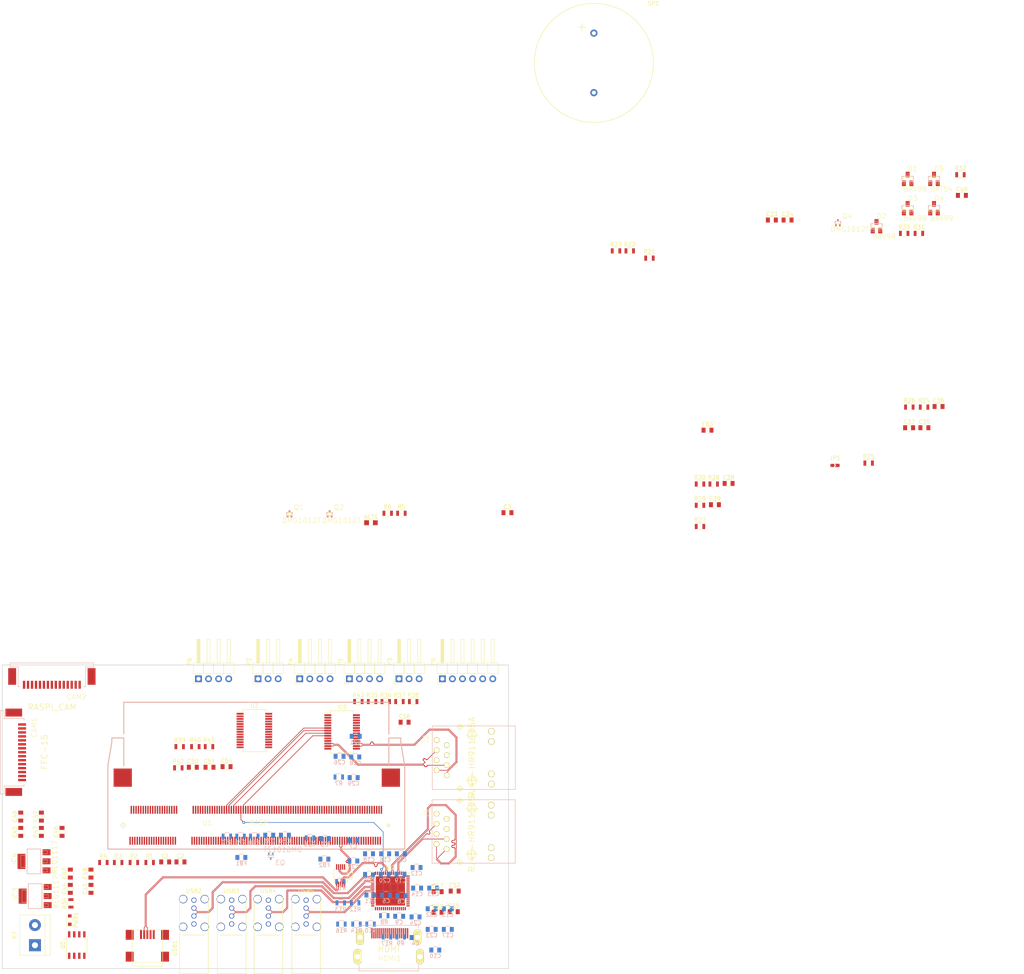
<source format=kicad_pcb>
(kicad_pcb (version 4) (host pcbnew 4.0.4-stable)
  (layers (0 Top signal) (1 GND signal) (2 3V3 signal) (31 Bottom signal) (34 B.Paste user) (35 F.Paste user) (36 B.SilkS user) (37 F.SilkS user) (38 B.Mask user) (39 F.Mask user) (44 Edge.Cuts user))
  (net 0 "")
  (net 1 +5V)
  (net 2 GND)
  (net 3 /GPIO44)
  (net 4 "/USSTCM LAN/VDD18CORE")
  (net 5 "/USSTCM LAN/VDD18PLL")
  (net 6 "/USSTCM LAN/NLNKA_LED")
  (net 7 "/USSTCM LAN/NSPD_LED")
  (net 8 +3V3)
  (net 9 /HDMI_CEC)
  (net 10 "/USSTCM LAN/RCT")
  (net 11 "Net-(C11-Pad2)")
  (net 12 "Net-(C20-Pad2)")
  (net 13 /USSTCM_VIDEO/5V_HDMI)
  (net 14 +1V8)
  (net 15 "Net-(C50-Pad1)")
  (net 16 /USSTCM_LAN2/RCT)
  (net 17 /USSTCM_LAN2/TCT)
  (net 18 /HDMI_SCL)
  (net 19 /HDMI_SDA)
  (net 20 "Net-(D4-Pad3)")
  (net 21 /HDMI_D2_P)
  (net 22 /HDMI_D2_N)
  (net 23 /HDMI_D1_P)
  (net 24 /HDMI_D1_N)
  (net 25 /HDMI_D0_P)
  (net 26 /HDMI_D0_N)
  (net 27 /HDMI_CK_P)
  (net 28 /HDMI_CK_N)
  (net 29 "Net-(IC1-Pad2)")
  (net 30 /USBD_P)
  (net 31 /USBD_N)
  (net 32 /GPIO6)
  (net 33 "Net-(IC2-Pad28)")
  (net 34 "Net-(IC2-Pad41)")
  (net 35 "Net-(IC2-Pad50)")
  (net 36 "Net-(IC2-Pad63)")
  (net 37 /GPIO39)
  (net 38 /GPIO40)
  (net 39 /GPIO41)
  (net 40 /GPIO42)
  (net 41 /GPIO45)
  (net 42 "Net-(IC5-Pad10)")
  (net 43 /USSTCM_LAN2/RD-)
  (net 44 /USSTCM_LAN2/RD+)
  (net 45 "Net-(IC5-Pad14)")
  (net 46 /USSTCM_LAN2/TD-)
  (net 47 /USSTCM_LAN2/TD+)
  (net 48 /GPIO34)
  (net 49 /USSTCM_LAN2/SPD_LED)
  (net 50 /USSTCM_LAN2/LNKA_LED)
  (net 51 "Net-(J1-Pad9)")
  (net 52 "Net-(J1-Pad12)")
  (net 53 "Net-(J2-Pad10)")
  (net 54 "Net-(J2-Pad11)")
  (net 55 "Net-(JP1-Pad1)")
  (net 56 /USSTCM_CAN_LITE/CAN_P)
  (net 57 "/USSTCM CONN/SDA")
  (net 58 "/USSTCM CONN/SCL")
  (net 59 /USSTCM_CAN_LITE/CAN_N)
  (net 60 "Net-(P7-Pad1)")
  (net 61 /VUSB_BOOT)
  (net 62 "Net-(ACT1-Pad1)")
  (net 63 "Net-(Q1-Pad3)")
  (net 64 "Net-(Q2-Pad1)")
  (net 65 /USSTCM_VIDEO/GPIO46)
  (net 66 /GPIO29)
  (net 67 /GPIO28)
  (net 68 "Net-(R21-Pad1)")
  (net 69 "Net-(R25-Pad1)")
  (net 70 "Net-(R26-Pad2)")
  (net 71 /GPIO0)
  (net 72 /GPIO1)
  (net 73 /GPIO8)
  (net 74 /GPIO9)
  (net 75 /GPIO10)
  (net 76 /GPIO11)
  (net 77 /GPIO43)
  (net 78 /GPIO25)
  (net 79 "Net-(U2-Pad20)")
  (net 80 "Net-(U2-Pad21)")
  (net 81 "Net-(ACT1-Pad2)")
  (net 82 /CAM0_D0_N)
  (net 83 /CAM0_D0_P)
  (net 84 /CAM0_D1_N)
  (net 85 /CAM0_D1_P)
  (net 86 /CAM0_C_N)
  (net 87 /CAM0_C_P)
  (net 88 /GPIO30)
  (net 89 /GPIO31)
  (net 90 /CAM1_D0_N)
  (net 91 /CAM1_D0_P)
  (net 92 /CAM1_D1_N)
  (net 93 /CAM1_D1_P)
  (net 94 /CAM1_C_N)
  (net 95 /CAM1_C_P)
  (net 96 /GPIO21)
  (net 97 /GPIO5)
  (net 98 "Net-(PWR1-Pad2)")
  (net 99 "/USSTCM LAN/ETH_TX_P")
  (net 100 "/USSTCM LAN/ETH_TX_N")
  (net 101 "/USSTCM LAN/ETH_RX_P")
  (net 102 "/USSTCM LAN/ETH_RX_N")
  (net 103 "/USSTCM LAN/USB_BOOT_N")
  (net 104 "/USSTCM LAN/USB_BOOT_P")
  (net 105 "/USSTCM LAN/USB_LAN_N")
  (net 106 "/USSTCM LAN/USB_LAN_P")
  (net 107 "/USSTCM LAN/USB2_N")
  (net 108 "/USSTCM LAN/USB2_P")
  (net 109 "/USSTCM LAN/USB3_N")
  (net 110 "/USSTCM LAN/USB3_P")
  (net 111 "/USSTCM LAN/USB4_N")
  (net 112 "/USSTCM LAN/USB4_P")
  (net 113 "/USSTCM LAN/USB5_N")
  (net 114 "/USSTCM LAN/USB5_P")
  (module USSTCM:HANRUN_RJ45 (layer Top) (at 159.75 126.95246 270)
    (fp_text reference J1 (at -4.699 11.557 270) (layer F.SilkS) (effects (font (size 1.27 1.27) (thickness 0.1016))))
    (fp_text value RJ45-HR911105A (at 0 0 270) (layer F.SilkS))
    (pad 1 thru_hole circle (at 4.44754 6.35 270) (size 1.40716 1.40716) (drill 0.89916) (layers F&B.Cu F.Paste F.SilkS F.Mask) (net 99 "/USSTCM LAN/ETH_TX_P"))
    (pad 2 thru_hole circle (at 3.17754 8.89 270) (size 1.40716 1.40716) (drill 0.89916) (layers F&B.Cu F.Paste F.SilkS F.Mask) (net 100 "/USSTCM LAN/ETH_TX_N"))
    (pad 3 thru_hole circle (at 1.90754 6.35 270) (size 1.40716 1.40716) (drill 0.89916) (layers F&B.Cu F.Paste F.SilkS F.Mask) (net 101 "/USSTCM LAN/ETH_RX_P"))
    (pad 4 thru_hole circle (at 0.63754 8.89 270) (size 1.40716 1.40716) (drill 0.89916) (layers F&B.Cu F.Paste F.SilkS F.Mask) (net 10 "/USSTCM LAN/RCT"))
    (pad 5 thru_hole circle (at -0.62992 6.35 270) (size 1.40716 1.40716) (drill 0.89916) (layers F&B.Cu F.Paste F.SilkS F.Mask) (net 10 "/USSTCM LAN/RCT"))
    (pad 6 thru_hole circle (at -1.89992 8.89 270) (size 1.40716 1.40716) (drill 0.89916) (layers F&B.Cu F.Paste F.SilkS F.Mask) (net 102 "/USSTCM LAN/ETH_RX_N"))
    (pad 7 thru_hole circle (at -3.16992 6.35 270) (size 1.40716 1.40716) (drill 0.89916) (layers F&B.Cu F.Paste F.SilkS F.Mask))
    (pad 8 thru_hole circle (at -4.43992 8.89 270) (size 1.40716 1.40716) (drill 0.89916) (layers F&B.Cu F.Paste F.SilkS F.Mask) (net 2 GND))
    (pad 9 thru_hole circle (at 6.6294 -4.89966 270) (size 1.64846 1.64846) (drill 1.09982) (layers F&B.Cu F.Paste F.SilkS F.Mask) (net 51 "Net-(J1-Pad9)"))
    (pad 10 thru_hole circle (at 4.0894 -4.89966 270) (size 1.64846 1.64846) (drill 1.09982) (layers F&B.Cu F.Paste F.SilkS F.Mask) (net 6 "/USSTCM LAN/NLNKA_LED"))
    (pad 11 thru_hole circle (at -4.0894 -4.89966 270) (size 1.64846 1.64846) (drill 1.09982) (layers F&B.Cu F.Paste F.SilkS F.Mask) (net 7 "/USSTCM LAN/NSPD_LED"))
    (pad 12 thru_hole circle (at -6.6294 -4.89966 270) (size 1.64846 1.64846) (drill 1.09982) (layers F&B.Cu F.Paste F.SilkS F.Mask) (net 52 "Net-(J1-Pad12)"))
  )
  (module Capacitors_SMD:C_0805 (layer Top) (at 82.537401 134.6274)
    (fp_text reference C1 (at 0 -1.5) (layer F.SilkS))
    (fp_text value 10u)
    (pad 1 smd rect (at -1 0) (size 1 1.25) (layers Top F.Paste F.Mask) (net 8 +3V3))
    (pad 2 smd rect (at 1 0) (size 1 1.25) (layers Top F.Paste F.Mask) (net 2 GND))
  )
  (module Capacitors_SMD:C_0805 (layer Top) (at 86.387401 134.6274)
    (fp_text reference C2 (at 0 -1.5) (layer F.SilkS))
    (fp_text value 20p)
    (pad 1 smd rect (at -1 0) (size 1 1.25) (layers Top F.Paste F.Mask) (net 9 /HDMI_CEC))
    (pad 2 smd rect (at 1 0) (size 1 1.25) (layers Top F.Paste F.Mask) (net 2 GND))
  )
  (module Capacitors_SMD:C_0805 (layer Top) (at 168.737401 46.6274)
    (fp_text reference C3 (at 0 -1.5) (layer F.SilkS))
    (fp_text value 10u)
    (pad 1 smd rect (at -1 0) (size 1 1.25) (layers Top F.Paste F.Mask) (net 8 +3V3))
    (pad 2 smd rect (at 1 0) (size 1 1.25) (layers Top F.Paste F.Mask) (net 2 GND))
  )
  (module Capacitors_SMD:C_0805 (layer Bottom) (at 145.593352 153.683146)
    (fp_text reference C4 (at 0 1.5) (layer B.SilkS) (effects (justify mirror)))
    (fp_text value 100n)
    (pad 1 smd rect (at -1 0) (size 1 1.25) (layers Bottom B.Paste B.Mask) (net 8 +3V3))
    (pad 2 smd rect (at 1 0) (size 1 1.25) (layers Bottom B.Paste B.Mask) (net 2 GND))
  )
  (module Capacitors_SMD:C_0805 (layer Bottom) (at 122.737401 128.733146)
    (fp_text reference C5 (at 0 1.5) (layer B.SilkS) (effects (justify mirror)))
    (fp_text value 20p)
    (pad 1 smd rect (at -1 0) (size 1 1.25) (layers Bottom B.Paste B.Mask) (net 99 "/USSTCM LAN/ETH_TX_P"))
    (pad 2 smd rect (at 1 0) (size 1 1.25) (layers Bottom B.Paste B.Mask) (net 2 GND))
  )
  (module Capacitors_SMD:C_0805 (layer Bottom) (at 138.177401 142.983146)
    (fp_text reference C6 (at 0 1.5) (layer B.SilkS) (effects (justify mirror)))
    (fp_text value 20p)
    (pad 1 smd rect (at -1 0) (size 1 1.25) (layers Bottom B.Paste B.Mask) (net 100 "/USSTCM LAN/ETH_TX_N"))
    (pad 2 smd rect (at 1 0) (size 1 1.25) (layers Bottom B.Paste B.Mask) (net 2 GND))
  )
  (module Capacitors_SMD:C_0805 (layer Bottom) (at 129.917401 129.193146)
    (fp_text reference C7 (at 0 1.5) (layer B.SilkS) (effects (justify mirror)))
    (fp_text value 20p)
    (pad 1 smd rect (at -1 0) (size 1 1.25) (layers Bottom B.Paste B.Mask) (net 101 "/USSTCM LAN/ETH_RX_P"))
    (pad 2 smd rect (at 1 0) (size 1 1.25) (layers Bottom B.Paste B.Mask) (net 2 GND))
  )
  (module Capacitors_SMD:C_0805 (layer Bottom) (at 142.027401 143.133146)
    (fp_text reference C8 (at 0 1.5) (layer B.SilkS) (effects (justify mirror)))
    (fp_text value 20p)
    (pad 1 smd rect (at -1 0) (size 1 1.25) (layers Bottom B.Paste B.Mask) (net 102 "/USSTCM LAN/ETH_RX_N"))
    (pad 2 smd rect (at 1 0) (size 1 1.25) (layers Bottom B.Paste B.Mask) (net 2 GND))
  )
  (module Capacitors_SMD:C_0805 (layer Bottom) (at 141.463352 148.333146)
    (fp_text reference C9 (at 0 1.5) (layer B.SilkS) (effects (justify mirror)))
    (fp_text value 100n)
    (pad 1 smd rect (at -1 0) (size 1 1.25) (layers Bottom B.Paste B.Mask) (net 10 "/USSTCM LAN/RCT"))
    (pad 2 smd rect (at 1 0) (size 1 1.25) (layers Bottom B.Paste B.Mask) (net 2 GND))
  )
  (module Capacitors_SMD:C_0805 (layer Bottom) (at 150.563352 156.833146)
    (fp_text reference C10 (at 0 1.5) (layer B.SilkS) (effects (justify mirror)))
    (fp_text value 100n)
    (pad 1 smd rect (at -1 0) (size 1 1.25) (layers Bottom B.Paste B.Mask) (net 8 +3V3))
    (pad 2 smd rect (at 1 0) (size 1 1.25) (layers Bottom B.Paste B.Mask) (net 2 GND))
  )
  (module Capacitors_SMD:C_0805 (layer Bottom) (at 134.223352 142.983146)
    (fp_text reference C11 (at 0 1.5) (layer B.SilkS) (effects (justify mirror)))
    (fp_text value 100n)
    (pad 1 smd rect (at -1 0) (size 1 1.25) (layers Bottom B.Paste B.Mask) (net 2 GND))
    (pad 2 smd rect (at 1 0) (size 1 1.25) (layers Bottom B.Paste B.Mask) (net 11 "Net-(C11-Pad2)"))
  )
  (module Capacitors_SMD:C_0805 (layer Bottom) (at 145.843352 136.033146)
    (fp_text reference C12 (at 0 1.5) (layer B.SilkS) (effects (justify mirror)))
    (fp_text value 100n)
    (pad 1 smd rect (at -1 0) (size 1 1.25) (layers Bottom B.Paste B.Mask) (net 8 +3V3))
    (pad 2 smd rect (at 1 0) (size 1 1.25) (layers Bottom B.Paste B.Mask) (net 2 GND))
  )
  (module Capacitors_SMD:C_0805 (layer Bottom) (at 150.043352 141.233146)
    (fp_text reference C13 (at 0 1.5) (layer B.SilkS) (effects (justify mirror)))
    (fp_text value 100n)
    (pad 1 smd rect (at -1 0) (size 1 1.25) (layers Bottom B.Paste B.Mask) (net 2 GND))
    (pad 2 smd rect (at 1 0) (size 1 1.25) (layers Bottom B.Paste B.Mask))
  )
  (module Capacitors_SMD:C_0805 (layer Bottom) (at 145.983352 141.233146)
    (fp_text reference C14 (at 0 1.5) (layer B.SilkS) (effects (justify mirror)))
    (fp_text value 100n)
    (pad 1 smd rect (at -1 0) (size 1 1.25) (layers Bottom B.Paste B.Mask) (net 2 GND))
    (pad 2 smd rect (at 1 0) (size 1 1.25) (layers Bottom B.Paste B.Mask) (net 11 "Net-(C11-Pad2)"))
  )
  (module Capacitors_SMD:C_0805 (layer Bottom) (at 153.713352 146.433146)
    (fp_text reference C15 (at 0 1.5) (layer B.SilkS) (effects (justify mirror)))
    (fp_text value 100n)
    (pad 1 smd rect (at -1 0) (size 1 1.25) (layers Bottom B.Paste B.Mask) (net 2 GND))
    (pad 2 smd rect (at 1 0) (size 1 1.25) (layers Bottom B.Paste B.Mask) (net 5 "/USSTCM LAN/VDD18PLL"))
  )
  (module Capacitors_SMD:C_0805 (layer Bottom) (at 137.933352 132.583146)
    (fp_text reference C16 (at 0 1.5) (layer B.SilkS) (effects (justify mirror)))
    (fp_text value 100n)
    (pad 1 smd rect (at -1 0) (size 1 1.25) (layers Bottom B.Paste B.Mask) (net 2 GND))
    (pad 2 smd rect (at 1 0) (size 1 1.25) (layers Bottom B.Paste B.Mask) (net 11 "Net-(C11-Pad2)"))
  )
  (module Capacitors_SMD:C_0805 (layer Bottom) (at 153.713352 151.633146)
    (fp_text reference C17 (at 0 1.5) (layer B.SilkS) (effects (justify mirror)))
    (fp_text value 100n)
    (pad 1 smd rect (at -1 0) (size 1 1.25) (layers Bottom B.Paste B.Mask) (net 2 GND))
    (pad 2 smd rect (at 1 0) (size 1 1.25) (layers Bottom B.Paste B.Mask) (net 11 "Net-(C11-Pad2)"))
  )
  (module Capacitors_SMD:C_0805 (layer Bottom) (at 133.873352 132.583146)
    (fp_text reference C18 (at 0 1.5) (layer B.SilkS) (effects (justify mirror)))
    (fp_text value 100n)
    (pad 1 smd rect (at -1 0) (size 1 1.25) (layers Bottom B.Paste B.Mask) (net 2 GND))
    (pad 2 smd rect (at 1 0) (size 1 1.25) (layers Bottom B.Paste B.Mask) (net 11 "Net-(C11-Pad2)"))
  )
  (module Capacitors_SMD:C_0805 (layer Bottom) (at 141.783352 137.783146)
    (fp_text reference C19 (at 0 1.5) (layer B.SilkS) (effects (justify mirror)))
    (fp_text value 100n)
    (pad 1 smd rect (at -1 0) (size 1 1.25) (layers Bottom B.Paste B.Mask) (net 2 GND))
    (pad 2 smd rect (at 1 0) (size 1 1.25) (layers Bottom B.Paste B.Mask) (net 11 "Net-(C11-Pad2)"))
  )
  (module Capacitors_SMD:C_0805 (layer Bottom) (at 137.827401 137.783146)
    (fp_text reference C20 (at 0 1.5) (layer B.SilkS) (effects (justify mirror)))
    (fp_text value 1u)
    (pad 1 smd rect (at -1 0) (size 1 1.25) (layers Bottom B.Paste B.Mask) (net 2 GND))
    (pad 2 smd rect (at 1 0) (size 1 1.25) (layers Bottom B.Paste B.Mask) (net 12 "Net-(C20-Pad2)"))
  )
  (module Capacitors_SMD:C_0805 (layer Bottom) (at 130.517401 102.983146)
    (fp_text reference C21 (at 0 1.5) (layer B.SilkS) (effects (justify mirror)))
    (fp_text value 10u)
    (pad 1 smd rect (at -1 0) (size 1 1.25) (layers Bottom B.Paste B.Mask) (net 1 +5V))
    (pad 2 smd rect (at 1 0) (size 1 1.25) (layers Bottom B.Paste B.Mask) (net 2 GND))
  )
  (module Capacitors_SMD:C_0805 (layer Bottom) (at 141.887401 132.583146)
    (fp_text reference C22 (at 0 1.5) (layer B.SilkS) (effects (justify mirror)))
    (fp_text value 10u)
    (pad 1 smd rect (at -1 0) (size 1 1.25) (layers Bottom B.Paste B.Mask) (net 1 +5V))
    (pad 2 smd rect (at 1 0) (size 1 1.25) (layers Bottom B.Paste B.Mask) (net 2 GND))
  )
  (module Capacitors_SMD:C_0805 (layer Bottom) (at 149.653352 151.633146)
    (fp_text reference C23 (at 0 1.5) (layer B.SilkS) (effects (justify mirror)))
    (fp_text value 100n)
    (pad 1 smd rect (at -1 0) (size 1 1.25) (layers Bottom B.Paste B.Mask) (net 8 +3V3))
    (pad 2 smd rect (at 1 0) (size 1 1.25) (layers Bottom B.Paste B.Mask) (net 2 GND))
  )
  (module Capacitors_SMD:C_0805 (layer Bottom) (at 145.593352 148.483146)
    (fp_text reference C24 (at 0 1.5) (layer B.SilkS) (effects (justify mirror)))
    (fp_text value 100n)
    (pad 1 smd rect (at -1 0) (size 1 1.25) (layers Bottom B.Paste B.Mask) (net 8 +3V3))
    (pad 2 smd rect (at 1 0) (size 1 1.25) (layers Bottom B.Paste B.Mask) (net 2 GND))
  )
  (module Capacitors_SMD:C_0805 (layer Bottom) (at 133.873352 137.783146)
    (fp_text reference C25 (at 0 1.5) (layer B.SilkS) (effects (justify mirror)))
    (fp_text value 100n)
    (pad 1 smd rect (at -1 0) (size 1 1.25) (layers Bottom B.Paste B.Mask) (net 8 +3V3))
    (pad 2 smd rect (at 1 0) (size 1 1.25) (layers Bottom B.Paste B.Mask) (net 2 GND))
  )
  (module Capacitors_SMD:C_0805 (layer Bottom) (at 126.457401 108.033146)
    (fp_text reference C26 (at 0 1.5) (layer B.SilkS) (effects (justify mirror)))
    (fp_text value 10u)
    (pad 1 smd rect (at -1 0) (size 1 1.25) (layers Bottom B.Paste B.Mask) (net 1 +5V))
    (pad 2 smd rect (at 1 0) (size 1 1.25) (layers Bottom B.Paste B.Mask) (net 2 GND))
  )
  (module Capacitors_SMD:C_0805 (layer Bottom) (at 129.917401 134.393146)
    (fp_text reference C27 (at 0 1.5) (layer B.SilkS) (effects (justify mirror)))
    (fp_text value 10u)
    (pad 1 smd rect (at -1 0) (size 1 1.25) (layers Bottom B.Paste B.Mask) (net 1 +5V))
    (pad 2 smd rect (at 1 0) (size 1 1.25) (layers Bottom B.Paste B.Mask) (net 2 GND))
  )
  (module Capacitors_SMD:C_0805 (layer Bottom) (at 130.413352 108.183146)
    (fp_text reference C28 (at 0 1.5) (layer B.SilkS) (effects (justify mirror)))
    (fp_text value 100n)
    (pad 1 smd rect (at -1 0) (size 1 1.25) (layers Bottom B.Paste B.Mask) (net 2 GND))
    (pad 2 smd rect (at 1 0) (size 1 1.25) (layers Bottom B.Paste B.Mask) (net 4 "/USSTCM LAN/VDD18CORE"))
  )
  (module Capacitors_SMD:C_0805 (layer Bottom) (at 130.013352 113.383146)
    (fp_text reference C29 (at 0 1.5) (layer B.SilkS) (effects (justify mirror)))
    (fp_text value 100n)
    (pad 1 smd rect (at -1 0) (size 1 1.25) (layers Bottom B.Paste B.Mask) (net 2 GND))
    (pad 2 smd rect (at 1 0) (size 1 1.25) (layers Bottom B.Paste B.Mask) (net 4 "/USSTCM LAN/VDD18CORE"))
  )
  (module Capacitors_SMD:C_0805 (layer Bottom) (at 112.687401 127.903146)
    (fp_text reference C30 (at 0 1.5) (layer B.SilkS) (effects (justify mirror)))
    (fp_text value 10u)
    (pad 1 smd rect (at -1 0) (size 1 1.25) (layers Bottom B.Paste B.Mask) (net 2 GND))
    (pad 2 smd rect (at 1 0) (size 1 1.25) (layers Bottom B.Paste B.Mask) (net 4 "/USSTCM LAN/VDD18CORE"))
  )
  (module Capacitors_SMD:C_0805 (layer Bottom) (at 108.733352 127.903146)
    (fp_text reference C31 (at 0 1.5) (layer B.SilkS) (effects (justify mirror)))
    (fp_text value 100n)
    (pad 1 smd rect (at -1 0) (size 1 1.25) (layers Bottom B.Paste B.Mask) (net 2 GND))
    (pad 2 smd rect (at 1 0) (size 1 1.25) (layers Bottom B.Paste B.Mask) (net 8 +3V3))
  )
  (module Capacitors_SMD:C_0805 (layer Bottom) (at 149.653352 146.433146)
    (fp_text reference C32 (at 0 1.5) (layer B.SilkS) (effects (justify mirror)))
    (fp_text value 100n)
    (pad 1 smd rect (at -1 0) (size 1 1.25) (layers Bottom B.Paste B.Mask) (net 2 GND))
    (pad 2 smd rect (at 1 0) (size 1 1.25) (layers Bottom B.Paste B.Mask) (net 8 +3V3))
  )
  (module Capacitors_SMD:C_0805 (layer Top) (at 235.323352 -27.1026)
    (fp_text reference C33 (at 0 -1.5) (layer F.SilkS))
    (fp_text value 100n)
    (pad 1 smd rect (at -1 0) (size 1 1.25) (layers Top F.Paste F.Mask) (net 2 GND))
    (pad 2 smd rect (at 1 0) (size 1 1.25) (layers Top F.Paste F.Mask) (net 8 +3V3))
  )
  (module Capacitors_SMD:C_0805 (layer Top) (at 239.277401 -27.1026)
    (fp_text reference C34 (at 0 -1.5) (layer F.SilkS))
    (fp_text value 10u)
    (pad 1 smd rect (at -1 0) (size 1 1.25) (layers Top F.Paste F.Mask) (net 2 GND))
    (pad 2 smd rect (at 1 0) (size 1 1.25) (layers Top F.Paste F.Mask) (net 1 +5V))
  )
  (module Capacitors_SMD:C_0805 (layer Top) (at 273.737401 25.2274)
    (fp_text reference C35 (at 0 -1.5) (layer F.SilkS))
    (fp_text value 0.1u)
    (pad 1 smd rect (at -1 0) (size 1 1.25) (layers Top F.Paste F.Mask) (net 8 +3V3))
    (pad 2 smd rect (at 1 0) (size 1 1.25) (layers Top F.Paste F.Mask) (net 2 GND))
  )
  (module Capacitors_SMD:C_0805 (layer Top) (at 277.307401 19.8774)
    (fp_text reference C36 (at 0 -1.5) (layer F.SilkS))
    (fp_text value 0.1u)
    (pad 1 smd rect (at -1 0) (size 1 1.25) (layers Top F.Paste F.Mask) (net 1 +5V))
    (pad 2 smd rect (at 1 0) (size 1 1.25) (layers Top F.Paste F.Mask) (net 2 GND))
  )
  (module Capacitors_SMD:C_0805 (layer Top) (at 269.887401 25.2274)
    (fp_text reference C37 (at 0 -1.5) (layer F.SilkS))
    (fp_text value 0.1u)
    (pad 1 smd rect (at -1 0) (size 1 1.25) (layers Top F.Paste F.Mask) (net 8 +3V3))
    (pad 2 smd rect (at 1 0) (size 1 1.25) (layers Top F.Paste F.Mask) (net 2 GND))
  )
  (module Capacitors_SMD:C_0805 (layer Top) (at 224.433352 39.2674)
    (fp_text reference C38 (at 0 -1.5) (layer F.SilkS))
    (fp_text value 100n)
    (pad 1 smd rect (at -1 0) (size 1 1.25) (layers Top F.Paste F.Mask) (net 2 GND))
    (pad 2 smd rect (at 1 0) (size 1 1.25) (layers Top F.Paste F.Mask) (net 8 +3V3))
  )
  (module Capacitors_SMD:C_0805 (layer Top) (at 220.983352 44.6174)
    (fp_text reference C39 (at 0 -1.5) (layer F.SilkS))
    (fp_text value 100n)
    (pad 1 smd rect (at -1 0) (size 1 1.25) (layers Top F.Paste F.Mask) (net 2 GND))
    (pad 2 smd rect (at 1 0) (size 1 1.25) (layers Top F.Paste F.Mask) (net 8 +3V3))
  )
  (module Capacitors_SMD:C_0805 (layer Top) (at 283.183352 -33.3226)
    (fp_text reference C40 (at 0 -1.5) (layer F.SilkS))
    (fp_text value 100n)
    (pad 1 smd rect (at -1 0) (size 1 1.25) (layers Top F.Paste F.Mask) (net 13 /USSTCM_VIDEO/5V_HDMI))
    (pad 2 smd rect (at 1 0) (size 1 1.25) (layers Top F.Paste F.Mask) (net 2 GND))
  )
  (module Capacitors_SMD:C_0805 (layer Top) (at 63.8474 141.422599 90)
    (fp_text reference C41 (at 0 -1.5 90) (layer F.SilkS))
    (fp_text value 10u)
    (pad 1 smd rect (at -1 0 90) (size 1 1.25) (layers Top F.Paste F.Mask) (net 1 +5V))
    (pad 2 smd rect (at 1 0 90) (size 1 1.25) (layers Top F.Paste F.Mask) (net 2 GND))
  )
  (module Capacitors_SMD:C_0805 (layer Top) (at 58.6474 137.572599 90)
    (fp_text reference C42 (at 0 -1.5 90) (layer F.SilkS))
    (fp_text value 10u)
    (pad 1 smd rect (at -1 0 90) (size 1 1.25) (layers Top F.Paste F.Mask) (net 1 +5V))
    (pad 2 smd rect (at 1 0 90) (size 1 1.25) (layers Top F.Paste F.Mask) (net 2 GND))
  )
  (module Capacitors_SMD:C_0805 (layer Top) (at 51.3574 127.062599 90)
    (fp_text reference C43 (at 0 -1.5 90) (layer F.SilkS))
    (fp_text value ~)
    (pad 1 smd rect (at -1 0 90) (size 1 1.25) (layers Top F.Paste F.Mask) (net 14 +1V8))
    (pad 2 smd rect (at 1 0 90) (size 1 1.25) (layers Top F.Paste F.Mask) (net 2 GND))
  )
  (module Capacitors_SMD:C_0805 (layer Top) (at 58.6474 141.422599 90)
    (fp_text reference C44 (at 0 -1.5 90) (layer F.SilkS))
    (fp_text value ~)
    (pad 1 smd rect (at -1 0 90) (size 1 1.25) (layers Top F.Paste F.Mask) (net 8 +3V3))
    (pad 2 smd rect (at 1 0 90) (size 1 1.25) (layers Top F.Paste F.Mask) (net 2 GND))
  )
  (module Capacitors_SMD:C_0805 (layer Top) (at 46.1574 127.062599 90)
    (fp_text reference C45 (at 0 -1.5 90) (layer F.SilkS))
    (fp_text value 10u)
    (pad 1 smd rect (at -1 0 90) (size 1 1.25) (layers Top F.Paste F.Mask) (net 14 +1V8))
    (pad 2 smd rect (at 1 0 90) (size 1 1.25) (layers Top F.Paste F.Mask) (net 2 GND))
  )
  (module Capacitors_SMD:C_0805 (layer Top) (at 56.5574 127.062599 90)
    (fp_text reference C46 (at 0 -1.5 90) (layer F.SilkS))
    (fp_text value 10u)
    (pad 1 smd rect (at -1 0 90) (size 1 1.25) (layers Top F.Paste F.Mask) (net 8 +3V3))
    (pad 2 smd rect (at 1 0 90) (size 1 1.25) (layers Top F.Paste F.Mask) (net 2 GND))
  )
  (module Capacitors_SMD:C_0805 (layer Top) (at 51.3574 123.212599 90)
    (fp_text reference C47 (at 0 -1.5 90) (layer F.SilkS))
    (fp_text value 10u)
    (pad 1 smd rect (at -1 0 90) (size 1 1.25) (layers Top F.Paste F.Mask) (net 14 +1V8))
    (pad 2 smd rect (at 1 0 90) (size 1 1.25) (layers Top F.Paste F.Mask) (net 2 GND))
  )
  (module Capacitors_SMD:C_0805 (layer Top) (at 63.8474 137.572599 90)
    (fp_text reference C48 (at 0 -1.5 90) (layer F.SilkS))
    (fp_text value 10u)
    (pad 1 smd rect (at -1 0 90) (size 1 1.25) (layers Top F.Paste F.Mask) (net 8 +3V3))
    (pad 2 smd rect (at 1 0 90) (size 1 1.25) (layers Top F.Paste F.Mask) (net 2 GND))
  )
  (module Capacitors_SMD:C_0805 (layer Top) (at 46.1574 123.212599 90)
    (fp_text reference C49 (at 0 -1.5 90) (layer F.SilkS))
    (fp_text value 10u)
    (pad 1 smd rect (at -1 0 90) (size 1 1.25) (layers Top F.Paste F.Mask) (net 8 +3V3))
    (pad 2 smd rect (at 1 0 90) (size 1 1.25) (layers Top F.Paste F.Mask) (net 2 GND))
  )
  (module Capacitors_SMD:C_0805 (layer Top) (at 89.497401 110.7774)
    (fp_text reference C50 (at 0 -1.5) (layer F.SilkS))
    (fp_text value 10u)
    (pad 1 smd rect (at -1 0) (size 1 1.25) (layers Top F.Paste F.Mask) (net 15 "Net-(C50-Pad1)"))
    (pad 2 smd rect (at 1 0) (size 1 1.25) (layers Top F.Paste F.Mask) (net 2 GND))
  )
  (module Capacitors_SMD:C_0805 (layer Top) (at 93.691447 110.7774)
    (fp_text reference C51 (at 0 -1.5) (layer F.SilkS))
    (fp_text value 0.01u)
    (pad 1 smd rect (at -1 0) (size 1 1.25) (layers Top F.Paste F.Mask) (net 16 /USSTCM_LAN2/RCT))
    (pad 2 smd rect (at 1 0) (size 1 1.25) (layers Top F.Paste F.Mask) (net 2 GND))
  )
  (module Capacitors_SMD:C_0805 (layer Top) (at 155.451447 141.9774)
    (fp_text reference C52 (at 0 -1.5) (layer F.SilkS))
    (fp_text value 0.01u)
    (pad 1 smd rect (at -1 0) (size 1 1.25) (layers Top F.Paste F.Mask) (net 17 /USSTCM_LAN2/TCT))
    (pad 2 smd rect (at 1 0) (size 1 1.25) (layers Top F.Paste F.Mask) (net 2 GND))
  )
  (module Capacitors_SMD:C_0805 (layer Top) (at 151.153352 147.3274)
    (fp_text reference C53 (at 0 -1.5) (layer F.SilkS))
    (fp_text value 100n)
    (pad 1 smd rect (at -1 0) (size 1 1.25) (layers Top F.Paste F.Mask) (net 8 +3V3))
    (pad 2 smd rect (at 1 0) (size 1 1.25) (layers Top F.Paste F.Mask) (net 2 GND))
  )
  (module Capacitors_SMD:C_0805 (layer Top) (at 97.993352 110.6274)
    (fp_text reference C54 (at 0 -1.5) (layer F.SilkS))
    (fp_text value 100n)
    (pad 1 smd rect (at -1 0) (size 1 1.25) (layers Top F.Paste F.Mask) (net 8 +3V3))
    (pad 2 smd rect (at 1 0) (size 1 1.25) (layers Top F.Paste F.Mask) (net 2 GND))
  )
  (module Capacitors_SMD:C_0805 (layer Top) (at 155.213352 147.1774)
    (fp_text reference C55 (at 0 -1.5) (layer F.SilkS))
    (fp_text value 100n)
    (pad 1 smd rect (at -1 0) (size 1 1.25) (layers Top F.Paste F.Mask) (net 8 +3V3))
    (pad 2 smd rect (at 1 0) (size 1 1.25) (layers Top F.Paste F.Mask) (net 2 GND))
  )
  (module Capacitors_SMD:C_0805 (layer Top) (at 142.833352 99.4274)
    (fp_text reference C56 (at 0 -1.5) (layer F.SilkS))
    (fp_text value 100n)
    (pad 1 smd rect (at -1 0) (size 1 1.25) (layers Top F.Paste F.Mask) (net 8 +3V3))
    (pad 2 smd rect (at 1 0) (size 1 1.25) (layers Top F.Paste F.Mask) (net 2 GND))
  )
  (module Capacitors_SMD:C_0805 (layer Top) (at 151.153352 142.1274)
    (fp_text reference C57 (at 0 -1.5) (layer F.SilkS))
    (fp_text value 100n)
    (pad 1 smd rect (at -1 0) (size 1 1.25) (layers Top F.Paste F.Mask) (net 8 +3V3))
    (pad 2 smd rect (at 1 0) (size 1 1.25) (layers Top F.Paste F.Mask) (net 2 GND))
  )
  (module USSTCM:DIODE_SOT23 (layer Top) (at 269.521001 -37.4678)
    (fp_text reference D1 (at 1.27 -2.54) (layer F.SilkS) (effects (font (size 1.27 1.27) (thickness 0.1016))))
    (fp_text value BAV99 (at 1.905 2.54) (layer F.SilkS) (effects (font (size 1.27 1.27) (thickness 0.1016))))
    (pad 1 smd rect (at -0.94996 1.09982) (size 0.99822 1.39954) (layers Top F.Paste F.Mask) (net 2 GND))
    (pad 2 smd rect (at 0.94742 1.09982) (size 0.99822 1.39954) (layers Top F.Paste F.Mask) (net 13 /USSTCM_VIDEO/5V_HDMI))
    (pad 3 smd rect (at 0 -1.09982) (size 0.99822 1.39954) (layers Top F.Paste F.Mask) (net 9 /HDMI_CEC))
  )
  (module USSTCM:DIODE_SOT23 (layer Top) (at 261.671001 -25.5378)
    (fp_text reference D2 (at 1.27 -2.54) (layer F.SilkS) (effects (font (size 1.27 1.27) (thickness 0.1016))))
    (fp_text value BAV99 (at 1.905 2.54) (layer F.SilkS) (effects (font (size 1.27 1.27) (thickness 0.1016))))
    (pad 1 smd rect (at -0.94996 1.09982) (size 0.99822 1.39954) (layers Top F.Paste F.Mask) (net 2 GND))
    (pad 2 smd rect (at 0.94742 1.09982) (size 0.99822 1.39954) (layers Top F.Paste F.Mask) (net 13 /USSTCM_VIDEO/5V_HDMI))
    (pad 3 smd rect (at 0 -1.09982) (size 0.99822 1.39954) (layers Top F.Paste F.Mask) (net 18 /HDMI_SCL))
  )
  (module USSTCM:DIODE_SOT23 (layer Top) (at 269.521001 -30.0778)
    (fp_text reference D3 (at 1.27 -2.54) (layer F.SilkS) (effects (font (size 1.27 1.27) (thickness 0.1016))))
    (fp_text value BAV99 (at 1.905 2.54) (layer F.SilkS) (effects (font (size 1.27 1.27) (thickness 0.1016))))
    (pad 1 smd rect (at -0.94996 1.09982) (size 0.99822 1.39954) (layers Top F.Paste F.Mask) (net 2 GND))
    (pad 2 smd rect (at 0.94742 1.09982) (size 0.99822 1.39954) (layers Top F.Paste F.Mask) (net 13 /USSTCM_VIDEO/5V_HDMI))
    (pad 3 smd rect (at 0 -1.09982) (size 0.99822 1.39954) (layers Top F.Paste F.Mask) (net 19 /HDMI_SDA))
  )
  (module USSTCM:DIODE_SOT23 (layer Top) (at 276.161001 -30.0778)
    (fp_text reference D4 (at 1.27 -2.54) (layer F.SilkS) (effects (font (size 1.27 1.27) (thickness 0.1016))))
    (fp_text value BAV99 (at 1.905 2.54) (layer F.SilkS) (effects (font (size 1.27 1.27) (thickness 0.1016))))
    (pad 1 smd rect (at -0.94996 1.09982) (size 0.99822 1.39954) (layers Top F.Paste F.Mask) (net 2 GND))
    (pad 2 smd rect (at 0.94742 1.09982) (size 0.99822 1.39954) (layers Top F.Paste F.Mask) (net 13 /USSTCM_VIDEO/5V_HDMI))
    (pad 3 smd rect (at 0 -1.09982) (size 0.99822 1.39954) (layers Top F.Paste F.Mask) (net 20 "Net-(D4-Pad3)"))
  )
  (module USSTCM:DIODE_SOT23 (layer Top) (at 276.161001 -37.4678)
    (fp_text reference D5 (at 1.27 -2.54) (layer F.SilkS) (effects (font (size 1.27 1.27) (thickness 0.1016))))
    (fp_text value BAT54 (at 1.905 2.54) (layer F.SilkS) (effects (font (size 1.27 1.27) (thickness 0.1016))))
    (pad 1 smd rect (at -0.94996 1.09982) (size 0.99822 1.39954) (layers Top F.Paste F.Mask) (net 13 /USSTCM_VIDEO/5V_HDMI))
    (pad 2 smd rect (at 0.94742 1.09982) (size 0.99822 1.39954) (layers Top F.Paste F.Mask) (net 1 +5V))
    (pad 3 smd rect (at 0 -1.09982) (size 0.99822 1.39954) (layers Top F.Paste F.Mask))
  )
  (module Capacitors_SMD:C_0805 (layer Bottom) (at 101.716686 133.503146)
    (fp_text reference FB1 (at 0 1.5) (layer B.SilkS) (effects (justify mirror)))
    (fp_text value FERRITE_BEAD)
    (pad 1 smd rect (at -1 0) (size 1 1.25) (layers Bottom B.Paste B.Mask) (net 5 "/USSTCM LAN/VDD18PLL"))
    (pad 2 smd rect (at 1 0) (size 1 1.25) (layers Bottom B.Paste B.Mask) (net 12 "Net-(C20-Pad2)"))
  )
  (module Capacitors_SMD:C_0805 (layer Bottom) (at 122.626686 133.933146)
    (fp_text reference FB2 (at 0 1.5) (layer B.SilkS) (effects (justify mirror)))
    (fp_text value FERRITE_BEAD)
    (pad 1 smd rect (at -1 0) (size 1 1.25) (layers Bottom B.Paste B.Mask) (net 11 "Net-(C11-Pad2)"))
    (pad 2 smd rect (at 1 0) (size 1 1.25) (layers Bottom B.Paste B.Mask) (net 8 +3V3))
  )
  (module USSTCM:RASPI_HDMI (layer Top) (at 138.8486 156.60008)
    (fp_text reference HDMI1 (at 0.21336 2.3241) (layer F.SilkS) (effects (font (size 1.27 1.27) (thickness 0.1016))))
    (fp_text value HDMI (at 0 0) (layer F.SilkS))
    (pad 1 smd rect (at 4.7498 -3.99796) (size 0.29972 2.59842) (layers Top F.Paste F.Mask) (net 21 /HDMI_D2_P))
    (pad 2 smd rect (at 4.24942 -3.99796) (size 0.29972 2.59842) (layers Top F.Paste F.Mask) (net 2 GND))
    (pad 3 smd rect (at 3.74904 -3.99796) (size 0.29972 2.59842) (layers Top F.Paste F.Mask) (net 22 /HDMI_D2_N))
    (pad 4 smd rect (at 3.24866 -3.99796) (size 0.29972 2.59842) (layers Top F.Paste F.Mask) (net 23 /HDMI_D1_P))
    (pad 5 smd rect (at 2.74828 -3.99796) (size 0.29972 2.59842) (layers Top F.Paste F.Mask) (net 2 GND))
    (pad 6 smd rect (at 2.2479 -3.99796) (size 0.29972 2.59842) (layers Top F.Paste F.Mask) (net 24 /HDMI_D1_N))
    (pad 7 smd rect (at 1.74752 -3.99796) (size 0.29972 2.59842) (layers Top F.Paste F.Mask) (net 25 /HDMI_D0_P))
    (pad 8 smd rect (at 1.24968 -3.99796) (size 0.29972 2.59842) (layers Top F.Paste F.Mask) (net 2 GND))
    (pad 9 smd rect (at 0.7493 -3.99796) (size 0.29972 2.59842) (layers Top F.Paste F.Mask) (net 26 /HDMI_D0_N))
    (pad 10 smd rect (at 0.24892 -3.99796) (size 0.29972 2.59842) (layers Top F.Paste F.Mask) (net 27 /HDMI_CK_P))
    (pad 11 smd rect (at -0.24892 -3.99796) (size 0.29972 2.59842) (layers Top F.Paste F.Mask) (net 2 GND))
    (pad 12 smd rect (at -0.7493 -3.99796) (size 0.29972 2.59842) (layers Top F.Paste F.Mask) (net 28 /HDMI_CK_N))
    (pad 13 smd rect (at -1.24968 -3.99796) (size 0.29972 2.59842) (layers Top F.Paste F.Mask) (net 9 /HDMI_CEC))
    (pad 14 smd rect (at -1.75006 -3.99796) (size 0.29972 2.59842) (layers Top F.Paste F.Mask))
    (pad 15 smd rect (at -2.2479 -3.99796) (size 0.29972 2.59842) (layers Top F.Paste F.Mask) (net 18 /HDMI_SCL))
    (pad 16 smd rect (at -2.74828 -3.99796) (size 0.29972 2.59842) (layers Top F.Paste F.Mask) (net 19 /HDMI_SDA))
    (pad 17 smd rect (at -3.24866 -3.99796) (size 0.29972 2.59842) (layers Top F.Paste F.Mask) (net 2 GND))
    (pad 18 smd rect (at -3.74904 -3.99796) (size 0.29972 2.59842) (layers Top F.Paste F.Mask) (net 13 /USSTCM_VIDEO/5V_HDMI))
    (pad 19 smd rect (at -4.24942 -3.99796) (size 0.29972 2.59842) (layers Top F.Paste F.Mask) (net 20 "Net-(D4-Pad3)"))
    (pad P$1 thru_hole oval (at 7.24916 -2.99974 180) (size 1.94818 3.8989) (drill 1.29794) (layers F&B.Cu F.Paste F.SilkS F.Mask) (net 2 GND))
    (pad P$2 thru_hole oval (at -7.24916 -2.99974 180) (size 1.94818 3.8989) (drill 1.29794) (layers F&B.Cu F.Paste F.SilkS F.Mask) (net 2 GND))
    (pad P$3 thru_hole oval (at -7.8486 1.89992 180) (size 1.94818 3.8989) (drill 1.29794) (layers F&B.Cu F.Paste F.SilkS F.Mask) (net 2 GND))
    (pad P$4 thru_hole oval (at 7.8486 1.89992 180) (size 1.94818 3.8989) (drill 1.29794) (layers F&B.Cu F.Paste F.SilkS F.Mask) (net 2 GND))
  )
  (module USSTCM:BURR-BROWN_SOT223 (layer Top) (at 49.7879 143.250028 90)
    (fp_text reference IC3 (at 0.635 -4.953 90) (layer F.SilkS) (effects (font (size 1.27 1.27) (thickness 0.127))))
    (fp_text value REG1117 (at 1.016 5.207 90) (layer F.SilkS) (effects (font (size 1.27 1.27) (thickness 0.127))))
    (pad 1 smd rect (at -2.2606 3.1496 90) (size 1.4986 2.0066) (layers Top F.Paste F.Mask) (net 2 GND))
    (pad 2 smd rect (at 0.02286 3.1496 90) (size 1.4986 2.0066) (layers Top F.Paste F.Mask) (net 14 +1V8))
    (pad 3 smd rect (at 2.30886 3.1496 90) (size 1.4986 2.0066) (layers Top F.Paste F.Mask) (net 1 +5V))
    (pad 4 smd rect (at 0 -3.14706 90) (size 3.81 2.0066) (layers Top F.Paste F.Mask))
  )
  (module USSTCM:BURR-BROWN_SOT223 (layer Top) (at 49.5 134.5 90)
    (fp_text reference IC4 (at 0.635 -4.953 90) (layer F.SilkS) (effects (font (size 1.27 1.27) (thickness 0.127))))
    (fp_text value REG1117 (at 1.016 5.207 90) (layer F.SilkS) (effects (font (size 1.27 1.27) (thickness 0.127))))
    (pad 1 smd rect (at -2.2606 3.1496 90) (size 1.4986 2.0066) (layers Top F.Paste F.Mask) (net 2 GND))
    (pad 2 smd rect (at 0.02286 3.1496 90) (size 1.4986 2.0066) (layers Top F.Paste F.Mask) (net 8 +3V3))
    (pad 3 smd rect (at 2.30886 3.1496 90) (size 1.4986 2.0066) (layers Top F.Paste F.Mask) (net 1 +5V))
    (pad 4 smd rect (at 0 -3.14706 90) (size 3.81 2.0066) (layers Top F.Paste F.Mask))
  )
  (module Housings_SSOP:SSOP-28_5.3x10.2mm_Pitch0.65mm (layer Top) (at 127.1 101.875)
    (fp_text reference IC5 (at 0 -6.25) (layer F.SilkS))
    (fp_text value ENC28J60)
    (pad 1 smd rect (at -3.6 -4.225) (size 1.75 0.45) (layers Top F.Paste F.Mask) (net 15 "Net-(C50-Pad1)"))
    (pad 2 smd rect (at -3.6 -3.575) (size 1.75 0.45) (layers Top F.Paste F.Mask) (net 2 GND))
    (pad 3 smd rect (at -3.6 -2.925) (size 1.75 0.45) (layers Top F.Paste F.Mask))
    (pad 4 smd rect (at -3.6 -2.275) (size 1.75 0.45) (layers Top F.Paste F.Mask) (net 37 /GPIO39))
    (pad 5 smd rect (at -3.6 -1.625) (size 1.75 0.45) (layers Top F.Paste F.Mask))
    (pad 6 smd rect (at -3.6 -0.975) (size 1.75 0.45) (layers Top F.Paste F.Mask) (net 38 /GPIO40))
    (pad 7 smd rect (at -3.6 -0.325) (size 1.75 0.45) (layers Top F.Paste F.Mask) (net 39 /GPIO41))
    (pad 8 smd rect (at -3.6 0.325) (size 1.75 0.45) (layers Top F.Paste F.Mask) (net 40 /GPIO42))
    (pad 9 smd rect (at -3.6 0.975) (size 1.75 0.45) (layers Top F.Paste F.Mask) (net 41 /GPIO45))
    (pad 10 smd rect (at -3.6 1.625) (size 1.75 0.45) (layers Top F.Paste F.Mask) (net 42 "Net-(IC5-Pad10)"))
    (pad 11 smd rect (at -3.6 2.275) (size 1.75 0.45) (layers Top F.Paste F.Mask) (net 2 GND))
    (pad 12 smd rect (at -3.6 2.925) (size 1.75 0.45) (layers Top F.Paste F.Mask) (net 43 /USSTCM_LAN2/RD-))
    (pad 13 smd rect (at -3.6 3.575) (size 1.75 0.45) (layers Top F.Paste F.Mask) (net 44 /USSTCM_LAN2/RD+))
    (pad 14 smd rect (at -3.6 4.225) (size 1.75 0.45) (layers Top F.Paste F.Mask) (net 45 "Net-(IC5-Pad14)"))
    (pad 15 smd rect (at 3.6 4.225) (size 1.75 0.45) (layers Top F.Paste F.Mask) (net 8 +3V3))
    (pad 16 smd rect (at 3.6 3.575) (size 1.75 0.45) (layers Top F.Paste F.Mask) (net 46 /USSTCM_LAN2/TD-))
    (pad 17 smd rect (at 3.6 2.925) (size 1.75 0.45) (layers Top F.Paste F.Mask) (net 47 /USSTCM_LAN2/TD+))
    (pad 18 smd rect (at 3.6 2.275) (size 1.75 0.45) (layers Top F.Paste F.Mask) (net 2 GND))
    (pad 19 smd rect (at 3.6 1.625) (size 1.75 0.45) (layers Top F.Paste F.Mask) (net 8 +3V3))
    (pad 20 smd rect (at 3.6 0.975) (size 1.75 0.45) (layers Top F.Paste F.Mask) (net 8 +3V3))
    (pad 21 smd rect (at 3.6 0.325) (size 1.75 0.45) (layers Top F.Paste F.Mask) (net 2 GND))
    (pad 22 smd rect (at 3.6 -0.325) (size 1.75 0.45) (layers Top F.Paste F.Mask) (net 2 GND))
    (pad 23 smd rect (at 3.6 -0.975) (size 1.75 0.45) (layers Top F.Paste F.Mask) (net 48 /GPIO34))
    (pad 24 smd rect (at 3.6 -1.625) (size 1.75 0.45) (layers Top F.Paste F.Mask))
    (pad 25 smd rect (at 3.6 -2.275) (size 1.75 0.45) (layers Top F.Paste F.Mask) (net 8 +3V3))
    (pad 26 smd rect (at 3.6 -2.925) (size 1.75 0.45) (layers Top F.Paste F.Mask) (net 49 /USSTCM_LAN2/SPD_LED))
    (pad 27 smd rect (at 3.6 -3.575) (size 1.75 0.45) (layers Top F.Paste F.Mask) (net 50 /USSTCM_LAN2/LNKA_LED))
    (pad 28 smd rect (at 3.6 -4.225) (size 1.75 0.45) (layers Top F.Paste F.Mask) (net 8 +3V3))
  )
  (module USSTCM:HANRUN_RJ45 (layer Top) (at 159.80034 108.3706 270)
    (fp_text reference J2 (at -4.699 11.557 270) (layer F.SilkS) (effects (font (size 1.27 1.27) (thickness 0.1016))))
    (fp_text value RJ45-HR911105A (at 0 0 270) (layer F.SilkS))
    (pad 1 thru_hole circle (at 4.44754 6.35 270) (size 1.40716 1.40716) (drill 0.89916) (layers F&B.Cu F.Paste F.SilkS F.Mask) (net 47 /USSTCM_LAN2/TD+))
    (pad 2 thru_hole circle (at 3.17754 8.89 270) (size 1.40716 1.40716) (drill 0.89916) (layers F&B.Cu F.Paste F.SilkS F.Mask) (net 46 /USSTCM_LAN2/TD-))
    (pad 3 thru_hole circle (at 1.90754 6.35 270) (size 1.40716 1.40716) (drill 0.89916) (layers F&B.Cu F.Paste F.SilkS F.Mask) (net 44 /USSTCM_LAN2/RD+))
    (pad 4 thru_hole circle (at 0.63754 8.89 270) (size 1.40716 1.40716) (drill 0.89916) (layers F&B.Cu F.Paste F.SilkS F.Mask) (net 17 /USSTCM_LAN2/TCT))
    (pad 5 thru_hole circle (at -0.62992 6.35 270) (size 1.40716 1.40716) (drill 0.89916) (layers F&B.Cu F.Paste F.SilkS F.Mask) (net 16 /USSTCM_LAN2/RCT))
    (pad 6 thru_hole circle (at -1.89992 8.89 270) (size 1.40716 1.40716) (drill 0.89916) (layers F&B.Cu F.Paste F.SilkS F.Mask) (net 43 /USSTCM_LAN2/RD-))
    (pad 7 thru_hole circle (at -3.16992 6.35 270) (size 1.40716 1.40716) (drill 0.89916) (layers F&B.Cu F.Paste F.SilkS F.Mask))
    (pad 8 thru_hole circle (at -4.43992 8.89 270) (size 1.40716 1.40716) (drill 0.89916) (layers F&B.Cu F.Paste F.SilkS F.Mask) (net 2 GND))
    (pad 9 thru_hole circle (at 6.6294 -4.89966 270) (size 1.64846 1.64846) (drill 1.09982) (layers F&B.Cu F.Paste F.SilkS F.Mask) (net 50 /USSTCM_LAN2/LNKA_LED))
    (pad 10 thru_hole circle (at 4.0894 -4.89966 270) (size 1.64846 1.64846) (drill 1.09982) (layers F&B.Cu F.Paste F.SilkS F.Mask) (net 53 "Net-(J2-Pad10)"))
    (pad 11 thru_hole circle (at -4.0894 -4.89966 270) (size 1.64846 1.64846) (drill 1.09982) (layers F&B.Cu F.Paste F.SilkS F.Mask) (net 54 "Net-(J2-Pad11)"))
    (pad 12 thru_hole circle (at -6.6294 -4.89966 270) (size 1.64846 1.64846) (drill 1.09982) (layers F&B.Cu F.Paste F.SilkS F.Mask) (net 49 /USSTCM_LAN2/SPD_LED))
  )
  (module USST-footprints:J_0603 (layer Top) (at 251.227639 34.7274)
    (fp_text reference JP1 (at 0 -1.9) (layer F.SilkS))
    (fp_text value Jumper_NC_Small)
    (pad 1 smd rect (at -0.75 0) (size 0.8 0.75) (layers Top F.Paste F.Mask) (net 55 "Net-(JP1-Pad1)"))
    (pad 2 smd rect (at 0.75 0) (size 0.8 0.75) (layers Top F.Paste F.Mask) (net 56 /USSTCM_CAN_LITE/CAN_P))
    (pad 2 smd trapezoid (at 0.5588 0 180) (size 0.6 0.75) (rect_delta 0 0.55) (layers Top F.Paste F.Mask) (net 56 /USSTCM_CAN_LITE/CAN_P))
    (pad 2 smd trapezoid (at 0.5588 0) (size 0.6 0.75) (rect_delta 0 0.55) (layers Top F.Paste F.Mask) (net 56 /USSTCM_CAN_LITE/CAN_P))
    (pad 1 smd trapezoid (at -0.508 0.18796 180) (size 0.7 0.376) (rect_delta 0 0.3) (layers Top F.Paste F.Mask) (net 55 "Net-(JP1-Pad1)"))
    (pad 1 smd trapezoid (at -0.508 -0.18796) (size 0.7 0.376) (rect_delta 0 0.3) (layers Top F.Paste F.Mask) (net 55 "Net-(JP1-Pad1)"))
  )
  (module Pin_Headers:Pin_Header_Angled_1x04_Pitch2.54mm (layer Top) (at 128.92 88.5 90)
    (fp_text reference P1 (at 4.315 -2.27 90) (layer F.SilkS))
    (fp_text value CONN_I2C)
    (pad 1 thru_hole rect (at 0 0 90) (size 1.7 1.7) (drill 1) (layers *.Cu *.Mask) (net 8 +3V3))
    (pad 2 thru_hole oval (at 0 2.54 90) (size 1.7 1.7) (drill 1) (layers *.Cu *.Mask) (net 2 GND))
    (pad 3 thru_hole oval (at 0 5.08 90) (size 1.7 1.7) (drill 1) (layers *.Cu *.Mask) (net 57 "/USSTCM CONN/SDA"))
    (pad 4 thru_hole oval (at 0 7.62 90) (size 1.7 1.7) (drill 1) (layers *.Cu *.Mask) (net 58 "/USSTCM CONN/SCL"))
  )
  (module Pin_Headers:Pin_Header_Angled_1x03_Pitch2.54mm (layer Top) (at 105.92 88.5 90)
    (fp_text reference P2 (at 4.315 -2.27 90) (layer F.SilkS))
    (fp_text value SERVO_PWM0)
    (pad 1 thru_hole rect (at 0 0 90) (size 1.7 1.7) (drill 1) (layers *.Cu *.Mask) (net 2 GND))
    (pad 2 thru_hole oval (at 0 2.54 90) (size 1.7 1.7) (drill 1) (layers *.Cu *.Mask) (net 1 +5V))
    (pad 3 thru_hole oval (at 0 5.08 90) (size 1.7 1.7) (drill 1) (layers *.Cu *.Mask))
  )
  (module Pin_Headers:Pin_Header_Angled_1x03_Pitch2.54mm (layer Top) (at 141.42 88.5 90)
    (fp_text reference P3 (at 4.315 -2.27 90) (layer F.SilkS))
    (fp_text value SERVO_PWM1)
    (pad 1 thru_hole rect (at 0 0 90) (size 1.7 1.7) (drill 1) (layers *.Cu *.Mask) (net 2 GND))
    (pad 2 thru_hole oval (at 0 2.54 90) (size 1.7 1.7) (drill 1) (layers *.Cu *.Mask) (net 1 +5V))
    (pad 3 thru_hole oval (at 0 5.08 90) (size 1.7 1.7) (drill 1) (layers *.Cu *.Mask))
  )
  (module Pin_Headers:Pin_Header_Angled_1x04_Pitch2.54mm (layer Top) (at 116.42 88.5 90)
    (fp_text reference P4 (at 4.315 -2.27 90) (layer F.SilkS))
    (fp_text value CONN_UART0)
    (pad 1 thru_hole rect (at 0 0 90) (size 1.7 1.7) (drill 1) (layers *.Cu *.Mask) (net 8 +3V3))
    (pad 2 thru_hole oval (at 0 2.54 90) (size 1.7 1.7) (drill 1) (layers *.Cu *.Mask) (net 2 GND))
    (pad 3 thru_hole oval (at 0 5.08 90) (size 1.7 1.7) (drill 1) (layers *.Cu *.Mask))
    (pad 4 thru_hole oval (at 0 7.62 90) (size 1.7 1.7) (drill 1) (layers *.Cu *.Mask))
  )
  (module Pin_Headers:Pin_Header_Angled_1x06_Pitch2.54mm (layer Top) (at 152.34 88.5 90)
    (fp_text reference P5 (at 4.315 -2.27 90) (layer F.SilkS))
    (fp_text value CONN_UART1_3DR)
    (pad 1 thru_hole rect (at 0 0 90) (size 1.7 1.7) (drill 1) (layers *.Cu *.Mask) (net 2 GND))
    (pad 2 thru_hole oval (at 0 2.54 90) (size 1.7 1.7) (drill 1) (layers *.Cu *.Mask))
    (pad 3 thru_hole oval (at 0 5.08 90) (size 1.7 1.7) (drill 1) (layers *.Cu *.Mask) (net 1 +5V))
    (pad 4 thru_hole oval (at 0 7.62 90) (size 1.7 1.7) (drill 1) (layers *.Cu *.Mask))
    (pad 5 thru_hole oval (at 0 10.16 90) (size 1.7 1.7) (drill 1) (layers *.Cu *.Mask))
    (pad 6 thru_hole oval (at 0 12.7 90) (size 1.7 1.7) (drill 1) (layers *.Cu *.Mask))
  )
  (module Pin_Headers:Pin_Header_Angled_1x04_Pitch2.54mm (layer Top) (at 90.92 88.5 90)
    (fp_text reference P6 (at 4.315 -2.27 90) (layer F.SilkS))
    (fp_text value CAN_CONN_01X04)
    (pad 1 thru_hole rect (at 0 0 90) (size 1.7 1.7) (drill 1) (layers *.Cu *.Mask) (net 1 +5V))
    (pad 2 thru_hole oval (at 0 2.54 90) (size 1.7 1.7) (drill 1) (layers *.Cu *.Mask) (net 2 GND))
    (pad 3 thru_hole oval (at 0 5.08 90) (size 1.7 1.7) (drill 1) (layers *.Cu *.Mask) (net 59 /USSTCM_CAN_LITE/CAN_N))
    (pad 4 thru_hole oval (at 0 7.62 90) (size 1.7 1.7) (drill 1) (layers *.Cu *.Mask) (net 56 /USSTCM_CAN_LITE/CAN_P))
  )
  (module Connect:bornier2 (layer Top) (at 49.7374 155.621886 90)
    (fp_text reference P7 (at 2.54 -5.08 90) (layer F.SilkS))
    (fp_text value "5V POWER CONN")
    (pad 1 thru_hole rect (at 0 0 90) (size 3 3) (drill 1.52) (layers *.Cu *.Mask) (net 60 "Net-(P7-Pad1)"))
    (pad 2 thru_hole circle (at 5.08 0 90) (size 3 3) (drill 1.52) (layers *.Cu *.Mask) (net 2 GND))
  )
  (module USSTCM:TRANSISTOR-FET_SC75_INFINEON (layer Top) (at 113.841072 46.92542)
    (fp_text reference Q1 (at 2.3749 -1.63322) (layer F.SilkS) (effects (font (size 1.27 1.27) (thickness 0.1016))))
    (fp_text value DMG1012T (at 3.0099 1.6637) (layer F.SilkS) (effects (font (size 1.27 1.27) (thickness 0.1016))))
    (pad 1 smd rect (at -0.49784 0.57404) (size 0.39878 0.6477) (layers Top F.Paste F.Mask) (net 61 /VUSB_BOOT))
    (pad 2 smd rect (at 0 -0.57404) (size 0.39878 0.6477) (layers Top F.Paste F.Mask) (net 62 "Net-(ACT1-Pad1)"))
    (pad 3 smd rect (at 0.49784 0.57404) (size 0.39878 0.6477) (layers Top F.Paste F.Mask) (net 63 "Net-(Q1-Pad3)"))
  )
  (module USSTCM:TRANSISTOR-FET_SC75_INFINEON (layer Top) (at 123.941072 46.92542)
    (fp_text reference Q2 (at 2.3749 -1.63322) (layer F.SilkS) (effects (font (size 1.27 1.27) (thickness 0.1016))))
    (fp_text value DMG1012T (at 3.0099 1.6637) (layer F.SilkS) (effects (font (size 1.27 1.27) (thickness 0.1016))))
    (pad 1 smd rect (at -0.49784 0.57404) (size 0.39878 0.6477) (layers Top F.Paste F.Mask) (net 64 "Net-(Q2-Pad1)"))
    (pad 2 smd rect (at 0 -0.57404) (size 0.39878 0.6477) (layers Top F.Paste F.Mask) (net 2 GND))
    (pad 3 smd rect (at 0.49784 0.57404) (size 0.39878 0.6477) (layers Top F.Paste F.Mask) (net 62 "Net-(ACT1-Pad1)"))
  )
  (module USSTCM:TRANSISTOR-FET_SC75_INFINEON (layer Bottom) (at 109.121072 133.205126)
    (fp_text reference Q3 (at 2.3749 1.63322) (layer B.SilkS) (effects (font (size 1.27 1.27) (thickness 0.1016)) (justify mirror)))
    (fp_text value DMG1012T (at 3.0099 -1.6637) (layer B.SilkS) (effects (font (size 1.27 1.27) (thickness 0.1016)) (justify mirror)))
    (pad 1 smd rect (at -0.49784 -0.57404) (size 0.39878 0.6477) (layers Bottom B.Paste B.Mask) (net 61 /VUSB_BOOT))
    (pad 2 smd rect (at 0 0.57404) (size 0.39878 0.6477) (layers Bottom B.Paste B.Mask) (net 2 GND))
    (pad 3 smd rect (at 0.49784 -0.57404) (size 0.39878 0.6477) (layers Bottom B.Paste B.Mask) (net 29 "Net-(IC1-Pad2)"))
  )
  (module USSTCM:TRANSISTOR-FET_SC75_INFINEON (layer Top) (at 251.961072 -26.44458)
    (fp_text reference Q4 (at 2.3749 -1.63322) (layer F.SilkS) (effects (font (size 1.27 1.27) (thickness 0.1016))))
    (fp_text value DMG1012T (at 3.0099 1.6637) (layer F.SilkS) (effects (font (size 1.27 1.27) (thickness 0.1016))))
    (pad 1 smd rect (at -0.49784 0.57404) (size 0.39878 0.6477) (layers Top F.Paste F.Mask) (net 20 "Net-(D4-Pad3)"))
    (pad 2 smd rect (at 0 -0.57404) (size 0.39878 0.6477) (layers Top F.Paste F.Mask) (net 2 GND))
    (pad 3 smd rect (at 0.49784 0.57404) (size 0.39878 0.6477) (layers Top F.Paste F.Mask) (net 65 /USSTCM_VIDEO/GPIO46))
  )
  (module Housings_SOIC:SOIC-8_3.9x4.9mm_Pitch1.27mm (layer Top) (at 60.2674 155.581886 90)
    (fp_text reference Q5 (at 0 -3.5 90) (layer F.SilkS))
    (fp_text value FDS6681Z)
    (pad 1 smd rect (at -2.7 -1.905 90) (size 1.55 0.6) (layers Top F.Paste F.Mask) (net 1 +5V))
    (pad 2 smd rect (at -2.7 -0.635 90) (size 1.55 0.6) (layers Top F.Paste F.Mask) (net 1 +5V))
    (pad 3 smd rect (at -2.7 0.635 90) (size 1.55 0.6) (layers Top F.Paste F.Mask) (net 1 +5V))
    (pad 4 smd rect (at -2.7 1.905 90) (size 1.55 0.6) (layers Top F.Paste F.Mask) (net 2 GND))
    (pad 5 smd rect (at 2.7 1.905 90) (size 1.55 0.6) (layers Top F.Paste F.Mask) (net 60 "Net-(P7-Pad1)"))
    (pad 6 smd rect (at 2.7 0.635 90) (size 1.55 0.6) (layers Top F.Paste F.Mask) (net 60 "Net-(P7-Pad1)"))
    (pad 7 smd rect (at 2.7 -0.635 90) (size 1.55 0.6) (layers Top F.Paste F.Mask) (net 60 "Net-(P7-Pad1)"))
    (pad 8 smd rect (at 2.7 -1.905 90) (size 1.55 0.6) (layers Top F.Paste F.Mask) (net 60 "Net-(P7-Pad1)"))
  )
  (module Resistors_SMD:R_0805 (layer Top) (at 78.625733 134.7774)
    (fp_text reference R1 (at 0 -1.65) (layer F.SilkS))
    (fp_text value 100k)
    (pad 1 smd rect (at -0.95 0) (size 0.7 1.3) (layers Top F.Paste F.Mask) (net 2 GND))
    (pad 2 smd rect (at 0.95 0) (size 0.7 1.3) (layers Top F.Paste F.Mask) (net 66 /GPIO29))
  )
  (module Resistors_SMD:R_0805 (layer Top) (at 74.655733 134.7774)
    (fp_text reference R2 (at 0 -1.65) (layer F.SilkS))
    (fp_text value 100k)
    (pad 1 smd rect (at -0.95 0) (size 0.7 1.3) (layers Top F.Paste F.Mask) (net 2 GND))
    (pad 2 smd rect (at 0.95 0) (size 0.7 1.3) (layers Top F.Paste F.Mask) (net 3 /GPIO44))
  )
  (module Resistors_SMD:R_0805 (layer Top) (at 70.685733 134.7774)
    (fp_text reference R3 (at 0 -1.65) (layer F.SilkS))
    (fp_text value 100k)
    (pad 1 smd rect (at -0.95 0) (size 0.7 1.3) (layers Top F.Paste F.Mask) (net 2 GND))
    (pad 2 smd rect (at 0.95 0) (size 0.7 1.3) (layers Top F.Paste F.Mask) (net 67 /GPIO28))
  )
  (module Resistors_SMD:R_0805 (layer Top) (at 66.977401 134.7774)
    (fp_text reference R4 (at 0 -1.65) (layer F.SilkS))
    (fp_text value 47k)
    (pad 1 smd rect (at -0.95 0) (size 0.7 1.3) (layers Top F.Paste F.Mask) (net 61 /VUSB_BOOT))
    (pad 2 smd rect (at 0.95 0) (size 0.7 1.3) (layers Top F.Paste F.Mask) (net 2 GND))
  )
  (module Resistors_SMD:R_0805 (layer Top) (at 142.027401 46.7774)
    (fp_text reference R5 (at 0 -1.65) (layer F.SilkS))
    (fp_text value 47k)
    (pad 1 smd rect (at -0.95 0) (size 0.7 1.3) (layers Top F.Paste F.Mask) (net 14 +1V8))
    (pad 2 smd rect (at 0.95 0) (size 0.7 1.3) (layers Top F.Paste F.Mask) (net 64 "Net-(Q2-Pad1)"))
  )
  (module Resistors_SMD:R_0805 (layer Top) (at 138.577401 46.7774)
    (fp_text reference R6 (at 0 -1.65) (layer F.SilkS))
    (fp_text value 1k8)
    (pad 1 smd rect (at -0.95 0) (size 0.7 1.3) (layers Top F.Paste F.Mask) (net 8 +3V3))
    (pad 2 smd rect (at 0.95 0) (size 0.7 1.3) (layers Top F.Paste F.Mask) (net 81 "Net-(ACT1-Pad2)"))
  )
  (module Resistors_SMD:R_0805 (layer Bottom) (at 126.257401 113.233146)
    (fp_text reference R7 (at 0 1.65) (layer B.SilkS) (effects (justify mirror)))
    (fp_text value 1k)
    (pad 1 smd rect (at -0.95 0) (size 0.7 1.3) (layers Bottom B.Paste B.Mask) (net 8 +3V3))
    (pad 2 smd rect (at 0.95 0) (size 0.7 1.3) (layers Bottom B.Paste B.Mask) (net 52 "Net-(J1-Pad12)"))
  )
  (module Resistors_SMD:R_0805 (layer Bottom) (at 137.707401 148.183146)
    (fp_text reference R8 (at 0 1.65) (layer B.SilkS) (effects (justify mirror)))
    (fp_text value 1k)
    (pad 1 smd rect (at -0.95 0) (size 0.7 1.3) (layers Bottom B.Paste B.Mask) (net 8 +3V3))
    (pad 2 smd rect (at 0.95 0) (size 0.7 1.3) (layers Bottom B.Paste B.Mask) (net 51 "Net-(J1-Pad9)"))
  )
  (module Resistors_SMD:R_0805 (layer Bottom) (at 141.837401 153.533146)
    (fp_text reference R9 (at 0 1.65) (layer B.SilkS) (effects (justify mirror)))
    (fp_text value 47k)
    (pad 1 smd rect (at -0.95 0) (size 0.7 1.3) (layers Bottom B.Paste B.Mask) (net 8 +3V3))
    (pad 2 smd rect (at 0.95 0) (size 0.7 1.3) (layers Bottom B.Paste B.Mask) (net 29 "Net-(IC1-Pad2)"))
  )
  (module Resistors_SMD:R_0805 (layer Bottom) (at 134.257401 150.293146)
    (fp_text reference R10 (at 0 1.65) (layer B.SilkS) (effects (justify mirror)))
    (fp_text value 47k)
    (pad 1 smd rect (at -0.95 0) (size 0.7 1.3) (layers Bottom B.Paste B.Mask) (net 61 /VUSB_BOOT))
    (pad 2 smd rect (at 0.95 0) (size 0.7 1.3) (layers Bottom B.Paste B.Mask) (net 2 GND))
  )
  (module Resistors_SMD:R_0805 (layer Bottom) (at 126.657401 139.593146)
    (fp_text reference R11 (at 0 1.65) (layer B.SilkS) (effects (justify mirror)))
    (fp_text value 10)
    (pad 1 smd rect (at -0.95 0) (size 0.7 1.3) (layers Bottom B.Paste B.Mask) (net 10 "/USSTCM LAN/RCT"))
    (pad 2 smd rect (at 0.95 0) (size 0.7 1.3) (layers Bottom B.Paste B.Mask) (net 8 +3V3))
  )
  (module Resistors_SMD:R_0805 (layer Bottom) (at 130.379066 144.943146)
    (fp_text reference R12 (at 0 1.65) (layer B.SilkS) (effects (justify mirror)))
    (fp_text value 49.9)
    (pad 1 smd rect (at -0.95 0) (size 0.7 1.3) (layers Bottom B.Paste B.Mask) (net 8 +3V3))
    (pad 2 smd rect (at 0.95 0) (size 0.7 1.3) (layers Bottom B.Paste B.Mask) (net 102 "/USSTCM LAN/ETH_RX_N"))
  )
  (module Resistors_SMD:R_0805 (layer Bottom) (at 126.749066 144.943146)
    (fp_text reference R13 (at 0 1.65) (layer B.SilkS) (effects (justify mirror)))
    (fp_text value 49.9)
    (pad 1 smd rect (at -0.95 0) (size 0.7 1.3) (layers Bottom B.Paste B.Mask) (net 101 "/USSTCM LAN/ETH_RX_P"))
    (pad 2 smd rect (at 0.95 0) (size 0.7 1.3) (layers Bottom B.Paste B.Mask) (net 8 +3V3))
  )
  (module Resistors_SMD:R_0805 (layer Bottom) (at 130.719066 150.293146)
    (fp_text reference R14 (at 0 1.65) (layer B.SilkS) (effects (justify mirror)))
    (fp_text value 49.9)
    (pad 1 smd rect (at -0.95 0) (size 0.7 1.3) (layers Bottom B.Paste B.Mask) (net 100 "/USSTCM LAN/ETH_TX_N"))
    (pad 2 smd rect (at 0.95 0) (size 0.7 1.3) (layers Bottom B.Paste B.Mask) (net 8 +3V3))
  )
  (module Resistors_SMD:R_0805 (layer Bottom) (at 118.999066 128.583146)
    (fp_text reference R15 (at 0 1.65) (layer B.SilkS) (effects (justify mirror)))
    (fp_text value 49.9)
    (pad 1 smd rect (at -0.95 0) (size 0.7 1.3) (layers Bottom B.Paste B.Mask) (net 99 "/USSTCM LAN/ETH_TX_P"))
    (pad 2 smd rect (at 0.95 0) (size 0.7 1.3) (layers Bottom B.Paste B.Mask) (net 8 +3V3))
  )
  (module Resistors_SMD:R_0805 (layer Bottom) (at 126.915733 150.293146)
    (fp_text reference R16 (at 0 1.65) (layer B.SilkS) (effects (justify mirror)))
    (fp_text value 12k4)
    (pad 1 smd rect (at -0.95 0) (size 0.7 1.3) (layers Bottom B.Paste B.Mask) (net 2 GND))
    (pad 2 smd rect (at 0.95 0) (size 0.7 1.3) (layers Bottom B.Paste B.Mask) (net 35 "Net-(IC2-Pad50)"))
  )
  (module Resistors_SMD:R_0805 (layer Bottom) (at 138.387401 153.533146)
    (fp_text reference R17 (at 0 1.65) (layer B.SilkS) (effects (justify mirror)))
    (fp_text value 12k)
    (pad 1 smd rect (at -0.95 0) (size 0.7 1.3) (layers Bottom B.Paste B.Mask) (net 36 "Net-(IC2-Pad63)"))
    (pad 2 smd rect (at 0.95 0) (size 0.7 1.3) (layers Bottom B.Paste B.Mask) (net 2 GND))
  )
  (module Resistors_SMD:R_0805 (layer Bottom) (at 104.977401 128.153146)
    (fp_text reference R18 (at 0 1.65) (layer B.SilkS) (effects (justify mirror)))
    (fp_text value 12k)
    (pad 1 smd rect (at -0.95 0) (size 0.7 1.3) (layers Bottom B.Paste B.Mask) (net 8 +3V3))
    (pad 2 smd rect (at 0.95 0) (size 0.7 1.3) (layers Bottom B.Paste B.Mask) (net 34 "Net-(IC2-Pad41)"))
  )
  (module Resistors_SMD:R_0805 (layer Bottom) (at 98.077401 128.153146)
    (fp_text reference R19 (at 0 1.65) (layer B.SilkS) (effects (justify mirror)))
    (fp_text value 12k)
    (pad 1 smd rect (at -0.95 0) (size 0.7 1.3) (layers Bottom B.Paste B.Mask) (net 32 /GPIO6))
    (pad 2 smd rect (at 0.95 0) (size 0.7 1.3) (layers Bottom B.Paste B.Mask) (net 8 +3V3))
  )
  (module Resistors_SMD:R_0805 (layer Bottom) (at 101.527401 128.153146)
    (fp_text reference R20 (at 0 1.65) (layer B.SilkS) (effects (justify mirror)))
    (fp_text value 12k)
    (pad 1 smd rect (at -0.95 0) (size 0.7 1.3) (layers Bottom B.Paste B.Mask) (net 8 +3V3))
    (pad 2 smd rect (at 0.95 0) (size 0.7 1.3) (layers Bottom B.Paste B.Mask) (net 33 "Net-(IC2-Pad28)"))
  )
  (module Resistors_SMD:R_0805 (layer Top) (at 204.5 -17.5)
    (fp_text reference R21 (at 0 -1.65) (layer F.SilkS))
    (fp_text value 400)
    (pad 1 smd rect (at -0.95 0) (size 0.7 1.3) (layers Top F.Paste F.Mask) (net 68 "Net-(R21-Pad1)"))
    (pad 2 smd rect (at 0.95 0) (size 0.7 1.3) (layers Top F.Paste F.Mask))
  )
  (module Resistors_SMD:R_0805 (layer Top) (at 199.527401 -19.3326)
    (fp_text reference R22 (at 0 -1.65) (layer F.SilkS))
    (fp_text value 1k8)
    (pad 1 smd rect (at -0.95 0) (size 0.7 1.3) (layers Top F.Paste F.Mask) (net 8 +3V3))
    (pad 2 smd rect (at 0.95 0) (size 0.7 1.3) (layers Top F.Paste F.Mask) (net 57 "/USSTCM CONN/SDA"))
  )
  (module Resistors_SMD:R_0805 (layer Top) (at 196.077401 -19.3326)
    (fp_text reference R23 (at 0 -1.65) (layer F.SilkS))
    (fp_text value 1k8)
    (pad 1 smd rect (at -0.95 0) (size 0.7 1.3) (layers Top F.Paste F.Mask) (net 58 "/USSTCM CONN/SCL"))
    (pad 2 smd rect (at 0.95 0) (size 0.7 1.3) (layers Top F.Paste F.Mask) (net 8 +3V3))
  )
  (module Resistors_SMD:R_0805 (layer Top) (at 273.657401 20.0274)
    (fp_text reference R24 (at 0 -1.65) (layer F.SilkS))
    (fp_text value 100)
    (pad 1 smd rect (at -0.95 0) (size 0.7 1.3) (layers Top F.Paste F.Mask) (net 55 "Net-(JP1-Pad1)"))
    (pad 2 smd rect (at 0.95 0) (size 0.7 1.3) (layers Top F.Paste F.Mask) (net 59 /USSTCM_CAN_LITE/CAN_N))
  )
  (module Resistors_SMD:R_0805 (layer Top) (at 259.697401 34.1374)
    (fp_text reference R25 (at 0 -1.65) (layer F.SilkS))
    (fp_text value 1k)
    (pad 1 smd rect (at -0.95 0) (size 0.7 1.3) (layers Top F.Paste F.Mask) (net 69 "Net-(R25-Pad1)"))
    (pad 2 smd rect (at 0.95 0) (size 0.7 1.3) (layers Top F.Paste F.Mask) (net 2 GND))
  )
  (module Resistors_SMD:R_0805 (layer Top) (at 269.945733 20.0274)
    (fp_text reference R26 (at 0 -1.65) (layer F.SilkS))
    (fp_text value 100k)
    (pad 1 smd rect (at -0.95 0) (size 0.7 1.3) (layers Top F.Paste F.Mask) (net 8 +3V3))
    (pad 2 smd rect (at 0.95 0) (size 0.7 1.3) (layers Top F.Paste F.Mask) (net 70 "Net-(R26-Pad2)"))
  )
  (module Resistors_SMD:R_0805 (layer Top) (at 217.227401 50.1174)
    (fp_text reference R27 (at 0 -1.65) (layer F.SilkS))
    (fp_text value 1k8)
    (pad 1 smd rect (at -0.95 0) (size 0.7 1.3) (layers Top F.Paste F.Mask) (net 8 +3V3))
    (pad 2 smd rect (at 0.95 0) (size 0.7 1.3) (layers Top F.Paste F.Mask) (net 67 /GPIO28))
  )
  (module Resistors_SMD:R_0805 (layer Top) (at 220.677401 39.4174)
    (fp_text reference R28 (at 0 -1.65) (layer F.SilkS))
    (fp_text value 1k8)
    (pad 1 smd rect (at -0.95 0) (size 0.7 1.3) (layers Top F.Paste F.Mask) (net 8 +3V3))
    (pad 2 smd rect (at 0.95 0) (size 0.7 1.3) (layers Top F.Paste F.Mask) (net 71 /GPIO0))
  )
  (module Resistors_SMD:R_0805 (layer Top) (at 217.227401 44.7674)
    (fp_text reference R29 (at 0 -1.65) (layer F.SilkS))
    (fp_text value 1k8)
    (pad 1 smd rect (at -0.95 0) (size 0.7 1.3) (layers Top F.Paste F.Mask) (net 8 +3V3))
    (pad 2 smd rect (at 0.95 0) (size 0.7 1.3) (layers Top F.Paste F.Mask) (net 66 /GPIO29))
  )
  (module Resistors_SMD:R_0805 (layer Top) (at 217.227401 39.4174)
    (fp_text reference R30 (at 0 -1.65) (layer F.SilkS))
    (fp_text value 1k8)
    (pad 1 smd rect (at -0.95 0) (size 0.7 1.3) (layers Top F.Paste F.Mask) (net 8 +3V3))
    (pad 2 smd rect (at 0.95 0) (size 0.7 1.3) (layers Top F.Paste F.Mask) (net 72 /GPIO1))
  )
  (module Resistors_SMD:R_0805 (layer Top) (at 272.357401 -23.7426)
    (fp_text reference R31 (at 0 -1.65) (layer F.SilkS))
    (fp_text value 1k8)
    (pad 1 smd rect (at -0.95 0) (size 0.7 1.3) (layers Top F.Paste F.Mask) (net 1 +5V))
    (pad 2 smd rect (at 0.95 0) (size 0.7 1.3) (layers Top F.Paste F.Mask) (net 19 /HDMI_SDA))
  )
  (module Resistors_SMD:R_0805 (layer Top) (at 282.817401 -38.5226)
    (fp_text reference R32 (at 0 -1.65) (layer F.SilkS))
    (fp_text value 1k8)
    (pad 1 smd rect (at -0.95 0) (size 0.7 1.3) (layers Top F.Paste F.Mask) (net 1 +5V))
    (pad 2 smd rect (at 0.95 0) (size 0.7 1.3) (layers Top F.Paste F.Mask) (net 18 /HDMI_SCL))
  )
  (module Resistors_SMD:R_0805 (layer Top) (at 268.645733 -23.7426)
    (fp_text reference R33 (at 0 -1.65) (layer F.SilkS))
    (fp_text value 100k)
    (pad 1 smd rect (at -0.95 0) (size 0.7 1.3) (layers Top F.Paste F.Mask) (net 14 +1V8))
    (pad 2 smd rect (at 0.95 0) (size 0.7 1.3) (layers Top F.Paste F.Mask) (net 65 /USSTCM_VIDEO/GPIO46))
  )
  (module Resistors_SMD:R_0805 (layer Top) (at 58.7974 145.072599 90)
    (fp_text reference R34 (at 0 -1.65 90) (layer F.SilkS))
    (fp_text value 1k8)
    (pad 1 smd rect (at -0.95 0 90) (size 0.7 1.3) (layers Top F.Paste F.Mask) (net 8 +3V3))
    (pad 2 smd rect (at 0.95 0 90) (size 0.7 1.3) (layers Top F.Paste F.Mask) (net 98 "Net-(PWR1-Pad2)"))
  )
  (module Resistors_SMD:R_0805 (layer Top) (at 134.637401 94.2274)
    (fp_text reference R35 (at 0 -1.65) (layer F.SilkS))
    (fp_text value 10k)
    (pad 1 smd rect (at -0.95 0) (size 0.7 1.3) (layers Top F.Paste F.Mask) (net 8 +3V3))
    (pad 2 smd rect (at 0.95 0) (size 0.7 1.3) (layers Top F.Paste F.Mask) (net 41 /GPIO45))
  )
  (module Resistors_SMD:R_0805 (layer Top) (at 138.087401 94.2274)
    (fp_text reference R36 (at 0 -1.65) (layer F.SilkS))
    (fp_text value 10k)
    (pad 1 smd rect (at -0.95 0) (size 0.7 1.3) (layers Top F.Paste F.Mask) (net 8 +3V3))
    (pad 2 smd rect (at 0.95 0) (size 0.7 1.3) (layers Top F.Paste F.Mask) (net 42 "Net-(IC5-Pad10)"))
  )
  (module Resistors_SMD:R_0805 (layer Top) (at 141.537401 94.2274)
    (fp_text reference R37 (at 0 -1.65) (layer F.SilkS))
    (fp_text value 50)
    (pad 1 smd rect (at -0.95 0) (size 0.7 1.3) (layers Top F.Paste F.Mask) (net 44 /USSTCM_LAN2/RD+))
    (pad 2 smd rect (at 0.95 0) (size 0.7 1.3) (layers Top F.Paste F.Mask) (net 16 /USSTCM_LAN2/RCT))
  )
  (module Resistors_SMD:R_0805 (layer Top) (at 144.987401 94.2274)
    (fp_text reference R38 (at 0 -1.65) (layer F.SilkS))
    (fp_text value 50)
    (pad 1 smd rect (at -0.95 0) (size 0.7 1.3) (layers Top F.Paste F.Mask) (net 16 /USSTCM_LAN2/RCT))
    (pad 2 smd rect (at 0.95 0) (size 0.7 1.3) (layers Top F.Paste F.Mask) (net 43 /USSTCM_LAN2/RD-))
  )
  (module Resistors_SMD:R_0805 (layer Top) (at 86.183828 105.5774)
    (fp_text reference R39 (at 0 -1.65) (layer F.SilkS))
    (fp_text value 2.32k)
    (pad 1 smd rect (at -0.95 0) (size 0.7 1.3) (layers Top F.Paste F.Mask) (net 45 "Net-(IC5-Pad14)"))
    (pad 2 smd rect (at 0.95 0) (size 0.7 1.3) (layers Top F.Paste F.Mask) (net 2 GND))
  )
  (module Resistors_SMD:R_0805 (layer Top) (at 90.127401 105.5774)
    (fp_text reference R40 (at 0 -1.65) (layer F.SilkS))
    (fp_text value 50)
    (pad 1 smd rect (at -0.95 0) (size 0.7 1.3) (layers Top F.Paste F.Mask) (net 47 /USSTCM_LAN2/TD+))
    (pad 2 smd rect (at 0.95 0) (size 0.7 1.3) (layers Top F.Paste F.Mask) (net 17 /USSTCM_LAN2/TCT))
  )
  (module Resistors_SMD:R_0805 (layer Top) (at 93.577401 105.5774)
    (fp_text reference R41 (at 0 -1.65) (layer F.SilkS))
    (fp_text value 50)
    (pad 1 smd rect (at -0.95 0) (size 0.7 1.3) (layers Top F.Paste F.Mask) (net 17 /USSTCM_LAN2/TCT))
    (pad 2 smd rect (at 0.95 0) (size 0.7 1.3) (layers Top F.Paste F.Mask) (net 46 /USSTCM_LAN2/TD-))
  )
  (module Resistors_SMD:R_0805 (layer Top) (at 85.847401 110.9274)
    (fp_text reference R42 (at 0 -1.65) (layer F.SilkS))
    (fp_text value 1k)
    (pad 1 smd rect (at -0.95 0) (size 0.7 1.3) (layers Top F.Paste F.Mask) (net 2 GND))
    (pad 2 smd rect (at 0.95 0) (size 0.7 1.3) (layers Top F.Paste F.Mask) (net 54 "Net-(J2-Pad11)"))
  )
  (module Resistors_SMD:R_0805 (layer Top) (at 131.187401 94.2274)
    (fp_text reference R43 (at 0 -1.65) (layer F.SilkS))
    (fp_text value 1k)
    (pad 1 smd rect (at -0.95 0) (size 0.7 1.3) (layers Top F.Paste F.Mask) (net 2 GND))
    (pad 2 smd rect (at 0.95 0) (size 0.7 1.3) (layers Top F.Paste F.Mask) (net 53 "Net-(J2-Pad10)"))
  )
  (module USSTCM:RASPI_SO-DIMM (layer Top) (at 100.10098 125.3989)
    (fp_text reference U1 (at -6.985 -0.635) (layer F.SilkS) (effects (font (size 1.27 1.27) (thickness 0.1016))))
    (fp_text value RASPI (at 6.35 -0.635) (layer F.SilkS) (effects (font (size 1.27 1.27) (thickness 0.1016))))
    (pad 1 smd rect (at -26.39822 3.8989) (size 0.34798 1.99898) (layers Top F.Paste F.Mask) (net 2 GND))
    (pad 2 smd rect (at -26.0985 -3.8989) (size 0.34798 1.99898) (layers Top F.Paste F.Mask) (net 63 "Net-(Q1-Pad3)"))
    (pad 3 smd rect (at -25.79878 3.8989) (size 0.34798 1.99898) (layers Top F.Paste F.Mask) (net 71 /GPIO0))
    (pad 4 smd rect (at -25.49906 -3.8989) (size 0.34798 1.99898) (layers Top F.Paste F.Mask))
    (pad 5 smd rect (at -25.19934 3.8989) (size 0.34798 1.99898) (layers Top F.Paste F.Mask) (net 72 /GPIO1))
    (pad 6 smd rect (at -24.89962 -3.8989) (size 0.34798 1.99898) (layers Top F.Paste F.Mask))
    (pad 7 smd rect (at -24.5999 3.8989) (size 0.34798 1.99898) (layers Top F.Paste F.Mask) (net 2 GND))
    (pad 8 smd rect (at -24.29764 -3.8989) (size 0.34798 1.99898) (layers Top F.Paste F.Mask))
    (pad 9 smd rect (at -23.99792 3.8989) (size 0.34798 1.99898) (layers Top F.Paste F.Mask))
    (pad 10 smd rect (at -23.6982 -3.8989) (size 0.34798 1.99898) (layers Top F.Paste F.Mask))
    (pad 11 smd rect (at -23.39848 3.8989) (size 0.34798 1.99898) (layers Top F.Paste F.Mask))
    (pad 12 smd rect (at -23.09876 -3.8989) (size 0.34798 1.99898) (layers Top F.Paste F.Mask))
    (pad 13 smd rect (at -22.79904 3.8989) (size 0.34798 1.99898) (layers Top F.Paste F.Mask) (net 2 GND))
    (pad 14 smd rect (at -22.49932 -3.8989) (size 0.34798 1.99898) (layers Top F.Paste F.Mask))
    (pad 15 smd rect (at -22.1996 3.8989) (size 0.34798 1.99898) (layers Top F.Paste F.Mask))
    (pad 16 smd rect (at -21.89988 -3.8989) (size 0.34798 1.99898) (layers Top F.Paste F.Mask))
    (pad 17 smd rect (at -21.59762 3.8989) (size 0.34798 1.99898) (layers Top F.Paste F.Mask) (net 97 /GPIO5))
    (pad 18 smd rect (at -21.2979 -3.8989) (size 0.34798 1.99898) (layers Top F.Paste F.Mask))
    (pad 19 smd rect (at -20.99818 3.8989) (size 0.34798 1.99898) (layers Top F.Paste F.Mask) (net 2 GND))
    (pad 20 smd rect (at -20.69846 -3.8989) (size 0.34798 1.99898) (layers Top F.Paste F.Mask))
    (pad 21 smd rect (at -20.39874 3.8989) (size 0.34798 1.99898) (layers Top F.Paste F.Mask) (net 32 /GPIO6))
    (pad 22 smd rect (at -20.09902 -3.8989) (size 0.34798 1.99898) (layers Top F.Paste F.Mask))
    (pad 23 smd rect (at -19.7993 3.8989) (size 0.34798 1.99898) (layers Top F.Paste F.Mask))
    (pad 24 smd rect (at -19.49958 -3.8989) (size 0.34798 1.99898) (layers Top F.Paste F.Mask))
    (pad 25 smd rect (at -19.19986 3.8989) (size 0.34798 1.99898) (layers Top F.Paste F.Mask) (net 2 GND))
    (pad 26 smd rect (at -18.8976 -3.8989) (size 0.34798 1.99898) (layers Top F.Paste F.Mask) (net 2 GND))
    (pad 27 smd rect (at -18.59788 3.8989) (size 0.34798 1.99898) (layers Top F.Paste F.Mask) (net 73 /GPIO8))
    (pad 28 smd rect (at -18.29816 -3.8989) (size 0.34798 1.99898) (layers Top F.Paste F.Mask) (net 67 /GPIO28))
    (pad 29 smd rect (at -17.99844 3.8989) (size 0.34798 1.99898) (layers Top F.Paste F.Mask) (net 74 /GPIO9))
    (pad 30 smd rect (at -17.69872 -3.8989) (size 0.34798 1.99898) (layers Top F.Paste F.Mask) (net 66 /GPIO29))
    (pad 31 smd rect (at -17.399 3.8989) (size 0.34798 1.99898) (layers Top F.Paste F.Mask) (net 2 GND))
    (pad 32 smd rect (at -17.09928 -3.8989) (size 0.34798 1.99898) (layers Top F.Paste F.Mask) (net 2 GND))
    (pad 33 smd rect (at -16.79956 3.8989) (size 0.34798 1.99898) (layers Top F.Paste F.Mask) (net 75 /GPIO10))
    (pad 34 smd rect (at -16.49984 -3.8989) (size 0.34798 1.99898) (layers Top F.Paste F.Mask) (net 88 /GPIO30))
    (pad 35 smd rect (at -16.19758 3.8989) (size 0.34798 1.99898) (layers Top F.Paste F.Mask) (net 76 /GPIO11))
    (pad 36 smd rect (at -15.89786 -3.8989) (size 0.34798 1.99898) (layers Top F.Paste F.Mask) (net 89 /GPIO31))
    (pad 37 smd rect (at -15.59814 3.8989) (size 0.34798 1.99898) (layers Top F.Paste F.Mask) (net 2 GND))
    (pad 38 smd rect (at -15.29842 -3.8989) (size 0.34798 1.99898) (layers Top F.Paste F.Mask) (net 2 GND))
    (pad 39 smd rect (at -14.9987 3.8989) (size 0.34798 1.99898) (layers Top F.Paste F.Mask) (net 8 +3V3))
    (pad 40 smd rect (at -14.69898 -3.8989) (size 0.34798 1.99898) (layers Top F.Paste F.Mask) (net 8 +3V3))
    (pad 41 smd rect (at -10.79754 3.8989) (size 0.34798 1.99898) (layers Top F.Paste F.Mask) (net 8 +3V3))
    (pad 42 smd rect (at -10.49782 -3.8989) (size 0.34798 1.99898) (layers Top F.Paste F.Mask) (net 8 +3V3))
    (pad 43 smd rect (at -10.1981 3.8989) (size 0.34798 1.99898) (layers Top F.Paste F.Mask) (net 2 GND))
    (pad 44 smd rect (at -9.89838 -3.8989) (size 0.34798 1.99898) (layers Top F.Paste F.Mask) (net 2 GND))
    (pad 45 smd rect (at -9.59866 3.8989) (size 0.34798 1.99898) (layers Top F.Paste F.Mask))
    (pad 46 smd rect (at -9.29894 -3.8989) (size 0.34798 1.99898) (layers Top F.Paste F.Mask))
    (pad 47 smd rect (at -8.99922 3.8989) (size 0.34798 1.99898) (layers Top F.Paste F.Mask))
    (pad 48 smd rect (at -8.6995 -3.8989) (size 0.34798 1.99898) (layers Top F.Paste F.Mask))
    (pad 49 smd rect (at -8.39978 3.8989) (size 0.34798 1.99898) (layers Top F.Paste F.Mask) (net 2 GND))
    (pad 50 smd rect (at -8.10006 -3.8989) (size 0.34798 1.99898) (layers Top F.Paste F.Mask) (net 2 GND))
    (pad 51 smd rect (at -7.7978 3.8989) (size 0.34798 1.99898) (layers Top F.Paste F.Mask))
    (pad 52 smd rect (at -7.49808 -3.8989) (size 0.34798 1.99898) (layers Top F.Paste F.Mask) (net 48 /GPIO34))
    (pad 53 smd rect (at -7.19836 3.8989) (size 0.34798 1.99898) (layers Top F.Paste F.Mask))
    (pad 54 smd rect (at -6.89864 -3.8989) (size 0.34798 1.99898) (layers Top F.Paste F.Mask))
    (pad 55 smd rect (at -6.59892 3.8989) (size 0.34798 1.99898) (layers Top F.Paste F.Mask) (net 2 GND))
    (pad 56 smd rect (at -6.2992 -3.8989) (size 0.34798 1.99898) (layers Top F.Paste F.Mask) (net 2 GND))
    (pad 57 smd rect (at -5.99948 3.8989) (size 0.34798 1.99898) (layers Top F.Paste F.Mask))
    (pad 58 smd rect (at -5.69976 -3.8989) (size 0.34798 1.99898) (layers Top F.Paste F.Mask))
    (pad 59 smd rect (at -5.40004 3.8989) (size 0.34798 1.99898) (layers Top F.Paste F.Mask))
    (pad 60 smd rect (at -5.09778 -3.8989) (size 0.34798 1.99898) (layers Top F.Paste F.Mask))
    (pad 61 smd rect (at -4.79806 3.8989) (size 0.34798 1.99898) (layers Top F.Paste F.Mask) (net 2 GND))
    (pad 62 smd rect (at -4.49834 -3.8989) (size 0.34798 1.99898) (layers Top F.Paste F.Mask) (net 2 GND))
    (pad 63 smd rect (at -4.19862 3.8989) (size 0.34798 1.99898) (layers Top F.Paste F.Mask))
    (pad 64 smd rect (at -3.8989 -3.8989) (size 0.34798 1.99898) (layers Top F.Paste F.Mask))
    (pad 65 smd rect (at -3.59918 3.8989) (size 0.34798 1.99898) (layers Top F.Paste F.Mask))
    (pad 66 smd rect (at -3.29946 -3.8989) (size 0.34798 1.99898) (layers Top F.Paste F.Mask) (net 37 /GPIO39))
    (pad 67 smd rect (at -2.99974 3.8989) (size 0.34798 1.99898) (layers Top F.Paste F.Mask) (net 2 GND))
    (pad 68 smd rect (at -2.70002 -3.8989) (size 0.34798 1.99898) (layers Top F.Paste F.Mask) (net 2 GND))
    (pad 69 smd rect (at -2.39776 3.8989) (size 0.34798 1.99898) (layers Top F.Paste F.Mask))
    (pad 70 smd rect (at -2.09804 -3.8989) (size 0.34798 1.99898) (layers Top F.Paste F.Mask) (net 38 /GPIO40))
    (pad 71 smd rect (at -1.79832 3.8989) (size 0.34798 1.99898) (layers Top F.Paste F.Mask) (net 96 /GPIO21))
    (pad 72 smd rect (at -1.4986 -3.8989) (size 0.34798 1.99898) (layers Top F.Paste F.Mask) (net 39 /GPIO41))
    (pad 73 smd rect (at -1.19888 3.8989) (size 0.34798 1.99898) (layers Top F.Paste F.Mask) (net 2 GND))
    (pad 74 smd rect (at -0.89916 -3.8989) (size 0.34798 1.99898) (layers Top F.Paste F.Mask) (net 2 GND))
    (pad 75 smd rect (at -0.59944 3.8989) (size 0.34798 1.99898) (layers Top F.Paste F.Mask))
    (pad 76 smd rect (at -0.29972 -3.8989) (size 0.34798 1.99898) (layers Top F.Paste F.Mask) (net 40 /GPIO42))
    (pad 77 smd rect (at 0 3.8989) (size 0.34798 1.99898) (layers Top F.Paste F.Mask))
    (pad 78 smd rect (at 0.29972 -3.8989) (size 0.34798 1.99898) (layers Top F.Paste F.Mask) (net 77 /GPIO43))
    (pad 79 smd rect (at 0.59944 3.8989) (size 0.34798 1.99898) (layers Top F.Paste F.Mask) (net 2 GND))
    (pad 80 smd rect (at 0.89916 -3.8989) (size 0.34798 1.99898) (layers Top F.Paste F.Mask) (net 2 GND))
    (pad 81 smd rect (at 1.19888 3.8989) (size 0.34798 1.99898) (layers Top F.Paste F.Mask))
    (pad 82 smd rect (at 1.4986 -3.8989) (size 0.34798 1.99898) (layers Top F.Paste F.Mask) (net 3 /GPIO44))
    (pad 83 smd rect (at 1.79832 3.8989) (size 0.34798 1.99898) (layers Top F.Paste F.Mask) (net 78 /GPIO25))
    (pad 84 smd rect (at 2.09804 -3.8989) (size 0.34798 1.99898) (layers Top F.Paste F.Mask) (net 41 /GPIO45))
    (pad 85 smd rect (at 2.39776 3.8989) (size 0.34798 1.99898) (layers Top F.Paste F.Mask) (net 2 GND))
    (pad 86 smd rect (at 2.69748 -3.8989) (size 0.34798 1.99898) (layers Top F.Paste F.Mask) (net 2 GND))
    (pad 87 smd rect (at 2.99974 3.8989) (size 0.34798 1.99898) (layers Top F.Paste F.Mask))
    (pad 88 smd rect (at 3.29946 -3.8989) (size 0.34798 1.99898) (layers Top F.Paste F.Mask))
    (pad 89 smd rect (at 3.59918 3.8989) (size 0.34798 1.99898) (layers Top F.Paste F.Mask))
    (pad 90 smd rect (at 3.8989 -3.8989) (size 0.34798 1.99898) (layers Top F.Paste F.Mask) (net 64 "Net-(Q2-Pad1)"))
    (pad 91 smd rect (at 4.19862 3.8989) (size 0.34798 1.99898) (layers Top F.Paste F.Mask) (net 2 GND))
    (pad 92 smd rect (at 4.49834 -3.8989) (size 0.34798 1.99898) (layers Top F.Paste F.Mask) (net 2 GND))
    (pad 93 smd rect (at 4.79806 3.8989) (size 0.34798 1.99898) (layers Top F.Paste F.Mask))
    (pad 94 smd rect (at 5.09778 -3.8989) (size 0.34798 1.99898) (layers Top F.Paste F.Mask))
    (pad 95 smd rect (at 5.3975 3.8989) (size 0.34798 1.99898) (layers Top F.Paste F.Mask))
    (pad 96 smd rect (at 5.69976 -3.8989) (size 0.34798 1.99898) (layers Top F.Paste F.Mask))
    (pad 97 smd rect (at 5.99948 3.8989) (size 0.34798 1.99898) (layers Top F.Paste F.Mask) (net 2 GND))
    (pad 98 smd rect (at 6.2992 -3.8989) (size 0.34798 1.99898) (layers Top F.Paste F.Mask) (net 2 GND))
    (pad 99 smd rect (at 6.59892 3.8989) (size 0.34798 1.99898) (layers Top F.Paste F.Mask))
    (pad 100 smd rect (at 6.89864 -3.8989) (size 0.34798 1.99898) (layers Top F.Paste F.Mask))
    (pad 101 smd rect (at 7.19836 3.8989) (size 0.34798 1.99898) (layers Top F.Paste F.Mask))
    (pad 102 smd rect (at 7.49808 -3.8989) (size 0.34798 1.99898) (layers Top F.Paste F.Mask))
    (pad 103 smd rect (at 7.7978 3.8989) (size 0.34798 1.99898) (layers Top F.Paste F.Mask) (net 2 GND))
    (pad 104 smd rect (at 8.09752 -3.8989) (size 0.34798 1.99898) (layers Top F.Paste F.Mask) (net 2 GND))
    (pad 105 smd rect (at 8.39978 3.8989) (size 0.34798 1.99898) (layers Top F.Paste F.Mask))
    (pad 106 smd rect (at 8.6995 -3.8989) (size 0.34798 1.99898) (layers Top F.Paste F.Mask))
    (pad 107 smd rect (at 8.99922 3.8989) (size 0.34798 1.99898) (layers Top F.Paste F.Mask))
    (pad 108 smd rect (at 9.29894 -3.8989) (size 0.34798 1.99898) (layers Top F.Paste F.Mask))
    (pad 109 smd rect (at 9.59866 3.8989) (size 0.34798 1.99898) (layers Top F.Paste F.Mask) (net 2 GND))
    (pad 110 smd rect (at 9.89838 -3.8989) (size 0.34798 1.99898) (layers Top F.Paste F.Mask) (net 2 GND))
    (pad 111 smd rect (at 10.1981 3.8989) (size 0.34798 1.99898) (layers Top F.Paste F.Mask) (net 28 /HDMI_CK_N))
    (pad 112 smd rect (at 10.49782 -3.8989) (size 0.34798 1.99898) (layers Top F.Paste F.Mask))
    (pad 113 smd rect (at 10.79754 3.8989) (size 0.34798 1.99898) (layers Top F.Paste F.Mask) (net 27 /HDMI_CK_P))
    (pad 114 smd rect (at 11.0998 -3.8989) (size 0.34798 1.99898) (layers Top F.Paste F.Mask))
    (pad 115 smd rect (at 11.39952 3.8989) (size 0.34798 1.99898) (layers Top F.Paste F.Mask) (net 2 GND))
    (pad 116 smd rect (at 11.69924 -3.8989) (size 0.34798 1.99898) (layers Top F.Paste F.Mask) (net 2 GND))
    (pad 117 smd rect (at 11.99896 3.8989) (size 0.34798 1.99898) (layers Top F.Paste F.Mask) (net 26 /HDMI_D0_N))
    (pad 118 smd rect (at 12.29868 -3.8989) (size 0.34798 1.99898) (layers Top F.Paste F.Mask))
    (pad 119 smd rect (at 12.5984 3.8989) (size 0.34798 1.99898) (layers Top F.Paste F.Mask) (net 25 /HDMI_D0_P))
    (pad 120 smd rect (at 12.89812 -3.8989) (size 0.34798 1.99898) (layers Top F.Paste F.Mask))
    (pad 121 smd rect (at 13.19784 3.8989) (size 0.34798 1.99898) (layers Top F.Paste F.Mask) (net 2 GND))
    (pad 122 smd rect (at 13.49756 -3.8989) (size 0.34798 1.99898) (layers Top F.Paste F.Mask) (net 2 GND))
    (pad 123 smd rect (at 13.79982 3.8989) (size 0.34798 1.99898) (layers Top F.Paste F.Mask) (net 24 /HDMI_D1_N))
    (pad 124 smd rect (at 14.09954 -3.8989) (size 0.34798 1.99898) (layers Top F.Paste F.Mask))
    (pad 125 smd rect (at 14.39926 3.8989) (size 0.34798 1.99898) (layers Top F.Paste F.Mask) (net 23 /HDMI_D1_P))
    (pad 126 smd rect (at 14.69898 -3.8989) (size 0.34798 1.99898) (layers Top F.Paste F.Mask))
    (pad 127 smd rect (at 14.9987 3.8989) (size 0.34798 1.99898) (layers Top F.Paste F.Mask) (net 2 GND))
    (pad 128 smd rect (at 15.29842 -3.8989) (size 0.34798 1.99898) (layers Top F.Paste F.Mask))
    (pad 129 smd rect (at 15.59814 3.8989) (size 0.34798 1.99898) (layers Top F.Paste F.Mask) (net 22 /HDMI_D2_N))
    (pad 130 smd rect (at 15.89786 -3.8989) (size 0.34798 1.99898) (layers Top F.Paste F.Mask))
    (pad 131 smd rect (at 16.19758 3.8989) (size 0.34798 1.99898) (layers Top F.Paste F.Mask) (net 21 /HDMI_D2_P))
    (pad 132 smd rect (at 16.49984 -3.8989) (size 0.34798 1.99898) (layers Top F.Paste F.Mask))
    (pad 133 smd rect (at 16.79956 3.8989) (size 0.34798 1.99898) (layers Top F.Paste F.Mask) (net 2 GND))
    (pad 134 smd rect (at 17.09928 -3.8989) (size 0.34798 1.99898) (layers Top F.Paste F.Mask) (net 2 GND))
    (pad 135 smd rect (at 17.399 3.8989) (size 0.34798 1.99898) (layers Top F.Paste F.Mask))
    (pad 136 smd rect (at 17.69872 -3.8989) (size 0.34798 1.99898) (layers Top F.Paste F.Mask) (net 83 /CAM0_D0_P))
    (pad 137 smd rect (at 17.99844 3.8989) (size 0.34798 1.99898) (layers Top F.Paste F.Mask))
    (pad 138 smd rect (at 18.29816 -3.8989) (size 0.34798 1.99898) (layers Top F.Paste F.Mask) (net 82 /CAM0_D0_N))
    (pad 139 smd rect (at 18.59788 3.8989) (size 0.34798 1.99898) (layers Top F.Paste F.Mask) (net 2 GND))
    (pad 140 smd rect (at 18.8976 -3.8989) (size 0.34798 1.99898) (layers Top F.Paste F.Mask) (net 2 GND))
    (pad 141 smd rect (at 19.19986 3.8989) (size 0.34798 1.99898) (layers Top F.Paste F.Mask))
    (pad 142 smd rect (at 19.49958 -3.8989) (size 0.34798 1.99898) (layers Top F.Paste F.Mask) (net 87 /CAM0_C_P))
    (pad 143 smd rect (at 19.7993 3.8989) (size 0.34798 1.99898) (layers Top F.Paste F.Mask))
    (pad 144 smd rect (at 20.09902 -3.8989) (size 0.34798 1.99898) (layers Top F.Paste F.Mask) (net 86 /CAM0_C_N))
    (pad 145 smd rect (at 20.39874 3.8989) (size 0.34798 1.99898) (layers Top F.Paste F.Mask) (net 2 GND))
    (pad 146 smd rect (at 20.69846 -3.8989) (size 0.34798 1.99898) (layers Top F.Paste F.Mask) (net 2 GND))
    (pad 147 smd rect (at 20.99818 3.8989) (size 0.34798 1.99898) (layers Top F.Paste F.Mask) (net 95 /CAM1_C_P))
    (pad 148 smd rect (at 21.2979 -3.8989) (size 0.34798 1.99898) (layers Top F.Paste F.Mask) (net 85 /CAM0_D1_P))
    (pad 149 smd rect (at 21.59762 3.8989) (size 0.34798 1.99898) (layers Top F.Paste F.Mask) (net 94 /CAM1_C_N))
    (pad 150 smd rect (at 21.89988 -3.8989) (size 0.34798 1.99898) (layers Top F.Paste F.Mask) (net 84 /CAM0_D1_N))
    (pad 151 smd rect (at 22.1996 3.8989) (size 0.34798 1.99898) (layers Top F.Paste F.Mask) (net 2 GND))
    (pad 152 smd rect (at 22.49932 -3.8989) (size 0.34798 1.99898) (layers Top F.Paste F.Mask) (net 2 GND))
    (pad 153 smd rect (at 22.79904 3.8989) (size 0.34798 1.99898) (layers Top F.Paste F.Mask) (net 93 /CAM1_D1_P))
    (pad 154 smd rect (at 23.09876 -3.8989) (size 0.34798 1.99898) (layers Top F.Paste F.Mask))
    (pad 155 smd rect (at 23.39848 3.8989) (size 0.34798 1.99898) (layers Top F.Paste F.Mask) (net 92 /CAM1_D1_N))
    (pad 156 smd rect (at 23.6982 -3.8989) (size 0.34798 1.99898) (layers Top F.Paste F.Mask))
    (pad 157 smd rect (at 23.99792 3.8989) (size 0.34798 1.99898) (layers Top F.Paste F.Mask) (net 2 GND))
    (pad 158 smd rect (at 24.29764 -3.8989) (size 0.34798 1.99898) (layers Top F.Paste F.Mask))
    (pad 159 smd rect (at 24.5999 3.8989) (size 0.34798 1.99898) (layers Top F.Paste F.Mask) (net 91 /CAM1_D0_P))
    (pad 160 smd rect (at 24.89962 -3.8989) (size 0.34798 1.99898) (layers Top F.Paste F.Mask))
    (pad 161 smd rect (at 25.19934 3.8989) (size 0.34798 1.99898) (layers Top F.Paste F.Mask) (net 90 /CAM1_D0_N))
    (pad 162 smd rect (at 25.49906 -3.8989) (size 0.34798 1.99898) (layers Top F.Paste F.Mask))
    (pad 163 smd rect (at 25.79878 3.8989) (size 0.34798 1.99898) (layers Top F.Paste F.Mask) (net 2 GND))
    (pad 164 smd rect (at 26.0985 -3.8989) (size 0.34798 1.99898) (layers Top F.Paste F.Mask) (net 2 GND))
    (pad 165 smd rect (at 26.39822 3.8989) (size 0.34798 1.99898) (layers Top F.Paste F.Mask) (net 30 /USBD_P))
    (pad 166 smd rect (at 26.69794 -3.8989) (size 0.34798 1.99898) (layers Top F.Paste F.Mask))
    (pad 167 smd rect (at 26.99766 3.8989) (size 0.34798 1.99898) (layers Top F.Paste F.Mask) (net 31 /USBD_N))
    (pad 168 smd rect (at 27.29992 -3.8989) (size 0.34798 1.99898) (layers Top F.Paste F.Mask) (net 2 GND))
    (pad 169 smd rect (at 27.59964 3.8989) (size 0.34798 1.99898) (layers Top F.Paste F.Mask) (net 2 GND))
    (pad 170 smd rect (at 27.89936 -3.8989) (size 0.34798 1.99898) (layers Top F.Paste F.Mask) (net 2 GND))
    (pad 171 smd rect (at 28.19908 3.8989) (size 0.34798 1.99898) (layers Top F.Paste F.Mask) (net 9 /HDMI_CEC))
    (pad 172 smd rect (at 28.4988 -3.8989) (size 0.34798 1.99898) (layers Top F.Paste F.Mask))
    (pad 173 smd rect (at 28.79852 3.8989) (size 0.34798 1.99898) (layers Top F.Paste F.Mask) (net 19 /HDMI_SDA))
    (pad 174 smd rect (at 29.09824 -3.8989) (size 0.34798 1.99898) (layers Top F.Paste F.Mask))
    (pad 175 smd rect (at 29.39796 3.8989) (size 0.34798 1.99898) (layers Top F.Paste F.Mask) (net 18 /HDMI_SCL))
    (pad 176 smd rect (at 29.69768 -3.8989) (size 0.34798 1.99898) (layers Top F.Paste F.Mask))
    (pad 177 smd rect (at 29.9974 3.8989) (size 0.34798 1.99898) (layers Top F.Paste F.Mask))
    (pad 178 smd rect (at 30.29966 -3.8989) (size 0.34798 1.99898) (layers Top F.Paste F.Mask))
    (pad 179 smd rect (at 30.59938 3.8989) (size 0.34798 1.99898) (layers Top F.Paste F.Mask))
    (pad 180 smd rect (at 30.8991 -3.8989) (size 0.34798 1.99898) (layers Top F.Paste F.Mask))
    (pad 181 smd rect (at 31.19882 3.8989) (size 0.34798 1.99898) (layers Top F.Paste F.Mask) (net 2 GND))
    (pad 182 smd rect (at 31.49854 -3.8989) (size 0.34798 1.99898) (layers Top F.Paste F.Mask) (net 2 GND))
    (pad 183 smd rect (at 31.79826 3.8989) (size 0.34798 1.99898) (layers Top F.Paste F.Mask) (net 14 +1V8))
    (pad 184 smd rect (at 32.09798 -3.8989) (size 0.34798 1.99898) (layers Top F.Paste F.Mask) (net 14 +1V8))
    (pad 185 smd rect (at 32.3977 3.8989) (size 0.34798 1.99898) (layers Top F.Paste F.Mask) (net 14 +1V8))
    (pad 186 smd rect (at 32.69742 -3.8989) (size 0.34798 1.99898) (layers Top F.Paste F.Mask) (net 14 +1V8))
    (pad 187 smd rect (at 32.99968 3.8989) (size 0.34798 1.99898) (layers Top F.Paste F.Mask) (net 2 GND))
    (pad 188 smd rect (at 33.2994 -3.8989) (size 0.34798 1.99898) (layers Top F.Paste F.Mask) (net 2 GND))
    (pad 189 smd rect (at 33.59912 3.8989) (size 0.34798 1.99898) (layers Top F.Paste F.Mask) (net 8 +3V3))
    (pad 190 smd rect (at 33.89884 -3.8989) (size 0.34798 1.99898) (layers Top F.Paste F.Mask) (net 8 +3V3))
    (pad 191 smd rect (at 34.19856 3.8989) (size 0.34798 1.99898) (layers Top F.Paste F.Mask) (net 8 +3V3))
    (pad 192 smd rect (at 34.49828 -3.8989) (size 0.34798 1.99898) (layers Top F.Paste F.Mask) (net 8 +3V3))
    (pad 193 smd rect (at 34.798 3.8989) (size 0.34798 1.99898) (layers Top F.Paste F.Mask) (net 8 +3V3))
    (pad 194 smd rect (at 35.09772 -3.8989) (size 0.34798 1.99898) (layers Top F.Paste F.Mask) (net 8 +3V3))
    (pad 195 smd rect (at 35.39744 3.8989) (size 0.34798 1.99898) (layers Top F.Paste F.Mask) (net 2 GND))
    (pad 196 smd rect (at 35.6997 -3.8989) (size 0.34798 1.99898) (layers Top F.Paste F.Mask) (net 2 GND))
    (pad 197 smd rect (at 35.99942 3.8989) (size 0.34798 1.99898) (layers Top F.Paste F.Mask) (net 1 +5V))
    (pad 198 smd rect (at 36.29914 -3.8989) (size 0.34798 1.99898) (layers Top F.Paste F.Mask) (net 1 +5V))
    (pad 199 smd rect (at 36.59886 3.8989) (size 0.34798 1.99898) (layers Top F.Paste F.Mask) (net 1 +5V))
    (pad 200 smd rect (at 36.89858 -3.8989) (size 0.34798 1.99898) (layers Top F.Paste F.Mask) (net 1 +5V))
    (pad G1 smd rect (at -28.25242 -11.99896) (size 4.59994 4.59994) (layers Top F.Paste F.Mask) (net 2 GND))
    (pad G2 smd rect (at 39.2684 -11.99896) (size 4.59994 4.59994) (layers Top F.Paste F.Mask) (net 2 GND))
  )
  (module Housings_SSOP:SSOP-28_5.3x10.2mm_Pitch0.65mm (layer Top) (at 105 101.525)
    (fp_text reference U2 (at 0 -6.25) (layer F.SilkS))
    (fp_text value MCP25625)
    (pad 1 smd rect (at -3.6 -4.225) (size 1.75 0.45) (layers Top F.Paste F.Mask) (net 8 +3V3))
    (pad 2 smd rect (at -3.6 -3.575) (size 1.75 0.45) (layers Top F.Paste F.Mask))
    (pad 3 smd rect (at -3.6 -2.925) (size 1.75 0.45) (layers Top F.Paste F.Mask) (net 56 /USSTCM_CAN_LITE/CAN_P))
    (pad 4 smd rect (at -3.6 -2.275) (size 1.75 0.45) (layers Top F.Paste F.Mask) (net 59 /USSTCM_CAN_LITE/CAN_N))
    (pad 5 smd rect (at -3.6 -1.625) (size 1.75 0.45) (layers Top F.Paste F.Mask) (net 69 "Net-(R25-Pad1)"))
    (pad 6 smd rect (at -3.6 -0.975) (size 1.75 0.45) (layers Top F.Paste F.Mask))
    (pad 7 smd rect (at -3.6 -0.325) (size 1.75 0.45) (layers Top F.Paste F.Mask))
    (pad 8 smd rect (at -3.6 0.325) (size 1.75 0.45) (layers Top F.Paste F.Mask))
    (pad 9 smd rect (at -3.6 0.975) (size 1.75 0.45) (layers Top F.Paste F.Mask) (net 77 /GPIO43))
    (pad 10 smd rect (at -3.6 1.625) (size 1.75 0.45) (layers Top F.Paste F.Mask))
    (pad 11 smd rect (at -3.6 2.275) (size 1.75 0.45) (layers Top F.Paste F.Mask))
    (pad 12 smd rect (at -3.6 2.925) (size 1.75 0.45) (layers Top F.Paste F.Mask))
    (pad 13 smd rect (at -3.6 3.575) (size 1.75 0.45) (layers Top F.Paste F.Mask) (net 78 /GPIO25))
    (pad 14 smd rect (at -3.6 4.225) (size 1.75 0.45) (layers Top F.Paste F.Mask) (net 76 /GPIO11))
    (pad 15 smd rect (at 3.6 4.225) (size 1.75 0.45) (layers Top F.Paste F.Mask) (net 75 /GPIO10))
    (pad 16 smd rect (at 3.6 3.575) (size 1.75 0.45) (layers Top F.Paste F.Mask) (net 74 /GPIO9))
    (pad 17 smd rect (at 3.6 2.925) (size 1.75 0.45) (layers Top F.Paste F.Mask) (net 73 /GPIO8))
    (pad 18 smd rect (at 3.6 2.275) (size 1.75 0.45) (layers Top F.Paste F.Mask) (net 70 "Net-(R26-Pad2)"))
    (pad 19 smd rect (at 3.6 1.625) (size 1.75 0.45) (layers Top F.Paste F.Mask) (net 8 +3V3))
    (pad 20 smd rect (at 3.6 0.975) (size 1.75 0.45) (layers Top F.Paste F.Mask) (net 79 "Net-(U2-Pad20)"))
    (pad 21 smd rect (at 3.6 0.325) (size 1.75 0.45) (layers Top F.Paste F.Mask) (net 80 "Net-(U2-Pad21)"))
    (pad 22 smd rect (at 3.6 -0.325) (size 1.75 0.45) (layers Top F.Paste F.Mask))
    (pad 23 smd rect (at 3.6 -0.975) (size 1.75 0.45) (layers Top F.Paste F.Mask))
    (pad 24 smd rect (at 3.6 -1.625) (size 1.75 0.45) (layers Top F.Paste F.Mask) (net 79 "Net-(U2-Pad20)"))
    (pad 25 smd rect (at 3.6 -2.275) (size 1.75 0.45) (layers Top F.Paste F.Mask))
    (pad 26 smd rect (at 3.6 -2.925) (size 1.75 0.45) (layers Top F.Paste F.Mask) (net 2 GND))
    (pad 27 smd rect (at 3.6 -3.575) (size 1.75 0.45) (layers Top F.Paste F.Mask) (net 1 +5V))
    (pad 28 smd rect (at 3.6 -4.225) (size 1.75 0.45) (layers Top F.Paste F.Mask) (net 80 "Net-(U2-Pad21)"))
  )
  (module USST-footprints:FFC-15-PICAM (layer Top) (at 46.5 106.99974 270)
    (fp_text reference CAM1 (at -6.223 -3.03276 270) (layer F.SilkS) (effects (font (size 1.27 1.27) (thickness 0.1016))))
    (fp_text value FFC-15 (at -0.04826 -5.62864 270) (layer F.SilkS))
    (pad 1 smd rect (at 6.9977 0 270) (size 0.59944 1.99898) (layers Top F.Paste F.Mask) (net 2 GND))
    (pad 2 smd rect (at 5.99948 0 270) (size 0.59944 1.99898) (layers Top F.Paste F.Mask) (net 82 /CAM0_D0_N))
    (pad 3 smd rect (at 4.99872 0 270) (size 0.59944 1.99898) (layers Top F.Paste F.Mask) (net 83 /CAM0_D0_P))
    (pad 4 smd rect (at 3.99796 0 270) (size 0.59944 1.99898) (layers Top F.Paste F.Mask) (net 2 GND))
    (pad 5 smd rect (at 2.99974 0 270) (size 0.59944 1.99898) (layers Top F.Paste F.Mask) (net 84 /CAM0_D1_N))
    (pad 6 smd rect (at 1.99898 0 270) (size 0.59944 1.99898) (layers Top F.Paste F.Mask) (net 85 /CAM0_D1_P))
    (pad 7 smd rect (at 0.99822 0 270) (size 0.59944 1.99898) (layers Top F.Paste F.Mask) (net 2 GND))
    (pad 8 smd rect (at 0 0 270) (size 0.59944 1.99898) (layers Top F.Paste F.Mask) (net 86 /CAM0_C_N))
    (pad 9 smd rect (at -0.99822 0 270) (size 0.59944 1.99898) (layers Top F.Paste F.Mask) (net 87 /CAM0_C_P))
    (pad 10 smd rect (at -1.99898 0 270) (size 0.59944 1.99898) (layers Top F.Paste F.Mask) (net 2 GND))
    (pad 11 smd rect (at -2.99974 0 270) (size 0.59944 1.99898) (layers Top F.Paste F.Mask) (net 88 /GPIO30))
    (pad 12 smd rect (at -3.99796 0 270) (size 0.59944 1.99898) (layers Top F.Paste F.Mask) (net 89 /GPIO31))
    (pad 13 smd rect (at -4.99872 0 270) (size 0.59944 1.99898) (layers Top F.Paste F.Mask) (net 66 /GPIO29))
    (pad 14 smd rect (at -5.99948 0 270) (size 0.59944 1.99898) (layers Top F.Paste F.Mask) (net 67 /GPIO28))
    (pad 15 smd rect (at -6.9977 0 270) (size 0.59944 1.99898) (layers Top F.Paste F.Mask) (net 8 +3V3))
    (pad 16 smd rect (at -9.99998 2.09804 270) (size 1.99898 4.19862) (layers Top F.Paste F.Mask) (net 2 GND))
    (pad 17 smd rect (at 9.99744 2.09804 270) (size 1.99898 4.19862) (layers Top F.Paste F.Mask) (net 2 GND))
  )
  (module USST-footprints:FFC-15-PICAM (layer Top) (at 53.99898 90 180)
    (fp_text reference CAM2 (at -6.223 -3.03276 180) (layer F.SilkS) (effects (font (size 1.27 1.27) (thickness 0.1016))))
    (fp_text value RASPI_CAM (at -0.04826 -5.62864 180) (layer F.SilkS))
    (pad 1 smd rect (at 6.9977 0 180) (size 0.59944 1.99898) (layers Top F.Paste F.Mask) (net 2 GND))
    (pad 2 smd rect (at 5.99948 0 180) (size 0.59944 1.99898) (layers Top F.Paste F.Mask) (net 90 /CAM1_D0_N))
    (pad 3 smd rect (at 4.99872 0 180) (size 0.59944 1.99898) (layers Top F.Paste F.Mask) (net 91 /CAM1_D0_P))
    (pad 4 smd rect (at 3.99796 0 180) (size 0.59944 1.99898) (layers Top F.Paste F.Mask) (net 2 GND))
    (pad 5 smd rect (at 2.99974 0 180) (size 0.59944 1.99898) (layers Top F.Paste F.Mask) (net 92 /CAM1_D1_N))
    (pad 6 smd rect (at 1.99898 0 180) (size 0.59944 1.99898) (layers Top F.Paste F.Mask) (net 93 /CAM1_D1_P))
    (pad 7 smd rect (at 0.99822 0 180) (size 0.59944 1.99898) (layers Top F.Paste F.Mask) (net 2 GND))
    (pad 8 smd rect (at 0 0 180) (size 0.59944 1.99898) (layers Top F.Paste F.Mask) (net 94 /CAM1_C_N))
    (pad 9 smd rect (at -0.99822 0 180) (size 0.59944 1.99898) (layers Top F.Paste F.Mask) (net 95 /CAM1_C_P))
    (pad 10 smd rect (at -1.99898 0 180) (size 0.59944 1.99898) (layers Top F.Paste F.Mask) (net 2 GND))
    (pad 11 smd rect (at -2.99974 0 180) (size 0.59944 1.99898) (layers Top F.Paste F.Mask) (net 96 /GPIO21))
    (pad 12 smd rect (at -3.99796 0 180) (size 0.59944 1.99898) (layers Top F.Paste F.Mask) (net 97 /GPIO5))
    (pad 13 smd rect (at -4.99872 0 180) (size 0.59944 1.99898) (layers Top F.Paste F.Mask) (net 72 /GPIO1))
    (pad 14 smd rect (at -5.99948 0 180) (size 0.59944 1.99898) (layers Top F.Paste F.Mask) (net 71 /GPIO0))
    (pad 15 smd rect (at -6.9977 0 180) (size 0.59944 1.99898) (layers Top F.Paste F.Mask) (net 8 +3V3))
    (pad 16 smd rect (at -9.99998 2.09804 180) (size 1.99898 4.19862) (layers Top F.Paste F.Mask) (net 2 GND))
    (pad 17 smd rect (at 9.99744 2.09804 180) (size 1.99898 4.19862) (layers Top F.Paste F.Mask) (net 2 GND))
  )
  (module Diodes_SMD:D_0805 (layer Top) (at 58.512877 149.2878 90)
    (fp_text reference PWR1 (at 0 1.6 90) (layer F.SilkS))
    (fp_text value ~)
    (pad 1 smd rect (at -1.05 0 90) (size 0.8 0.9) (layers Top F.Paste F.Mask) (net 2 GND))
    (pad 2 smd rect (at 1.05 0 90) (size 0.8 0.9) (layers Top F.Paste F.Mask) (net 98 "Net-(PWR1-Pad2)"))
  )
  (module Housings_DFN_QFN:QFN-64-1EP_9x9mm_Pitch0.5mm (layer Top) (at 139.25 141.95)
    (fp_text reference IC2 (at 0 -5.875) (layer F.SilkS))
    (fp_text value RASPI_LAN9514)
    (pad 1 smd rect (at -4.45 -3.75) (size 0.85 0.3) (layers Top F.Paste F.Mask) (net 107 "/USSTCM LAN/USB2_N"))
    (pad 2 smd rect (at -4.45 -3.25) (size 0.85 0.3) (layers Top F.Paste F.Mask) (net 108 "/USSTCM LAN/USB2_P"))
    (pad 3 smd rect (at -4.45 -2.75) (size 0.85 0.3) (layers Top F.Paste F.Mask) (net 109 "/USSTCM LAN/USB3_N"))
    (pad 4 smd rect (at -4.45 -2.25) (size 0.85 0.3) (layers Top F.Paste F.Mask) (net 110 "/USSTCM LAN/USB3_P"))
    (pad 5 smd rect (at -4.45 -1.75) (size 0.85 0.3) (layers Top F.Paste F.Mask) (net 11 "Net-(C11-Pad2)"))
    (pad 6 smd rect (at -4.45 -1.25) (size 0.85 0.3) (layers Top F.Paste F.Mask) (net 111 "/USSTCM LAN/USB4_N"))
    (pad 7 smd rect (at -4.45 -0.75) (size 0.85 0.3) (layers Top F.Paste F.Mask) (net 112 "/USSTCM LAN/USB4_P"))
    (pad 8 smd rect (at -4.45 -0.25) (size 0.85 0.3) (layers Top F.Paste F.Mask) (net 113 "/USSTCM LAN/USB5_N"))
    (pad 9 smd rect (at -4.45 0.25) (size 0.85 0.3) (layers Top F.Paste F.Mask) (net 114 "/USSTCM LAN/USB5_P"))
    (pad 10 smd rect (at -4.45 0.75) (size 0.85 0.3) (layers Top F.Paste F.Mask) (net 11 "Net-(C11-Pad2)"))
    (pad 11 smd rect (at -4.45 1.25) (size 0.85 0.3) (layers Top F.Paste F.Mask) (net 8 +3V3))
    (pad 12 smd rect (at -4.45 1.75) (size 0.85 0.3) (layers Top F.Paste F.Mask) (net 32 /GPIO6))
    (pad 13 smd rect (at -4.45 2.25) (size 0.85 0.3) (layers Top F.Paste F.Mask))
    (pad 14 smd rect (at -4.45 2.75) (size 0.85 0.3) (layers Top F.Paste F.Mask))
    (pad 15 smd rect (at -4.45 3.25) (size 0.85 0.3) (layers Top F.Paste F.Mask) (net 4 "/USSTCM LAN/VDD18CORE"))
    (pad 16 smd rect (at -4.45 3.75) (size 0.85 0.3) (layers Top F.Paste F.Mask))
    (pad 17 smd rect (at -3.75 4.45 90) (size 0.85 0.3) (layers Top F.Paste F.Mask))
    (pad 18 smd rect (at -3.25 4.45 90) (size 0.85 0.3) (layers Top F.Paste F.Mask))
    (pad 19 smd rect (at -2.75 4.45 90) (size 0.85 0.3) (layers Top F.Paste F.Mask) (net 8 +3V3))
    (pad 20 smd rect (at -2.25 4.45 90) (size 0.85 0.3) (layers Top F.Paste F.Mask))
    (pad 21 smd rect (at -1.75 4.45 90) (size 0.85 0.3) (layers Top F.Paste F.Mask) (net 6 "/USSTCM LAN/NLNKA_LED"))
    (pad 22 smd rect (at -1.25 4.45 90) (size 0.85 0.3) (layers Top F.Paste F.Mask) (net 7 "/USSTCM LAN/NSPD_LED"))
    (pad 23 smd rect (at -0.75 4.45 90) (size 0.85 0.3) (layers Top F.Paste F.Mask))
    (pad 24 smd rect (at -0.25 4.45 90) (size 0.85 0.3) (layers Top F.Paste F.Mask))
    (pad 25 smd rect (at 0.25 4.45 90) (size 0.85 0.3) (layers Top F.Paste F.Mask))
    (pad 26 smd rect (at 0.75 4.45 90) (size 0.85 0.3) (layers Top F.Paste F.Mask))
    (pad 27 smd rect (at 1.25 4.45 90) (size 0.85 0.3) (layers Top F.Paste F.Mask) (net 8 +3V3))
    (pad 28 smd rect (at 1.75 4.45 90) (size 0.85 0.3) (layers Top F.Paste F.Mask) (net 33 "Net-(IC2-Pad28)"))
    (pad 29 smd rect (at 2.25 4.45 90) (size 0.85 0.3) (layers Top F.Paste F.Mask))
    (pad 30 smd rect (at 2.75 4.45 90) (size 0.85 0.3) (layers Top F.Paste F.Mask))
    (pad 31 smd rect (at 3.25 4.45 90) (size 0.85 0.3) (layers Top F.Paste F.Mask))
    (pad 32 smd rect (at 3.75 4.45 90) (size 0.85 0.3) (layers Top F.Paste F.Mask))
    (pad 33 smd rect (at 4.45 3.75) (size 0.85 0.3) (layers Top F.Paste F.Mask) (net 8 +3V3))
    (pad 34 smd rect (at 4.45 3.25) (size 0.85 0.3) (layers Top F.Paste F.Mask) (net 2 GND))
    (pad 35 smd rect (at 4.45 2.75) (size 0.85 0.3) (layers Top F.Paste F.Mask))
    (pad 36 smd rect (at 4.45 2.25) (size 0.85 0.3) (layers Top F.Paste F.Mask))
    (pad 37 smd rect (at 4.45 1.75) (size 0.85 0.3) (layers Top F.Paste F.Mask))
    (pad 38 smd rect (at 4.45 1.25) (size 0.85 0.3) (layers Top F.Paste F.Mask) (net 4 "/USSTCM LAN/VDD18CORE"))
    (pad 39 smd rect (at 4.45 0.75) (size 0.85 0.3) (layers Top F.Paste F.Mask) (net 8 +3V3))
    (pad 40 smd rect (at 4.45 0.25) (size 0.85 0.3) (layers Top F.Paste F.Mask) (net 8 +3V3))
    (pad 41 smd rect (at 4.45 -0.25) (size 0.85 0.3) (layers Top F.Paste F.Mask) (net 34 "Net-(IC2-Pad41)"))
    (pad 42 smd rect (at 4.45 -0.75) (size 0.85 0.3) (layers Top F.Paste F.Mask))
    (pad 43 smd rect (at 4.45 -1.25) (size 0.85 0.3) (layers Top F.Paste F.Mask))
    (pad 44 smd rect (at 4.45 -1.75) (size 0.85 0.3) (layers Top F.Paste F.Mask) (net 2 GND))
    (pad 45 smd rect (at 4.45 -2.25) (size 0.85 0.3) (layers Top F.Paste F.Mask))
    (pad 46 smd rect (at 4.45 -2.75) (size 0.85 0.3) (layers Top F.Paste F.Mask) (net 8 +3V3))
    (pad 47 smd rect (at 4.45 -3.25) (size 0.85 0.3) (layers Top F.Paste F.Mask))
    (pad 48 smd rect (at 4.45 -3.75) (size 0.85 0.3) (layers Top F.Paste F.Mask) (net 5 "/USSTCM LAN/VDD18PLL"))
    (pad 49 smd rect (at 3.75 -4.45 90) (size 0.85 0.3) (layers Top F.Paste F.Mask) (net 11 "Net-(C11-Pad2)"))
    (pad 50 smd rect (at 3.25 -4.45 90) (size 0.85 0.3) (layers Top F.Paste F.Mask) (net 35 "Net-(IC2-Pad50)"))
    (pad 51 smd rect (at 2.75 -4.45 90) (size 0.85 0.3) (layers Top F.Paste F.Mask) (net 11 "Net-(C11-Pad2)"))
    (pad 52 smd rect (at 2.25 -4.45 90) (size 0.85 0.3) (layers Top F.Paste F.Mask) (net 101 "/USSTCM LAN/ETH_RX_P"))
    (pad 53 smd rect (at 1.75 -4.45 90) (size 0.85 0.3) (layers Top F.Paste F.Mask) (net 102 "/USSTCM LAN/ETH_RX_N"))
    (pad 54 smd rect (at 1.25 -4.45 90) (size 0.85 0.3) (layers Top F.Paste F.Mask) (net 11 "Net-(C11-Pad2)"))
    (pad 55 smd rect (at 0.75 -4.45 90) (size 0.85 0.3) (layers Top F.Paste F.Mask) (net 99 "/USSTCM LAN/ETH_TX_P"))
    (pad 56 smd rect (at 0.25 -4.45 90) (size 0.85 0.3) (layers Top F.Paste F.Mask) (net 100 "/USSTCM LAN/ETH_TX_N"))
    (pad 57 smd rect (at -0.25 -4.45 90) (size 0.85 0.3) (layers Top F.Paste F.Mask) (net 11 "Net-(C11-Pad2)"))
    (pad 58 smd rect (at -0.75 -4.45 90) (size 0.85 0.3) (layers Top F.Paste F.Mask) (net 105 "/USSTCM LAN/USB_LAN_N"))
    (pad 59 smd rect (at -1.25 -4.45 90) (size 0.85 0.3) (layers Top F.Paste F.Mask) (net 106 "/USSTCM LAN/USB_LAN_P"))
    (pad 60 smd rect (at -1.75 -4.45 90) (size 0.85 0.3) (layers Top F.Paste F.Mask))
    (pad 61 smd rect (at -2.25 -4.45 90) (size 0.85 0.3) (layers Top F.Paste F.Mask) (net 3 /GPIO44))
    (pad 62 smd rect (at -2.75 -4.45 90) (size 0.85 0.3) (layers Top F.Paste F.Mask) (net 12 "Net-(C20-Pad2)"))
    (pad 63 smd rect (at -3.25 -4.45 90) (size 0.85 0.3) (layers Top F.Paste F.Mask) (net 36 "Net-(IC2-Pad63)"))
    (pad 64 smd rect (at -3.75 -4.45 90) (size 0.85 0.3) (layers Top F.Paste F.Mask) (net 11 "Net-(C11-Pad2)"))
    (pad 65 smd rect (at 2.75625 2.75625) (size 1.8375 1.8375) (layers Top F.Paste F.Mask) (net 2 GND))
    (pad 65 smd rect (at 2.75625 0.91875) (size 1.8375 1.8375) (layers Top F.Paste F.Mask) (net 2 GND))
    (pad 65 smd rect (at 2.75625 -0.91875) (size 1.8375 1.8375) (layers Top F.Paste F.Mask) (net 2 GND))
    (pad 65 smd rect (at 2.75625 -2.75625) (size 1.8375 1.8375) (layers Top F.Paste F.Mask) (net 2 GND))
    (pad 65 smd rect (at 0.91875 2.75625) (size 1.8375 1.8375) (layers Top F.Paste F.Mask) (net 2 GND))
    (pad 65 smd rect (at 0.91875 0.91875) (size 1.8375 1.8375) (layers Top F.Paste F.Mask) (net 2 GND))
    (pad 65 smd rect (at 0.91875 -0.91875) (size 1.8375 1.8375) (layers Top F.Paste F.Mask) (net 2 GND))
    (pad 65 smd rect (at 0.91875 -2.75625) (size 1.8375 1.8375) (layers Top F.Paste F.Mask) (net 2 GND))
    (pad 65 smd rect (at -0.91875 2.75625) (size 1.8375 1.8375) (layers Top F.Paste F.Mask) (net 2 GND))
    (pad 65 smd rect (at -0.91875 0.91875) (size 1.8375 1.8375) (layers Top F.Paste F.Mask) (net 2 GND))
    (pad 65 smd rect (at -0.91875 -0.91875) (size 1.8375 1.8375) (layers Top F.Paste F.Mask) (net 2 GND))
    (pad 65 smd rect (at -0.91875 -2.75625) (size 1.8375 1.8375) (layers Top F.Paste F.Mask) (net 2 GND))
    (pad 65 smd rect (at -2.75625 2.75625) (size 1.8375 1.8375) (layers Top F.Paste F.Mask) (net 2 GND))
    (pad 65 smd rect (at -2.75625 0.91875) (size 1.8375 1.8375) (layers Top F.Paste F.Mask) (net 2 GND))
    (pad 65 smd rect (at -2.75625 -0.91875) (size 1.8375 1.8375) (layers Top F.Paste F.Mask) (net 2 GND))
    (pad 65 smd rect (at -2.75625 -2.75625) (size 1.8375 1.8375) (layers Top F.Paste F.Mask) (net 2 GND))
  )
  (module USST-footprints:USB-A-UPRIGHT (layer Top) (at 89.78 147.27)
    (fp_text reference USB2 (at -0.04 -5.31) (layer F.SilkS))
    (fp_text value USB2)
    (pad VBUS thru_hole circle (at 0 -3) (size 1.3 1.3) (drill 0.92) (layers *.Cu *.Mask) (net 1 +5V))
    (pad D- thru_hole circle (at 0 -1) (size 1.3 1.3) (drill 0.92) (layers *.Cu *.Mask) (net 107 "/USSTCM LAN/USB2_N"))
    (pad D+ thru_hole circle (at 0 1) (size 1.3 1.3) (drill 0.92) (layers *.Cu *.Mask) (net 108 "/USSTCM LAN/USB2_P"))
    (pad GND thru_hole circle (at 0 3) (size 1.3 1.3) (drill 0.92) (layers *.Cu *.Mask) (net 2 GND))
    (pad GND thru_hole circle (at -2.72 3.73) (size 2.1 2.1) (drill 1.8) (layers *.Cu *.Mask) (net 2 GND))
    (pad GND thru_hole circle (at -2.72 -3.27) (size 2.1 2.1) (drill 1.8) (layers *.Cu *.Mask) (net 2 GND))
    (pad GND thru_hole circle (at 2.72 -3.27) (size 2.1 2.1) (drill 1.8) (layers *.Cu *.Mask) (net 2 GND))
    (pad GND thru_hole circle (at 2.72 3.73) (size 2.1 2.1) (drill 1.8) (layers *.Cu *.Mask) (net 2 GND))
  )
  (module USST-footprints:USB-A-UPRIGHT (layer Top) (at 99.28 147.27)
    (fp_text reference USB3 (at -0.04 -5.31) (layer F.SilkS))
    (fp_text value USB2)
    (pad VBUS thru_hole circle (at 0 -3) (size 1.3 1.3) (drill 0.92) (layers *.Cu *.Mask) (net 1 +5V))
    (pad D- thru_hole circle (at 0 -1) (size 1.3 1.3) (drill 0.92) (layers *.Cu *.Mask) (net 109 "/USSTCM LAN/USB3_N"))
    (pad D+ thru_hole circle (at 0 1) (size 1.3 1.3) (drill 0.92) (layers *.Cu *.Mask) (net 110 "/USSTCM LAN/USB3_P"))
    (pad GND thru_hole circle (at 0 3) (size 1.3 1.3) (drill 0.92) (layers *.Cu *.Mask) (net 2 GND))
    (pad GND thru_hole circle (at -2.72 3.73) (size 2.1 2.1) (drill 1.8) (layers *.Cu *.Mask) (net 2 GND))
    (pad GND thru_hole circle (at -2.72 -3.27) (size 2.1 2.1) (drill 1.8) (layers *.Cu *.Mask) (net 2 GND))
    (pad GND thru_hole circle (at 2.72 -3.27) (size 2.1 2.1) (drill 1.8) (layers *.Cu *.Mask) (net 2 GND))
    (pad GND thru_hole circle (at 2.72 3.73) (size 2.1 2.1) (drill 1.8) (layers *.Cu *.Mask) (net 2 GND))
  )
  (module USST-footprints:USB-A-UPRIGHT (layer Top) (at 108.53 147.27)
    (fp_text reference USB4 (at -0.04 -5.31) (layer F.SilkS))
    (fp_text value USB2)
    (pad VBUS thru_hole circle (at 0 -3) (size 1.3 1.3) (drill 0.92) (layers *.Cu *.Mask) (net 1 +5V))
    (pad D- thru_hole circle (at 0 -1) (size 1.3 1.3) (drill 0.92) (layers *.Cu *.Mask) (net 111 "/USSTCM LAN/USB4_N"))
    (pad D+ thru_hole circle (at 0 1) (size 1.3 1.3) (drill 0.92) (layers *.Cu *.Mask) (net 112 "/USSTCM LAN/USB4_P"))
    (pad GND thru_hole circle (at 0 3) (size 1.3 1.3) (drill 0.92) (layers *.Cu *.Mask) (net 2 GND))
    (pad GND thru_hole circle (at -2.72 3.73) (size 2.1 2.1) (drill 1.8) (layers *.Cu *.Mask) (net 2 GND))
    (pad GND thru_hole circle (at -2.72 -3.27) (size 2.1 2.1) (drill 1.8) (layers *.Cu *.Mask) (net 2 GND))
    (pad GND thru_hole circle (at 2.72 -3.27) (size 2.1 2.1) (drill 1.8) (layers *.Cu *.Mask) (net 2 GND))
    (pad GND thru_hole circle (at 2.72 3.73) (size 2.1 2.1) (drill 1.8) (layers *.Cu *.Mask) (net 2 GND))
  )
  (module USST-footprints:USB-A-UPRIGHT (layer Top) (at 118.03 147.27)
    (fp_text reference USB5 (at -0.04 -5.31) (layer F.SilkS))
    (fp_text value USB2)
    (pad VBUS thru_hole circle (at 0 -3) (size 1.3 1.3) (drill 0.92) (layers *.Cu *.Mask) (net 1 +5V))
    (pad D- thru_hole circle (at 0 -1) (size 1.3 1.3) (drill 0.92) (layers *.Cu *.Mask) (net 113 "/USSTCM LAN/USB5_N"))
    (pad D+ thru_hole circle (at 0 1) (size 1.3 1.3) (drill 0.92) (layers *.Cu *.Mask) (net 114 "/USSTCM LAN/USB5_P"))
    (pad GND thru_hole circle (at 0 3) (size 1.3 1.3) (drill 0.92) (layers *.Cu *.Mask) (net 2 GND))
    (pad GND thru_hole circle (at -2.72 3.73) (size 2.1 2.1) (drill 1.8) (layers *.Cu *.Mask) (net 2 GND))
    (pad GND thru_hole circle (at -2.72 -3.27) (size 2.1 2.1) (drill 1.8) (layers *.Cu *.Mask) (net 2 GND))
    (pad GND thru_hole circle (at 2.72 -3.27) (size 2.1 2.1) (drill 1.8) (layers *.Cu *.Mask) (net 2 GND))
    (pad GND thru_hole circle (at 2.72 3.73) (size 2.1 2.1) (drill 1.8) (layers *.Cu *.Mask) (net 2 GND))
  )
  (module USST-footprints:MINI-B-USBR (layer Top) (at 78.05 155.7 90)
    (fp_text reference USB1 (at -0.65 6.9 90) (layer F.SilkS))
    (fp_text value USB-TYPA)
    (pad VBUS smd rect (at 2.8 -1.6 90) (size 2.3 0.5) (layers Top F.Paste F.Mask) (net 61 /VUSB_BOOT))
    (pad D- smd rect (at 2.8 -0.8 90) (size 2.3 0.5) (layers Top F.Paste F.Mask) (net 103 "/USSTCM LAN/USB_BOOT_N"))
    (pad D+ smd rect (at 2.8 0 90) (size 2.3 0.5) (layers Top F.Paste F.Mask) (net 104 "/USSTCM LAN/USB_BOOT_P"))
    (pad ID smd rect (at 2.8 0.8 90) (size 2.3 0.5) (layers Top F.Paste F.Mask))
    (pad GND smd rect (at 2.8 1.6 90) (size 2.3 0.5) (layers Top F.Paste F.Mask) (net 2 GND))
    (pad 6 smd rect (at 2.7 -4.45 90) (size 2.5 2) (layers Top F.Paste F.Mask))
    (pad 6 smd rect (at -2.8 -4.45 90) (size 2.5 2) (layers Top F.Paste F.Mask))
    (pad 6 smd rect (at 2.7 4.45 90) (size 2.5 2) (layers Top F.Paste F.Mask))
    (pad 6 smd rect (at -2.8 4.45 90) (size 2.5 2) (layers Top F.Paste F.Mask))
    (pad "" np_thru_hole circle (at 0.2 -2.2 90) (size 0.9 0.9) (drill 0.9) (layers *.Cu *.Mask))
    (pad "" np_thru_hole circle (at 0.2 2.2 90) (size 0.9 0.9) (drill 0.9) (layers *.Cu *.Mask))
  )
  (module LEDs:LED_0805 (layer Top) (at 134.3622 49.160257)
    (fp_text reference ACT1 (at 0 -1.45) (layer F.SilkS))
    (fp_text value ~)
    (pad 2 smd rect (at 1.1 0 180) (size 1.2 1.2) (layers Top F.Paste F.Mask) (net 81 "Net-(ACT1-Pad2)"))
    (pad 1 smd rect (at -1.1 0 180) (size 1.2 1.2) (layers Top F.Paste F.Mask) (net 62 "Net-(ACT1-Pad1)"))
  )
  (module Housings_SSOP:MSOP-10_3x3mm_Pitch0.5mm (layer Top) (at 126.7 138.1 270)
    (fp_text reference IC1 (at 0 -2.6 270) (layer F.SilkS))
    (fp_text value FSUSB42MSOP10)
    (pad 1 smd rect (at -2.2 -1 270) (size 1.4 0.3) (layers Top F.Paste F.Mask) (net 8 +3V3))
    (pad 2 smd rect (at -2.2 -0.5 270) (size 1.4 0.3) (layers Top F.Paste F.Mask) (net 29 "Net-(IC1-Pad2)"))
    (pad 3 smd rect (at -2.2 0 270) (size 1.4 0.3) (layers Top F.Paste F.Mask) (net 30 /USBD_P))
    (pad 4 smd rect (at -2.2 0.5 270) (size 1.4 0.3) (layers Top F.Paste F.Mask) (net 31 /USBD_N))
    (pad 5 smd rect (at -2.2 1 270) (size 1.4 0.3) (layers Top F.Paste F.Mask) (net 2 GND))
    (pad 6 smd rect (at 2.2 1 270) (size 1.4 0.3) (layers Top F.Paste F.Mask) (net 103 "/USSTCM LAN/USB_BOOT_N"))
    (pad 7 smd rect (at 2.2 0.5 270) (size 1.4 0.3) (layers Top F.Paste F.Mask) (net 104 "/USSTCM LAN/USB_BOOT_P"))
    (pad 8 smd rect (at 2.2 0 270) (size 1.4 0.3) (layers Top F.Paste F.Mask) (net 105 "/USSTCM LAN/USB_LAN_N"))
    (pad 9 smd rect (at 2.2 -0.5 270) (size 1.4 0.3) (layers Top F.Paste F.Mask) (net 106 "/USSTCM LAN/USB_LAN_P"))
    (pad 10 smd rect (at 2.2 -1 270) (size 1.4 0.3) (layers Top F.Paste F.Mask) (net 2 GND))
  )
  (module Capacitors_SMD:C_0805 (layer Top) (at 219.119543 25.8374)
    (fp_text reference FB3 (at 0 -1.5) (layer F.SilkS))
    (fp_text value "80mA Ferrite")
    (pad 1 smd rect (at -1 0) (size 1 1.25) (layers Top F.Paste F.Mask) (net 8 +3V3))
    (pad 2 smd rect (at 1 0) (size 1 1.25) (layers Top F.Paste F.Mask) (net 17 /USSTCM_LAN2/TCT))
  )
  (module USST-footprints:AI-3035-TWT (layer Top) (at 190.5 -66.7)
    (fp_text reference SP1 (at 15 -15) (layer F.SilkS))
    (fp_text value SPEAKER)
    (pad 1 thru_hole circle (at 0 -7.5) (size 1.8 1.8) (drill 1) (layers *.Cu *.Mask) (net 68 "Net-(R21-Pad1)"))
    (pad 2 thru_hole circle (at 0 7.5) (size 1.8 1.8) (drill 1) (layers *.Cu *.Mask) (net 2 GND))
  )
  (gr_line (start 41.5 85) (end 169 85) (layer Edge.Cuts) (width 0.15))
  (gr_line (start 41.5 161.5) (end 41.5 85) (layer Edge.Cuts) (width 0.15))
  (gr_line (start 169 161.5) (end 41.5 161.5) (layer Edge.Cuts) (width 0.15))
  (gr_line (start 169 85) (end 169 161.5) (layer Edge.Cuts) (width 0.15))
  (segment (start 137 136.5) (end 137.439985 136.060015) (width 0.1524) (layer Bottom) (net 3))
  (segment (start 137.439985 136.060015) (end 137.439985 127.091472) (width 0.1524) (layer Bottom) (net 3))
  (segment (start 137.439985 127.091472) (end 135.036202 124.687689) (width 0.1524) (layer Bottom) (net 3))
  (segment (start 135.036202 124.687689) (end 102.802644 124.687689) (width 0.1524) (layer Bottom) (net 3))
  (segment (start 102.802644 124.687689) (end 102.317711 124.687689) (width 0.1524) (layer Bottom) (net 3))
  (segment (start 101.974812 124.34479) (end 102.317711 124.687689) (width 0.1524) (layer Top) (net 3))
  (segment (start 101.59958 121.5) (end 101.59958 123.969558) (width 0.1524) (layer Top) (net 3))
  (segment (start 101.59958 123.969558) (end 101.974812 124.34479) (width 0.1524) (layer Top) (net 3))
  (via (at 102.317711 124.687689) (size 0.6858) (drill 0.3302) (layers Top Bottom) (net 3))
  (segment (start 137 137.5) (end 137 136.5) (width 0.1524) (layer Top) (net 3))
  (via (at 137 136.5) (size 0.6858) (drill 0.3302) (layers Top Bottom) (net 3))
  (segment (start 128.196036 134.278576) (end 128.148533 134.326079) (width 0.1524) (layer Top) (net 30))
  (segment (start 128.136874 137.4476) (end 127.166491 137.4476) (width 0.1524) (layer Top) (net 30))
  (segment (start 128.090604 134.579882) (end 128.112792 134.643291) (width 0.1524) (layer Top) (net 30))
  (segment (start 126.4992 129.2978) (end 126.4992 130.797035) (width 0.1524) (layer Top) (net 30))
  (segment (start 128.8476 133.913126) (end 128.840078 133.979882) (width 0.1524) (layer Top) (net 30))
  (segment (start 128.383083 134.213126) (end 128.316326 134.220647) (width 0.1524) (layer Top) (net 30))
  (segment (start 128.8476 133.863126) (end 128.8476 133.913126) (width 0.1524) (layer Top) (net 30))
  (segment (start 128.614356 134.820647) (end 128.677765 134.842835) (width 0.1524) (layer Top) (net 30))
  (segment (start 126.4992 130.797035) (end 126.64652 130.944355) (width 0.1524) (layer Top) (net 30))
  (segment (start 128.090604 134.446369) (end 128.083083 134.513126) (width 0.1524) (layer Top) (net 30))
  (segment (start 126.64652 130.944355) (end 126.64652 131.662046) (width 0.1524) (layer Top) (net 30))
  (segment (start 126.64652 131.662046) (end 128.8476 133.863126) (width 0.1524) (layer Top) (net 30))
  (segment (start 128.840078 133.979882) (end 128.81789 134.043291) (width 0.1524) (layer Top) (net 30))
  (segment (start 128.782149 134.100172) (end 128.734646 134.147675) (width 0.1524) (layer Top) (net 30))
  (segment (start 128.81789 134.043291) (end 128.782149 134.100172) (width 0.1524) (layer Top) (net 30))
  (segment (start 128.677765 134.183416) (end 128.614356 134.205604) (width 0.1524) (layer Top) (net 30))
  (segment (start 128.840078 135.046369) (end 128.8476 135.113126) (width 0.1524) (layer Top) (net 30))
  (segment (start 128.734646 134.147675) (end 128.677765 134.183416) (width 0.1524) (layer Top) (net 30))
  (segment (start 128.614356 134.205604) (end 128.5476 134.213126) (width 0.1524) (layer Top) (net 30))
  (segment (start 128.252917 134.242835) (end 128.196036 134.278576) (width 0.1524) (layer Top) (net 30))
  (segment (start 128.5476 134.213126) (end 128.383083 134.213126) (width 0.1524) (layer Top) (net 30))
  (segment (start 128.734646 134.878576) (end 128.782149 134.926079) (width 0.1524) (layer Top) (net 30))
  (segment (start 128.782149 134.926079) (end 128.81789 134.98296) (width 0.1524) (layer Top) (net 30))
  (segment (start 128.316326 134.220647) (end 128.252917 134.242835) (width 0.1524) (layer Top) (net 30))
  (segment (start 128.148533 134.326079) (end 128.112792 134.38296) (width 0.1524) (layer Top) (net 30))
  (segment (start 128.112792 134.38296) (end 128.090604 134.446369) (width 0.1524) (layer Top) (net 30))
  (segment (start 128.81789 134.98296) (end 128.840078 135.046369) (width 0.1524) (layer Top) (net 30))
  (segment (start 128.083083 134.513126) (end 128.090604 134.579882) (width 0.1524) (layer Top) (net 30))
  (segment (start 128.112792 134.643291) (end 128.148533 134.700172) (width 0.1524) (layer Top) (net 30))
  (segment (start 128.148533 134.700172) (end 128.196036 134.747675) (width 0.1524) (layer Top) (net 30))
  (segment (start 128.8476 135.113126) (end 128.8476 136.736874) (width 0.1524) (layer Top) (net 30))
  (segment (start 128.196036 134.747675) (end 128.252917 134.783416) (width 0.1524) (layer Top) (net 30))
  (segment (start 128.252917 134.783416) (end 128.316326 134.805604) (width 0.1524) (layer Top) (net 30))
  (segment (start 128.316326 134.805604) (end 128.383083 134.813126) (width 0.1524) (layer Top) (net 30))
  (segment (start 128.383083 134.813126) (end 128.5476 134.813126) (width 0.1524) (layer Top) (net 30))
  (segment (start 128.5476 134.813126) (end 128.614356 134.820647) (width 0.1524) (layer Top) (net 30))
  (segment (start 128.677765 134.842835) (end 128.734646 134.878576) (width 0.1524) (layer Top) (net 30))
  (segment (start 128.8476 136.736874) (end 128.136874 137.4476) (width 0.1524) (layer Top) (net 30))
  (segment (start 127.166491 137.4476) (end 126.6024 136.883509) (width 0.1524) (layer Top) (net 30))
  (segment (start 126.6024 136.883509) (end 126.6024 136.5476) (width 0.1524) (layer Top) (net 30))
  (segment (start 126.6024 136.5476) (end 126.7 136.45) (width 0.1524) (layer Top) (net 30))
  (segment (start 126.7 136.45) (end 126.7 135.9) (width 0.1524) (layer Top) (net 30))
  (segment (start 126.2 135.9) (end 126.2 136.45) (width 0.1524) (layer Top) (net 31))
  (segment (start 126.2 136.45) (end 126.2976 136.5476) (width 0.1524) (layer Top) (net 31))
  (segment (start 129.1524 133.736874) (end 126.95132 131.535794) (width 0.1524) (layer Top) (net 31))
  (segment (start 126.2976 136.5476) (end 126.2976 137.009761) (width 0.1524) (layer Top) (net 31))
  (segment (start 126.2976 137.009761) (end 127.040239 137.7524) (width 0.1524) (layer Top) (net 31))
  (segment (start 126.95132 131.535794) (end 126.95132 130.944355) (width 0.1524) (layer Top) (net 31))
  (segment (start 127.040239 137.7524) (end 128.263126 137.7524) (width 0.1524) (layer Top) (net 31))
  (segment (start 126.95132 130.944355) (end 127.09864 130.797035) (width 0.1524) (layer Top) (net 31))
  (segment (start 127.09864 130.797035) (end 127.09864 129.2978) (width 0.1524) (layer Top) (net 31))
  (segment (start 128.263126 137.7524) (end 129.1524 136.863126) (width 0.1524) (layer Top) (net 31))
  (segment (start 129.1524 136.863126) (end 129.1524 133.736874) (width 0.1524) (layer Top) (net 31))
  (segment (start 123.5 100.9) (end 117.45105 100.9) (width 0.1524) (layer Top) (net 38))
  (segment (start 117.45105 100.9) (end 98.00294 120.34811) (width 0.1524) (layer Top) (net 38))
  (segment (start 98.00294 120.34811) (end 98.00294 121.5) (width 0.1524) (layer Top) (net 38))
  (segment (start 98.60238 121.5) (end 98.60238 120.34811) (width 0.1524) (layer Top) (net 39))
  (segment (start 98.60238 120.34811) (end 117.40049 101.55) (width 0.1524) (layer Top) (net 39))
  (segment (start 122.4726 101.55) (end 123.5 101.55) (width 0.1524) (layer Top) (net 39))
  (segment (start 117.40049 101.55) (end 122.4726 101.55) (width 0.1524) (layer Top) (net 39))
  (segment (start 123.5 102.2) (end 117.94937 102.2) (width 0.1524) (layer Top) (net 40))
  (segment (start 117.94937 102.2) (end 99.80126 120.34811) (width 0.1524) (layer Top) (net 40))
  (segment (start 99.80126 120.34811) (end 99.80126 121.5) (width 0.1524) (layer Top) (net 40))
  (segment (start 123.5 102.85) (end 119.69713 102.85) (width 0.1524) (layer Top) (net 41))
  (segment (start 119.69713 102.85) (end 102.19902 120.34811) (width 0.1524) (layer Top) (net 41))
  (segment (start 102.19902 120.34811) (end 102.19902 121.5) (width 0.1524) (layer Top) (net 41))
  (segment (start 131.188867 109.973341) (end 126.188126 104.9726) (width 0.1524) (layer Top) (net 43))
  (segment (start 126.188126 104.9726) (end 124.9851 104.9726) (width 0.1524) (layer Top) (net 43))
  (segment (start 124.8125 104.8) (end 123.5 104.8) (width 0.1524) (layer Top) (net 43))
  (segment (start 124.9851 104.9726) (end 124.8125 104.8) (width 0.1524) (layer Top) (net 43))
  (segment (start 147.550839 109.973341) (end 131.188867 109.973341) (width 0.1524) (layer Top) (net 43))
  (segment (start 147.550839 109.973341) (end 147.565943 109.958237) (width 0.1524) (layer Top) (net 43))
  (segment (start 147.949846 109.565591) (end 147.952337 109.554675) (width 0.1524) (layer Top) (net 43))
  (segment (start 147.583011 109.088015) (end 147.541125 109.035494) (width 0.1524) (layer Top) (net 43))
  (segment (start 147.952337 109.528051) (end 147.946761 109.522475) (width 0.1524) (layer Top) (net 43))
  (segment (start 147.952337 109.554675) (end 147.952337 109.528051) (width 0.1524) (layer Top) (net 43))
  (segment (start 147.565943 109.958237) (end 147.565613 109.957907) (width 0.1524) (layer Top) (net 43))
  (segment (start 147.565613 109.957907) (end 147.565613 109.949824) (width 0.1524) (layer Top) (net 43))
  (segment (start 147.565613 109.949824) (end 147.5757 109.944966) (width 0.1524) (layer Top) (net 43))
  (segment (start 147.511977 108.7768) (end 147.541126 108.716274) (width 0.1524) (layer Top) (net 43))
  (segment (start 147.938007 109.584432) (end 147.944988 109.575678) (width 0.1524) (layer Top) (net 43))
  (segment (start 147.944988 109.575678) (end 147.949846 109.565591) (width 0.1524) (layer Top) (net 43))
  (segment (start 147.5757 109.944966) (end 147.584454 109.937986) (width 0.1524) (layer Top) (net 43))
  (segment (start 147.584454 109.937986) (end 147.938007 109.584432) (width 0.1524) (layer Top) (net 43))
  (segment (start 147.946761 109.522475) (end 147.946761 109.482182) (width 0.1524) (layer Top) (net 43))
  (segment (start 148.150141 108.806618) (end 148.202664 108.848502) (width 0.1524) (layer Top) (net 43))
  (segment (start 147.946761 109.482182) (end 147.946892 109.482051) (width 0.1524) (layer Top) (net 43))
  (segment (start 147.946892 109.482051) (end 147.946892 109.451896) (width 0.1524) (layer Top) (net 43))
  (segment (start 147.946892 109.451896) (end 147.583011 109.088015) (width 0.1524) (layer Top) (net 43))
  (segment (start 147.541126 108.716274) (end 147.583011 108.663751) (width 0.1524) (layer Top) (net 43))
  (segment (start 147.541125 109.035494) (end 147.511977 108.974968) (width 0.1524) (layer Top) (net 43))
  (segment (start 147.511977 108.974968) (end 147.497029 108.909474) (width 0.1524) (layer Top) (net 43))
  (segment (start 147.696059 108.59272) (end 147.761554 108.57777) (width 0.1524) (layer Top) (net 43))
  (segment (start 148.328684 108.892598) (end 148.395862 108.892599) (width 0.1524) (layer Top) (net 43))
  (segment (start 147.497029 108.909474) (end 147.49703 108.842294) (width 0.1524) (layer Top) (net 43))
  (segment (start 147.828732 108.577771) (end 147.894227 108.592719) (width 0.1524) (layer Top) (net 43))
  (segment (start 147.49703 108.842294) (end 147.511977 108.7768) (width 0.1524) (layer Top) (net 43))
  (segment (start 147.583011 108.663751) (end 147.635534 108.621866) (width 0.1524) (layer Top) (net 43))
  (segment (start 147.635534 108.621866) (end 147.696059 108.59272) (width 0.1524) (layer Top) (net 43))
  (segment (start 147.761554 108.57777) (end 147.828732 108.577771) (width 0.1524) (layer Top) (net 43))
  (segment (start 147.894227 108.592719) (end 147.954752 108.621867) (width 0.1524) (layer Top) (net 43))
  (segment (start 147.954752 108.621867) (end 148.007275 108.663752) (width 0.1524) (layer Top) (net 43))
  (segment (start 148.007275 108.663752) (end 148.150141 108.806618) (width 0.1524) (layer Top) (net 43))
  (segment (start 148.202664 108.848502) (end 148.26319 108.87765) (width 0.1524) (layer Top) (net 43))
  (segment (start 148.26319 108.87765) (end 148.328684 108.892598) (width 0.1524) (layer Top) (net 43))
  (segment (start 148.395862 108.892599) (end 148.461358 108.87765) (width 0.1524) (layer Top) (net 43))
  (segment (start 148.461358 108.87765) (end 148.521882 108.848503) (width 0.1524) (layer Top) (net 43))
  (segment (start 148.521882 108.848503) (end 148.574405 108.806618) (width 0.1524) (layer Top) (net 43))
  (segment (start 148.574405 108.806618) (end 150.456879 106.924141) (width 0.1524) (layer Top) (net 43))
  (segment (start 150.456879 106.924141) (end 150.91034 106.47068) (width 0.1524) (layer Top) (net 43))
  (segment (start 148.457819 110.504746) (end 148.467114 110.422253) (width 0.1524) (layer Top) (net 44))
  (segment (start 148.480823 110.383075) (end 148.502906 110.347929) (width 0.1524) (layer Top) (net 44))
  (segment (start 123.5 105.45) (end 124.8125 105.45) (width 0.1524) (layer Top) (net 44))
  (segment (start 147.677095 110.278152) (end 147.677107 110.27814) (width 0.1524) (layer Top) (net 44))
  (segment (start 124.8125 105.45) (end 124.9851 105.2774) (width 0.1524) (layer Top) (net 44))
  (segment (start 148.647827 110.27814) (end 148.877107 110.27814) (width 0.1524) (layer Top) (net 44))
  (segment (start 124.9851 105.2774) (end 126.061874 105.2774) (width 0.1524) (layer Top) (net 44))
  (segment (start 147.677107 110.27814) (end 147.718353 110.282787) (width 0.1524) (layer Top) (net 44))
  (segment (start 126.061874 105.2774) (end 131.062626 110.278152) (width 0.1524) (layer Top) (net 44))
  (segment (start 147.857819 110.422253) (end 147.867114 110.504746) (width 0.1524) (layer Top) (net 44))
  (segment (start 147.867114 110.504746) (end 147.880823 110.543924) (width 0.1524) (layer Top) (net 44))
  (segment (start 131.062626 110.278152) (end 147.677095 110.278152) (width 0.1524) (layer Top) (net 44))
  (segment (start 147.84411 110.383075) (end 147.857819 110.422253) (width 0.1524) (layer Top) (net 44))
  (segment (start 147.718353 110.282787) (end 147.757531 110.296496) (width 0.1524) (layer Top) (net 44))
  (segment (start 147.792677 110.318579) (end 147.822027 110.347929) (width 0.1524) (layer Top) (net 44))
  (segment (start 147.757531 110.296496) (end 147.792677 110.318579) (width 0.1524) (layer Top) (net 44))
  (segment (start 147.822027 110.347929) (end 147.84411 110.383075) (width 0.1524) (layer Top) (net 44))
  (segment (start 148.318353 110.644212) (end 148.357531 110.630503) (width 0.1524) (layer Top) (net 44))
  (segment (start 148.44411 110.543924) (end 148.457819 110.504746) (width 0.1524) (layer Top) (net 44))
  (segment (start 147.880823 110.543924) (end 147.902906 110.57907) (width 0.1524) (layer Top) (net 44))
  (segment (start 148.357531 110.630503) (end 148.392677 110.60842) (width 0.1524) (layer Top) (net 44))
  (segment (start 147.902906 110.57907) (end 147.932256 110.60842) (width 0.1524) (layer Top) (net 44))
  (segment (start 147.932256 110.60842) (end 147.967402 110.630503) (width 0.1524) (layer Top) (net 44))
  (segment (start 147.967402 110.630503) (end 148.00658 110.644212) (width 0.1524) (layer Top) (net 44))
  (segment (start 148.00658 110.644212) (end 148.047827 110.64886) (width 0.1524) (layer Top) (net 44))
  (segment (start 148.047827 110.64886) (end 148.277107 110.64886) (width 0.1524) (layer Top) (net 44))
  (segment (start 148.467114 110.422253) (end 148.480823 110.383075) (width 0.1524) (layer Top) (net 44))
  (segment (start 148.277107 110.64886) (end 148.318353 110.644212) (width 0.1524) (layer Top) (net 44))
  (segment (start 148.502906 110.347929) (end 148.532256 110.318579) (width 0.1524) (layer Top) (net 44))
  (segment (start 148.392677 110.60842) (end 148.422027 110.57907) (width 0.1524) (layer Top) (net 44))
  (segment (start 148.422027 110.57907) (end 148.44411 110.543924) (width 0.1524) (layer Top) (net 44))
  (segment (start 148.532256 110.318579) (end 148.567402 110.296496) (width 0.1524) (layer Top) (net 44))
  (segment (start 148.567402 110.296496) (end 148.60658 110.282787) (width 0.1524) (layer Top) (net 44))
  (segment (start 148.60658 110.282787) (end 148.647827 110.27814) (width 0.1524) (layer Top) (net 44))
  (segment (start 148.877107 110.27814) (end 153.45034 110.27814) (width 0.1524) (layer Top) (net 44))
  (segment (start 153.559942 111.54814) (end 155.747589 109.360493) (width 0.1524) (layer Top) (net 46))
  (segment (start 150.91034 111.54814) (end 153.559942 111.54814) (width 0.1524) (layer Top) (net 46))
  (segment (start 155.747589 109.360493) (end 155.747589 103.363129) (width 0.1524) (layer Top) (net 46))
  (segment (start 155.747589 103.363129) (end 153.836871 101.452411) (width 0.1524) (layer Top) (net 46))
  (segment (start 153.836871 101.452411) (end 149.16313 101.452411) (width 0.1524) (layer Top) (net 46))
  (segment (start 145.338141 105.2774) (end 132.1851 105.2774) (width 0.1524) (layer Top) (net 46))
  (segment (start 149.16313 101.452411) (end 145.338141 105.2774) (width 0.1524) (layer Top) (net 46))
  (segment (start 132.1851 105.2774) (end 132.0125 105.45) (width 0.1524) (layer Top) (net 46))
  (segment (start 132.0125 105.45) (end 130.7 105.45) (width 0.1524) (layer Top) (net 46))
  (segment (start 130.7 104.8) (end 132.0125 104.8) (width 0.1524) (layer Top) (net 47))
  (segment (start 132.0125 104.8) (end 132.1851 104.9726) (width 0.1524) (layer Top) (net 47))
  (segment (start 149.036874 101.1476) (end 153.963126 101.1476) (width 0.1524) (layer Top) (net 47))
  (segment (start 134.787046 104.427084) (end 134.834549 104.474587) (width 0.1524) (layer Top) (net 47))
  (segment (start 134.730165 104.391343) (end 134.787046 104.427084) (width 0.1524) (layer Top) (net 47))
  (segment (start 134.907521 104.739357) (end 134.929709 104.802766) (width 0.1524) (layer Top) (net 47))
  (segment (start 132.1851 104.9726) (end 134 104.9726) (width 0.1524) (layer Top) (net 47))
  (segment (start 134.234549 104.859647) (end 134.27029 104.802766) (width 0.1524) (layer Top) (net 47))
  (segment (start 134 104.9726) (end 134.066756 104.965079) (width 0.1524) (layer Top) (net 47))
  (segment (start 134.066756 104.965079) (end 134.130165 104.942891) (width 0.1524) (layer Top) (net 47))
  (segment (start 134.329709 104.531468) (end 134.36545 104.474587) (width 0.1524) (layer Top) (net 47))
  (segment (start 134.892478 104.594877) (end 134.9 104.661633) (width 0.1524) (layer Top) (net 47))
  (segment (start 153.45034 112.088808) (end 153.45034 112.81814) (width 0.1524) (layer Top) (net 47))
  (segment (start 134.9 104.661633) (end 134.9 104.6726) (width 0.1524) (layer Top) (net 47))
  (segment (start 134.412953 104.427084) (end 134.469834 104.391343) (width 0.1524) (layer Top) (net 47))
  (segment (start 135.133243 104.965079) (end 135.2 104.9726) (width 0.1524) (layer Top) (net 47))
  (segment (start 153.963126 101.1476) (end 156.0524 103.236874) (width 0.1524) (layer Top) (net 47))
  (segment (start 134.130165 104.942891) (end 134.187046 104.90715) (width 0.1524) (layer Top) (net 47))
  (segment (start 134.187046 104.90715) (end 134.234549 104.859647) (width 0.1524) (layer Top) (net 47))
  (segment (start 134.3 104.661633) (end 134.307521 104.594877) (width 0.1524) (layer Top) (net 47))
  (segment (start 134.27029 104.802766) (end 134.292478 104.739357) (width 0.1524) (layer Top) (net 47))
  (segment (start 134.292478 104.739357) (end 134.3 104.6726) (width 0.1524) (layer Top) (net 47))
  (segment (start 134.533243 104.369155) (end 134.6 104.361633) (width 0.1524) (layer Top) (net 47))
  (segment (start 134.666756 104.369155) (end 134.730165 104.391343) (width 0.1524) (layer Top) (net 47))
  (segment (start 135.069834 104.942891) (end 135.133243 104.965079) (width 0.1524) (layer Top) (net 47))
  (segment (start 134.3 104.6726) (end 134.3 104.661633) (width 0.1524) (layer Top) (net 47))
  (segment (start 134.307521 104.594877) (end 134.329709 104.531468) (width 0.1524) (layer Top) (net 47))
  (segment (start 134.36545 104.474587) (end 134.412953 104.427084) (width 0.1524) (layer Top) (net 47))
  (segment (start 134.469834 104.391343) (end 134.533243 104.369155) (width 0.1524) (layer Top) (net 47))
  (segment (start 134.96545 104.859647) (end 135.012953 104.90715) (width 0.1524) (layer Top) (net 47))
  (segment (start 134.6 104.361633) (end 134.666756 104.369155) (width 0.1524) (layer Top) (net 47))
  (segment (start 134.834549 104.474587) (end 134.87029 104.531468) (width 0.1524) (layer Top) (net 47))
  (segment (start 134.87029 104.531468) (end 134.892478 104.594877) (width 0.1524) (layer Top) (net 47))
  (segment (start 134.9 104.6726) (end 134.907521 104.739357) (width 0.1524) (layer Top) (net 47))
  (segment (start 135.2 104.9726) (end 145.211874 104.9726) (width 0.1524) (layer Top) (net 47))
  (segment (start 134.929709 104.802766) (end 134.96545 104.859647) (width 0.1524) (layer Top) (net 47))
  (segment (start 135.012953 104.90715) (end 135.069834 104.942891) (width 0.1524) (layer Top) (net 47))
  (segment (start 145.211874 104.9726) (end 149.036874 101.1476) (width 0.1524) (layer Top) (net 47))
  (segment (start 156.0524 103.236874) (end 156.0524 109.486748) (width 0.1524) (layer Top) (net 47))
  (segment (start 156.0524 109.486748) (end 153.45034 112.088808) (width 0.1524) (layer Top) (net 47))
  (segment (start 153.4 131.4) (end 151.164799 133.635201) (width 0.1524) (layer Top) (net 99))
  (segment (start 154.86688 130.97029) (end 154.809999 130.934549) (width 0.1524) (layer Top) (net 99))
  (segment (start 151.164799 133.635201) (end 151.164799 133.949273) (width 0.1524) (layer Top) (net 99))
  (segment (start 154.726755 129.630165) (end 154.704567 129.566756) (width 0.1524) (layer Top) (net 99))
  (segment (start 155.517891 131.169834) (end 155.48215 131.112953) (width 0.1524) (layer Top) (net 99))
  (segment (start 154.930289 129.207521) (end 154.997045 129.2) (width 0.1524) (layer Top) (net 99))
  (segment (start 154.997045 131) (end 154.930289 130.992478) (width 0.1524) (layer Top) (net 99))
  (segment (start 155.5476 131.3) (end 155.540079 131.233243) (width 0.1524) (layer Top) (net 99))
  (segment (start 151.164799 133.949273) (end 152.063126 134.8476) (width 0.1524) (layer Top) (net 99))
  (segment (start 154.762496 130.887046) (end 154.726755 130.830165) (width 0.1524) (layer Top) (net 99))
  (segment (start 155.377766 131.029709) (end 155.314357 131.007521) (width 0.1524) (layer Top) (net 99))
  (segment (start 152.063126 134.8476) (end 153.936874 134.8476) (width 0.1524) (layer Top) (net 99))
  (segment (start 155.48215 131.112953) (end 155.434647 131.06545) (width 0.1524) (layer Top) (net 99))
  (segment (start 155.2476 130.4) (end 155.314357 130.392478) (width 0.1524) (layer Top) (net 99))
  (segment (start 154.704567 130.633243) (end 154.726755 130.569834) (width 0.1524) (layer Top) (net 99))
  (segment (start 153.936874 134.8476) (end 155.5476 133.236874) (width 0.1524) (layer Top) (net 99))
  (segment (start 155.5476 133.236874) (end 155.5476 131.3) (width 0.1524) (layer Top) (net 99))
  (segment (start 155.314357 129.192478) (end 155.377766 129.17029) (width 0.1524) (layer Top) (net 99))
  (segment (start 155.314357 131.007521) (end 155.2476 131) (width 0.1524) (layer Top) (net 99))
  (segment (start 154.762496 129.312953) (end 154.809999 129.26545) (width 0.1524) (layer Top) (net 99))
  (segment (start 154.704567 129.566756) (end 154.697045 129.5) (width 0.1524) (layer Top) (net 99))
  (segment (start 155.540079 131.233243) (end 155.517891 131.169834) (width 0.1524) (layer Top) (net 99))
  (segment (start 155.434647 131.06545) (end 155.377766 131.029709) (width 0.1524) (layer Top) (net 99))
  (segment (start 154.704567 130.766756) (end 154.697045 130.7) (width 0.1524) (layer Top) (net 99))
  (segment (start 139.9024 135.413126) (end 139.9024 136.7649) (width 0.1524) (layer Top) (net 99))
  (segment (start 154.930289 130.992478) (end 154.86688 130.97029) (width 0.1524) (layer Top) (net 99))
  (segment (start 155.2476 131) (end 154.997045 131) (width 0.1524) (layer Top) (net 99))
  (segment (start 154.809999 130.934549) (end 154.762496 130.887046) (width 0.1524) (layer Top) (net 99))
  (segment (start 154.726755 130.569834) (end 154.762496 130.512953) (width 0.1524) (layer Top) (net 99))
  (segment (start 154.726755 130.830165) (end 154.704567 130.766756) (width 0.1524) (layer Top) (net 99))
  (segment (start 154.930289 130.407521) (end 154.997045 130.4) (width 0.1524) (layer Top) (net 99))
  (segment (start 154.697045 130.7) (end 154.704567 130.633243) (width 0.1524) (layer Top) (net 99))
  (segment (start 154.726755 129.369834) (end 154.762496 129.312953) (width 0.1524) (layer Top) (net 99))
  (segment (start 155.2476 129.8) (end 154.997045 129.8) (width 0.1524) (layer Top) (net 99))
  (segment (start 155.314357 129.807521) (end 155.2476 129.8) (width 0.1524) (layer Top) (net 99))
  (segment (start 155.377766 130.37029) (end 155.434647 130.334549) (width 0.1524) (layer Top) (net 99))
  (segment (start 154.997045 129.8) (end 154.930289 129.792478) (width 0.1524) (layer Top) (net 99))
  (segment (start 154.762496 130.512953) (end 154.809999 130.46545) (width 0.1524) (layer Top) (net 99))
  (segment (start 155.5476 130.1) (end 155.540079 130.033243) (width 0.1524) (layer Top) (net 99))
  (segment (start 154.809999 130.46545) (end 154.86688 130.429709) (width 0.1524) (layer Top) (net 99))
  (segment (start 155.517891 130.230165) (end 155.540079 130.166756) (width 0.1524) (layer Top) (net 99))
  (segment (start 154.86688 130.429709) (end 154.930289 130.407521) (width 0.1524) (layer Top) (net 99))
  (segment (start 154.997045 130.4) (end 155.2476 130.4) (width 0.1524) (layer Top) (net 99))
  (segment (start 155.314357 130.392478) (end 155.377766 130.37029) (width 0.1524) (layer Top) (net 99))
  (segment (start 155.377766 129.17029) (end 155.434647 129.134549) (width 0.1524) (layer Top) (net 99))
  (segment (start 155.434647 130.334549) (end 155.48215 130.287046) (width 0.1524) (layer Top) (net 99))
  (segment (start 155.48215 130.287046) (end 155.517891 130.230165) (width 0.1524) (layer Top) (net 99))
  (segment (start 155.540079 130.166756) (end 155.5476 130.1) (width 0.1524) (layer Top) (net 99))
  (segment (start 149.563126 120.4524) (end 148.8524 121.163126) (width 0.1524) (layer Top) (net 99))
  (segment (start 155.540079 130.033243) (end 155.517891 129.969834) (width 0.1524) (layer Top) (net 99))
  (segment (start 155.517891 129.969834) (end 155.48215 129.912953) (width 0.1524) (layer Top) (net 99))
  (segment (start 155.48215 129.912953) (end 155.434647 129.86545) (width 0.1524) (layer Top) (net 99))
  (segment (start 155.434647 129.86545) (end 155.377766 129.829709) (width 0.1524) (layer Top) (net 99))
  (segment (start 155.377766 129.829709) (end 155.314357 129.807521) (width 0.1524) (layer Top) (net 99))
  (segment (start 154.930289 129.792478) (end 154.86688 129.77029) (width 0.1524) (layer Top) (net 99))
  (segment (start 154.86688 129.77029) (end 154.809999 129.734549) (width 0.1524) (layer Top) (net 99))
  (segment (start 155.434647 129.134549) (end 155.48215 129.087046) (width 0.1524) (layer Top) (net 99))
  (segment (start 154.809999 129.734549) (end 154.762496 129.687046) (width 0.1524) (layer Top) (net 99))
  (segment (start 154.762496 129.687046) (end 154.726755 129.630165) (width 0.1524) (layer Top) (net 99))
  (segment (start 154.697045 129.5) (end 154.704567 129.433243) (width 0.1524) (layer Top) (net 99))
  (segment (start 140 136.8625) (end 140 137.5) (width 0.1524) (layer Top) (net 99))
  (segment (start 154.704567 129.433243) (end 154.726755 129.369834) (width 0.1524) (layer Top) (net 99))
  (segment (start 154.809999 129.26545) (end 154.86688 129.229709) (width 0.1524) (layer Top) (net 99))
  (segment (start 154.86688 129.229709) (end 154.930289 129.207521) (width 0.1524) (layer Top) (net 99))
  (segment (start 154.997045 129.2) (end 155.2476 129.2) (width 0.1524) (layer Top) (net 99))
  (segment (start 155.2476 129.2) (end 155.314357 129.192478) (width 0.1524) (layer Top) (net 99))
  (segment (start 139.9024 136.7649) (end 140 136.8625) (width 0.1524) (layer Top) (net 99))
  (segment (start 155.48215 129.087046) (end 155.517891 129.030165) (width 0.1524) (layer Top) (net 99))
  (segment (start 155.517891 129.030165) (end 155.540079 128.966756) (width 0.1524) (layer Top) (net 99))
  (segment (start 155.540079 128.966756) (end 155.5476 128.9) (width 0.1524) (layer Top) (net 99))
  (segment (start 155.5476 128.9) (end 155.5476 122.863126) (width 0.1524) (layer Top) (net 99))
  (segment (start 155.5476 122.863126) (end 153.136874 120.4524) (width 0.1524) (layer Top) (net 99))
  (segment (start 153.136874 120.4524) (end 149.563126 120.4524) (width 0.1524) (layer Top) (net 99))
  (segment (start 148.8524 121.163126) (end 148.8524 126.463126) (width 0.1524) (layer Top) (net 99))
  (segment (start 148.8524 126.463126) (end 139.9024 135.413126) (width 0.1524) (layer Top) (net 99))
  (segment (start 150.86 130.13) (end 150.86 134.075526) (width 0.1524) (layer Top) (net 100))
  (segment (start 155.8524 122.736874) (end 153.263126 120.1476) (width 0.1524) (layer Top) (net 100))
  (segment (start 150.86 134.075526) (end 151.936874 135.1524) (width 0.1524) (layer Top) (net 100))
  (segment (start 148.5476 121.036874) (end 148.5476 126.336874) (width 0.1524) (layer Top) (net 100))
  (segment (start 148.5476 126.336874) (end 139.5976 135.286874) (width 0.1524) (layer Top) (net 100))
  (segment (start 139.5 136.8625) (end 139.5 137.5) (width 0.1524) (layer Top) (net 100))
  (segment (start 151.936874 135.1524) (end 154.063126 135.1524) (width 0.1524) (layer Top) (net 100))
  (segment (start 155.8524 133.363126) (end 155.8524 122.736874) (width 0.1524) (layer Top) (net 100))
  (segment (start 154.063126 135.1524) (end 155.8524 133.363126) (width 0.1524) (layer Top) (net 100))
  (segment (start 153.263126 120.1476) (end 149.436874 120.1476) (width 0.1524) (layer Top) (net 100))
  (segment (start 149.436874 120.1476) (end 148.5476 121.036874) (width 0.1524) (layer Top) (net 100))
  (segment (start 139.5976 135.286874) (end 139.5976 136.7649) (width 0.1524) (layer Top) (net 100))
  (segment (start 139.5976 136.7649) (end 139.5 136.8625) (width 0.1524) (layer Top) (net 100))
  (segment (start 153.4 128.86) (end 147.483592 128.86) (width 0.1524) (layer Top) (net 101))
  (segment (start 147.483592 128.86) (end 141.4024 134.941192) (width 0.1524) (layer Top) (net 101))
  (segment (start 141.4024 134.941192) (end 141.4024 136.7649) (width 0.1524) (layer Top) (net 101))
  (segment (start 141.4024 136.7649) (end 141.5 136.8625) (width 0.1524) (layer Top) (net 101))
  (segment (start 141.5 136.8625) (end 141.5 137.5) (width 0.1524) (layer Top) (net 101))
  (segment (start 141 137.5) (end 141 136.8625) (width 0.1524) (layer Top) (net 102))
  (segment (start 141.0976 136.7649) (end 141.0976 134.81494) (width 0.1524) (layer Top) (net 102))
  (segment (start 148.416464 127.5347) (end 148.476672 127.520957) (width 0.1524) (layer Top) (net 102))
  (segment (start 141 136.8625) (end 141.0976 136.7649) (width 0.1524) (layer Top) (net 102))
  (segment (start 141.0976 134.81494) (end 148.31254 127.6) (width 0.1524) (layer Top) (net 102))
  (segment (start 148.654278 127.561495) (end 148.750845 127.638505) (width 0.1524) (layer Top) (net 102))
  (segment (start 148.31254 127.6) (end 148.360823 127.561495) (width 0.1524) (layer Top) (net 102))
  (segment (start 149.192125 127.27966) (end 149.16533 127.224019) (width 0.1524) (layer Top) (net 102))
  (segment (start 148.360823 127.561495) (end 148.416464 127.5347) (width 0.1524) (layer Top) (net 102))
  (segment (start 149.192125 127.461833) (end 149.205867 127.401625) (width 0.1524) (layer Top) (net 102))
  (segment (start 148.988659 127.6653) (end 149.0443 127.638505) (width 0.1524) (layer Top) (net 102))
  (segment (start 148.92845 127.679042) (end 148.988659 127.6653) (width 0.1524) (layer Top) (net 102))
  (segment (start 148.476672 127.520957) (end 148.538429 127.520957) (width 0.1524) (layer Top) (net 102))
  (segment (start 149.061524 126.889636) (end 149.088319 126.833995) (width 0.1524) (layer Top) (net 102))
  (segment (start 148.538429 127.520957) (end 148.598637 127.5347) (width 0.1524) (layer Top) (net 102))
  (segment (start 149.126825 127.565757) (end 149.16533 127.517474) (width 0.1524) (layer Top) (net 102))
  (segment (start 148.598637 127.5347) (end 148.654278 127.561495) (width 0.1524) (layer Top) (net 102))
  (segment (start 148.750845 127.638505) (end 148.806485 127.6653) (width 0.1524) (layer Top) (net 102))
  (segment (start 148.806485 127.6653) (end 148.866694 127.679042) (width 0.1524) (layer Top) (net 102))
  (segment (start 148.866694 127.679042) (end 148.92845 127.679042) (width 0.1524) (layer Top) (net 102))
  (segment (start 149.0443 127.638505) (end 149.092583 127.6) (width 0.1524) (layer Top) (net 102))
  (segment (start 149.061524 127.07181) (end 149.047782 127.011601) (width 0.1524) (layer Top) (net 102))
  (segment (start 149.092583 127.6) (end 149.126825 127.565757) (width 0.1524) (layer Top) (net 102))
  (segment (start 149.205867 127.339868) (end 149.192125 127.27966) (width 0.1524) (layer Top) (net 102))
  (segment (start 149.16533 127.517474) (end 149.192125 127.461833) (width 0.1524) (layer Top) (net 102))
  (segment (start 149.205867 127.401625) (end 149.205867 127.339868) (width 0.1524) (layer Top) (net 102))
  (segment (start 149.16533 127.224019) (end 149.088319 127.12745) (width 0.1524) (layer Top) (net 102))
  (segment (start 149.088319 127.12745) (end 149.061524 127.07181) (width 0.1524) (layer Top) (net 102))
  (segment (start 149.047782 127.011601) (end 149.047782 126.949845) (width 0.1524) (layer Top) (net 102))
  (segment (start 149.047782 126.949845) (end 149.061524 126.889636) (width 0.1524) (layer Top) (net 102))
  (segment (start 149.126824 126.785712) (end 149.161068 126.751471) (width 0.1524) (layer Top) (net 102))
  (segment (start 149.088319 126.833995) (end 149.126824 126.785712) (width 0.1524) (layer Top) (net 102))
  (segment (start 149.161068 126.751471) (end 150.86 125.05254) (width 0.1524) (layer Top) (net 102))
  (segment (start 77.25 152.9) (end 77.25 151.175) (width 0.1524) (layer Top) (net 103))
  (segment (start 77.4976 142.786874) (end 81.936874 138.3476) (width 0.1524) (layer Top) (net 103))
  (segment (start 122.313126 138.3476) (end 125.563126 141.5976) (width 0.1524) (layer Top) (net 103))
  (segment (start 77.25 151.175) (end 77.4976 150.9274) (width 0.1524) (layer Top) (net 103))
  (segment (start 77.4976 150.9274) (end 77.4976 142.786874) (width 0.1524) (layer Top) (net 103))
  (segment (start 125.7 141.35) (end 125.7 140.3) (width 0.1524) (layer Top) (net 103))
  (segment (start 81.936874 138.3476) (end 122.313126 138.3476) (width 0.1524) (layer Top) (net 103))
  (segment (start 125.563126 141.5976) (end 125.767772 141.5976) (width 0.1524) (layer Top) (net 103))
  (segment (start 125.767772 141.5976) (end 125.7976 141.567772) (width 0.1524) (layer Top) (net 103))
  (segment (start 125.7976 141.567772) (end 125.7976 141.4476) (width 0.1524) (layer Top) (net 103))
  (segment (start 125.7976 141.4476) (end 125.7 141.35) (width 0.1524) (layer Top) (net 103))
  (segment (start 125.894024 141.9024) (end 126.1024 141.694024) (width 0.1524) (layer Top) (net 104))
  (segment (start 126.1024 141.694024) (end 126.1024 141.4476) (width 0.1524) (layer Top) (net 104))
  (segment (start 126.1024 141.4476) (end 126.2 141.35) (width 0.1524) (layer Top) (net 104))
  (segment (start 126.2 141.35) (end 126.2 140.3) (width 0.1524) (layer Top) (net 104))
  (segment (start 125.436874 141.9024) (end 125.894024 141.9024) (width 0.1524) (layer Top) (net 104))
  (segment (start 122.186874 138.6524) (end 125.436874 141.9024) (width 0.1524) (layer Top) (net 104))
  (segment (start 82.063126 138.6524) (end 122.186874 138.6524) (width 0.1524) (layer Top) (net 104))
  (segment (start 77.8024 142.913126) (end 82.063126 138.6524) (width 0.1524) (layer Top) (net 104))
  (segment (start 78.05 152.9) (end 78.05 151.175) (width 0.1524) (layer Top) (net 104))
  (segment (start 78.05 151.175) (end 77.8024 150.9274) (width 0.1524) (layer Top) (net 104))
  (segment (start 77.8024 150.9274) (end 77.8024 142.913126) (width 0.1524) (layer Top) (net 104))
  (segment (start 138.4024 135.986874) (end 138.4024 136.7649) (width 0.1524) (layer Top) (net 105))
  (segment (start 137.163126 134.7476) (end 138.4024 135.986874) (width 0.1524) (layer Top) (net 105))
  (segment (start 138.4024 136.7649) (end 138.5 136.8625) (width 0.1524) (layer Top) (net 105))
  (segment (start 138.5 136.8625) (end 138.5 137.5) (width 0.1524) (layer Top) (net 105))
  (segment (start 132.236874 134.7476) (end 137.163126 134.7476) (width 0.1524) (layer Top) (net 105))
  (segment (start 128.636874 138.3476) (end 132.236874 134.7476) (width 0.1524) (layer Top) (net 105))
  (segment (start 127.536874 138.3476) (end 128.636874 138.3476) (width 0.1524) (layer Top) (net 105))
  (segment (start 126.7976 139.086874) (end 127.536874 138.3476) (width 0.1524) (layer Top) (net 105))
  (segment (start 126.7 140.3) (end 126.7 139.75) (width 0.1524) (layer Top) (net 105))
  (segment (start 126.7 139.75) (end 126.7976 139.6524) (width 0.1524) (layer Top) (net 105))
  (segment (start 126.7976 139.6524) (end 126.7976 139.086874) (width 0.1524) (layer Top) (net 105))
  (segment (start 138 137.5) (end 138 136.8625) (width 0.1524) (layer Top) (net 106))
  (segment (start 138 136.8625) (end 138.0976 136.7649) (width 0.1524) (layer Top) (net 106))
  (segment (start 135.9 135.516917) (end 135.892478 135.583674) (width 0.1524) (layer Top) (net 106))
  (segment (start 138.0976 136.113126) (end 137.036874 135.0524) (width 0.1524) (layer Top) (net 106))
  (segment (start 138.0976 136.7649) (end 138.0976 136.113126) (width 0.1524) (layer Top) (net 106))
  (segment (start 136.2 135.0524) (end 136.133243 135.059922) (width 0.1524) (layer Top) (net 106))
  (segment (start 135.907521 135.285644) (end 135.9 135.3524) (width 0.1524) (layer Top) (net 106))
  (segment (start 137.036874 135.0524) (end 136.2 135.0524) (width 0.1524) (layer Top) (net 106))
  (segment (start 136.133243 135.059922) (end 136.069834 135.08211) (width 0.1524) (layer Top) (net 106))
  (segment (start 135.412953 135.751467) (end 135.36545 135.703964) (width 0.1524) (layer Top) (net 106))
  (segment (start 135.234549 135.165354) (end 135.187046 135.117851) (width 0.1524) (layer Top) (net 106))
  (segment (start 135.87029 135.647083) (end 135.834549 135.703964) (width 0.1524) (layer Top) (net 106))
  (segment (start 136.069834 135.08211) (end 136.012953 135.117851) (width 0.1524) (layer Top) (net 106))
  (segment (start 136.012953 135.117851) (end 135.96545 135.165354) (width 0.1524) (layer Top) (net 106))
  (segment (start 128.763126 138.6524) (end 127.663126 138.6524) (width 0.1524) (layer Top) (net 106))
  (segment (start 127.1024 139.213126) (end 127.1024 139.6524) (width 0.1524) (layer Top) (net 106))
  (segment (start 135.329709 135.647083) (end 135.307521 135.583674) (width 0.1524) (layer Top) (net 106))
  (segment (start 135.96545 135.165354) (end 135.929709 135.222235) (width 0.1524) (layer Top) (net 106))
  (segment (start 135.929709 135.222235) (end 135.907521 135.285644) (width 0.1524) (layer Top) (net 106))
  (segment (start 135 135.0524) (end 132.363126 135.0524) (width 0.1524) (layer Top) (net 106))
  (segment (start 135.469834 135.787208) (end 135.412953 135.751467) (width 0.1524) (layer Top) (net 106))
  (segment (start 135.9 135.3524) (end 135.9 135.516917) (width 0.1524) (layer Top) (net 106))
  (segment (start 135.892478 135.583674) (end 135.87029 135.647083) (width 0.1524) (layer Top) (net 106))
  (segment (start 135.834549 135.703964) (end 135.787046 135.751467) (width 0.1524) (layer Top) (net 106))
  (segment (start 135.787046 135.751467) (end 135.730165 135.787208) (width 0.1524) (layer Top) (net 106))
  (segment (start 135.533243 135.809396) (end 135.469834 135.787208) (width 0.1524) (layer Top) (net 106))
  (segment (start 135.730165 135.787208) (end 135.666756 135.809396) (width 0.1524) (layer Top) (net 106))
  (segment (start 127.1024 139.6524) (end 127.2 139.75) (width 0.1524) (layer Top) (net 106))
  (segment (start 135.666756 135.809396) (end 135.6 135.816917) (width 0.1524) (layer Top) (net 106))
  (segment (start 135.292478 135.285644) (end 135.27029 135.222235) (width 0.1524) (layer Top) (net 106))
  (segment (start 135.6 135.816917) (end 135.533243 135.809396) (width 0.1524) (layer Top) (net 106))
  (segment (start 135.187046 135.117851) (end 135.130165 135.08211) (width 0.1524) (layer Top) (net 106))
  (segment (start 135.36545 135.703964) (end 135.329709 135.647083) (width 0.1524) (layer Top) (net 106))
  (segment (start 135.307521 135.583674) (end 135.3 135.516917) (width 0.1524) (layer Top) (net 106))
  (segment (start 135.3 135.516917) (end 135.3 135.3524) (width 0.1524) (layer Top) (net 106))
  (segment (start 135.3 135.3524) (end 135.292478 135.285644) (width 0.1524) (layer Top) (net 106))
  (segment (start 135.27029 135.222235) (end 135.234549 135.165354) (width 0.1524) (layer Top) (net 106))
  (segment (start 135.130165 135.08211) (end 135.066756 135.059922) (width 0.1524) (layer Top) (net 106))
  (segment (start 135.066756 135.059922) (end 135 135.0524) (width 0.1524) (layer Top) (net 106))
  (segment (start 132.363126 135.0524) (end 128.763126 138.6524) (width 0.1524) (layer Top) (net 106))
  (segment (start 127.663126 138.6524) (end 127.1024 139.213126) (width 0.1524) (layer Top) (net 106))
  (segment (start 127.2 139.75) (end 127.2 140.3) (width 0.1524) (layer Top) (net 106))
  (segment (start 132.486874 138.2976) (end 134.0649 138.2976) (width 0.1524) (layer Top) (net 107))
  (segment (start 128.436874 142.3476) (end 132.486874 138.2976) (width 0.1524) (layer Top) (net 107))
  (segment (start 134.0649 138.2976) (end 134.1625 138.2) (width 0.1524) (layer Top) (net 107))
  (segment (start 134.1625 138.2) (end 134.8 138.2) (width 0.1524) (layer Top) (net 107))
  (segment (start 125.063126 142.3476) (end 128.436874 142.3476) (width 0.1524) (layer Top) (net 107))
  (segment (start 122.313126 139.5976) (end 125.063126 142.3476) (width 0.1524) (layer Top) (net 107))
  (segment (start 96.936874 139.5976) (end 122.313126 139.5976) (width 0.1524) (layer Top) (net 107))
  (segment (start 94.3476 142.186874) (end 96.936874 139.5976) (width 0.1524) (layer Top) (net 107))
  (segment (start 94.3476 146.186874) (end 94.3476 142.186874) (width 0.1524) (layer Top) (net 107))
  (segment (start 93.416873 147.117601) (end 94.3476 146.186874) (width 0.1524) (layer Top) (net 107))
  (segment (start 89.78 146.27) (end 90.627601 147.117601) (width 0.1524) (layer Top) (net 107))
  (segment (start 90.627601 147.117601) (end 93.416873 147.117601) (width 0.1524) (layer Top) (net 107))
  (segment (start 128.563126 142.6524) (end 132.613126 138.6024) (width 0.1524) (layer Top) (net 108))
  (segment (start 132.613126 138.6024) (end 134.0649 138.6024) (width 0.1524) (layer Top) (net 108))
  (segment (start 134.0649 138.6024) (end 134.1625 138.7) (width 0.1524) (layer Top) (net 108))
  (segment (start 134.1625 138.7) (end 134.8 138.7) (width 0.1524) (layer Top) (net 108))
  (segment (start 124.936874 142.6524) (end 128.563126 142.6524) (width 0.1524) (layer Top) (net 108))
  (segment (start 122.186874 139.9024) (end 124.936874 142.6524) (width 0.1524) (layer Top) (net 108))
  (segment (start 97.063126 139.9024) (end 122.186874 139.9024) (width 0.1524) (layer Top) (net 108))
  (segment (start 94.6524 142.313126) (end 97.063126 139.9024) (width 0.1524) (layer Top) (net 108))
  (segment (start 94.6524 146.313126) (end 94.6524 142.313126) (width 0.1524) (layer Top) (net 108))
  (segment (start 93.543127 147.422399) (end 94.6524 146.313126) (width 0.1524) (layer Top) (net 108))
  (segment (start 89.78 148.27) (end 90.627601 147.422399) (width 0.1524) (layer Top) (net 108))
  (segment (start 90.627601 147.422399) (end 93.543127 147.422399) (width 0.1524) (layer Top) (net 108))
  (segment (start 134.0649 139.2976) (end 134.1625 139.2) (width 0.1524) (layer Top) (net 109))
  (segment (start 128.686874 143.5976) (end 132.986874 139.2976) (width 0.1524) (layer Top) (net 109))
  (segment (start 132.986874 139.2976) (end 134.0649 139.2976) (width 0.1524) (layer Top) (net 109))
  (segment (start 134.1625 139.2) (end 134.8 139.2) (width 0.1524) (layer Top) (net 109))
  (segment (start 125.063126 143.5976) (end 128.686874 143.5976) (width 0.1524) (layer Top) (net 109))
  (segment (start 122.063126 140.5976) (end 125.063126 143.5976) (width 0.1524) (layer Top) (net 109))
  (segment (start 105.186874 140.5976) (end 122.063126 140.5976) (width 0.1524) (layer Top) (net 109))
  (segment (start 103.8476 141.936874) (end 105.186874 140.5976) (width 0.1524) (layer Top) (net 109))
  (segment (start 103.8476 146.186874) (end 103.8476 141.936874) (width 0.1524) (layer Top) (net 109))
  (segment (start 102.916873 147.117601) (end 103.8476 146.186874) (width 0.1524) (layer Top) (net 109))
  (segment (start 99.28 146.27) (end 100.127601 147.117601) (width 0.1524) (layer Top) (net 109))
  (segment (start 100.127601 147.117601) (end 102.916873 147.117601) (width 0.1524) (layer Top) (net 109))
  (segment (start 128.813126 143.9024) (end 133.113126 139.6024) (width 0.1524) (layer Top) (net 110))
  (segment (start 133.113126 139.6024) (end 134.0649 139.6024) (width 0.1524) (layer Top) (net 110))
  (segment (start 134.0649 139.6024) (end 134.1625 139.7) (width 0.1524) (layer Top) (net 110))
  (segment (start 134.1625 139.7) (end 134.8 139.7) (width 0.1524) (layer Top) (net 110))
  (segment (start 124.936874 143.9024) (end 128.813126 143.9024) (width 0.1524) (layer Top) (net 110))
  (segment (start 121.936874 140.9024) (end 124.936874 143.9024) (width 0.1524) (layer Top) (net 110))
  (segment (start 105.313126 140.9024) (end 121.936874 140.9024) (width 0.1524) (layer Top) (net 110))
  (segment (start 104.1524 142.063126) (end 105.313126 140.9024) (width 0.1524) (layer Top) (net 110))
  (segment (start 104.1524 146.313126) (end 104.1524 142.063126) (width 0.1524) (layer Top) (net 110))
  (segment (start 103.043127 147.422399) (end 104.1524 146.313126) (width 0.1524) (layer Top) (net 110))
  (segment (start 99.28 148.27) (end 100.127601 147.422399) (width 0.1524) (layer Top) (net 110))
  (segment (start 100.127601 147.422399) (end 103.043127 147.422399) (width 0.1524) (layer Top) (net 110))
  (segment (start 134.1625 140.7) (end 134.8 140.7) (width 0.1524) (layer Top) (net 111))
  (segment (start 134.0649 140.7976) (end 134.1625 140.7) (width 0.1524) (layer Top) (net 111))
  (segment (start 128.936874 144.5976) (end 132.736874 140.7976) (width 0.1524) (layer Top) (net 111))
  (segment (start 132.736874 140.7976) (end 134.0649 140.7976) (width 0.1524) (layer Top) (net 111))
  (segment (start 124.813126 144.5976) (end 128.936874 144.5976) (width 0.1524) (layer Top) (net 111))
  (segment (start 121.883358 141.667832) (end 124.813126 144.5976) (width 0.1524) (layer Top) (net 111))
  (segment (start 113.366642 141.667832) (end 121.883358 141.667832) (width 0.1524) (layer Top) (net 111))
  (segment (start 113.0976 141.936874) (end 113.366642 141.667832) (width 0.1524) (layer Top) (net 111))
  (segment (start 113.0976 146.186874) (end 113.0976 141.936874) (width 0.1524) (layer Top) (net 111))
  (segment (start 112.166873 147.117601) (end 113.0976 146.186874) (width 0.1524) (layer Top) (net 111))
  (segment (start 108.53 146.27) (end 109.377601 147.117601) (width 0.1524) (layer Top) (net 111))
  (segment (start 109.377601 147.117601) (end 112.166873 147.117601) (width 0.1524) (layer Top) (net 111))
  (segment (start 129.063126 144.9024) (end 132.863126 141.1024) (width 0.1524) (layer Top) (net 112))
  (segment (start 132.863126 141.1024) (end 134.0649 141.1024) (width 0.1524) (layer Top) (net 112))
  (segment (start 134.0649 141.1024) (end 134.1625 141.2) (width 0.1524) (layer Top) (net 112))
  (segment (start 134.1625 141.2) (end 134.8 141.2) (width 0.1524) (layer Top) (net 112))
  (segment (start 124.686874 144.9024) (end 129.063126 144.9024) (width 0.1524) (layer Top) (net 112))
  (segment (start 121.757106 141.972632) (end 124.686874 144.9024) (width 0.1524) (layer Top) (net 112))
  (segment (start 113.492894 141.972632) (end 121.757106 141.972632) (width 0.1524) (layer Top) (net 112))
  (segment (start 113.4024 142.063126) (end 113.492894 141.972632) (width 0.1524) (layer Top) (net 112))
  (segment (start 113.4024 146.313126) (end 113.4024 142.063126) (width 0.1524) (layer Top) (net 112))
  (segment (start 112.293127 147.422399) (end 113.4024 146.313126) (width 0.1524) (layer Top) (net 112))
  (segment (start 108.53 148.27) (end 109.377601 147.422399) (width 0.1524) (layer Top) (net 112))
  (segment (start 109.377601 147.422399) (end 112.293127 147.422399) (width 0.1524) (layer Top) (net 112))
  (segment (start 127.666873 147.117601) (end 132.986874 141.7976) (width 0.1524) (layer Top) (net 113))
  (segment (start 134.0649 141.7976) (end 134.1625 141.7) (width 0.1524) (layer Top) (net 113))
  (segment (start 132.986874 141.7976) (end 134.0649 141.7976) (width 0.1524) (layer Top) (net 113))
  (segment (start 134.1625 141.7) (end 134.8 141.7) (width 0.1524) (layer Top) (net 113))
  (segment (start 118.03 146.27) (end 118.877601 147.117601) (width 0.1524) (layer Top) (net 113))
  (segment (start 118.877601 147.117601) (end 127.666873 147.117601) (width 0.1524) (layer Top) (net 113))
  (segment (start 127.793127 147.422399) (end 133.113126 142.1024) (width 0.1524) (layer Top) (net 114))
  (segment (start 133.113126 142.1024) (end 134.0649 142.1024) (width 0.1524) (layer Top) (net 114))
  (segment (start 134.0649 142.1024) (end 134.1625 142.2) (width 0.1524) (layer Top) (net 114))
  (segment (start 134.1625 142.2) (end 134.8 142.2) (width 0.1524) (layer Top) (net 114))
  (segment (start 118.03 148.27) (end 118.877601 147.422399) (width 0.1524) (layer Top) (net 114))
  (segment (start 118.877601 147.422399) (end 127.793127 147.422399) (width 0.1524) (layer Top) (net 114))
)
</source>
